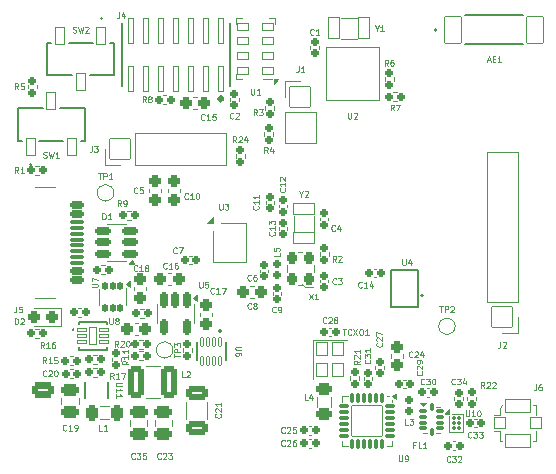
<source format=gto>
G04 #@! TF.GenerationSoftware,KiCad,Pcbnew,8.0.1*
G04 #@! TF.CreationDate,2024-09-12T17:06:28-04:00*
G04 #@! TF.ProjectId,Digital,44696769-7461-46c2-9e6b-696361645f70,rev?*
G04 #@! TF.SameCoordinates,Original*
G04 #@! TF.FileFunction,Legend,Top*
G04 #@! TF.FilePolarity,Positive*
%FSLAX46Y46*%
G04 Gerber Fmt 4.6, Leading zero omitted, Abs format (unit mm)*
G04 Created by KiCad (PCBNEW 8.0.1) date 2024-09-12 17:06:28*
%MOMM*%
%LPD*%
G01*
G04 APERTURE LIST*
G04 Aperture macros list*
%AMRoundRect*
0 Rectangle with rounded corners*
0 $1 Rounding radius*
0 $2 $3 $4 $5 $6 $7 $8 $9 X,Y pos of 4 corners*
0 Add a 4 corners polygon primitive as box body*
4,1,4,$2,$3,$4,$5,$6,$7,$8,$9,$2,$3,0*
0 Add four circle primitives for the rounded corners*
1,1,$1+$1,$2,$3*
1,1,$1+$1,$4,$5*
1,1,$1+$1,$6,$7*
1,1,$1+$1,$8,$9*
0 Add four rect primitives between the rounded corners*
20,1,$1+$1,$2,$3,$4,$5,0*
20,1,$1+$1,$4,$5,$6,$7,0*
20,1,$1+$1,$6,$7,$8,$9,0*
20,1,$1+$1,$8,$9,$2,$3,0*%
G04 Aperture macros list end*
%ADD10C,0.125000*%
%ADD11C,0.100000*%
%ADD12C,0.120000*%
%ADD13C,0.127000*%
%ADD14C,0.152400*%
%ADD15C,0.150000*%
%ADD16C,0.310000*%
%ADD17C,0.000000*%
%ADD18C,0.182463*%
%ADD19C,0.002645*%
%ADD20C,0.346000*%
%ADD21RoundRect,0.237750X-0.237750X-0.400250X0.237750X-0.400250X0.237750X0.400250X-0.237750X0.400250X0*%
%ADD22RoundRect,0.244000X0.269000X-0.244000X0.269000X0.244000X-0.269000X0.244000X-0.269000X-0.244000X0*%
%ADD23RoundRect,0.154000X-0.154000X-0.204000X0.154000X-0.204000X0.154000X0.204000X-0.154000X0.204000X0*%
%ADD24RoundRect,0.038000X0.475000X0.275000X-0.475000X0.275000X-0.475000X-0.275000X0.475000X-0.275000X0*%
%ADD25C,0.404000*%
%ADD26RoundRect,0.159000X-0.189000X0.159000X-0.189000X-0.159000X0.189000X-0.159000X0.189000X0.159000X0*%
%ADD27RoundRect,0.081500X-0.081500X-0.081500X0.081500X-0.081500X0.081500X0.081500X-0.081500X0.081500X0*%
%ADD28RoundRect,0.038000X-0.500000X0.575000X-0.500000X-0.575000X0.500000X-0.575000X0.500000X0.575000X0*%
%ADD29RoundRect,0.154000X0.204000X-0.154000X0.204000X0.154000X-0.204000X0.154000X-0.204000X-0.154000X0*%
%ADD30RoundRect,0.159000X0.159000X0.189000X-0.159000X0.189000X-0.159000X-0.189000X0.159000X-0.189000X0*%
%ADD31RoundRect,0.244000X0.244000X0.269000X-0.244000X0.269000X-0.244000X-0.269000X0.244000X-0.269000X0*%
%ADD32C,0.290000*%
%ADD33RoundRect,0.154000X0.154000X0.204000X-0.154000X0.204000X-0.154000X-0.204000X0.154000X-0.204000X0*%
%ADD34C,1.076000*%
%ADD35RoundRect,0.038000X-0.500000X0.500000X-0.500000X-0.500000X0.500000X-0.500000X0.500000X0.500000X0*%
%ADD36RoundRect,0.038000X-1.100000X0.525000X-1.100000X-0.525000X1.100000X-0.525000X1.100000X0.525000X0*%
%ADD37RoundRect,0.038000X0.850000X0.850000X-0.850000X0.850000X-0.850000X-0.850000X0.850000X-0.850000X0*%
%ADD38O,1.776000X1.776000*%
%ADD39RoundRect,0.159000X-0.159000X-0.189000X0.159000X-0.189000X0.159000X0.189000X-0.159000X0.189000X0*%
%ADD40RoundRect,0.169000X-0.169000X0.531500X-0.169000X-0.531500X0.169000X-0.531500X0.169000X0.531500X0*%
%ADD41RoundRect,0.038000X-0.405600X-0.703199X0.405600X-0.703199X0.405600X0.703199X-0.405600X0.703199X0*%
%ADD42RoundRect,0.159000X0.189000X-0.159000X0.189000X0.159000X-0.189000X0.159000X-0.189000X-0.159000X0*%
%ADD43RoundRect,0.038000X-0.681400X-1.129900X0.681400X-1.129900X0.681400X1.129900X-0.681400X1.129900X0*%
%ADD44RoundRect,0.169000X0.531500X0.169000X-0.531500X0.169000X-0.531500X-0.169000X0.531500X-0.169000X0*%
%ADD45RoundRect,0.154000X-0.204000X0.154000X-0.204000X-0.154000X0.204000X-0.154000X0.204000X0.154000X0*%
%ADD46RoundRect,0.237750X0.237750X0.275250X-0.237750X0.275250X-0.237750X-0.275250X0.237750X-0.275250X0*%
%ADD47RoundRect,0.244000X-0.269000X0.244000X-0.269000X-0.244000X0.269000X-0.244000X0.269000X0.244000X0*%
%ADD48RoundRect,0.038000X0.405600X0.703199X-0.405600X0.703199X-0.405600X-0.703199X0.405600X-0.703199X0*%
%ADD49RoundRect,0.038000X-0.402400X-0.124600X0.402400X-0.124600X0.402400X0.124600X-0.402400X0.124600X0*%
%ADD50RoundRect,0.038000X-0.305000X-0.710000X0.305000X-0.710000X0.305000X0.710000X-0.305000X0.710000X0*%
%ADD51RoundRect,0.269000X-0.494000X0.269000X-0.494000X-0.269000X0.494000X-0.269000X0.494000X0.269000X0*%
%ADD52RoundRect,0.038000X-0.114300X0.355600X-0.114300X-0.355600X0.114300X-0.355600X0.114300X0.355600X0*%
%ADD53C,2.276000*%
%ADD54RoundRect,0.038000X0.850000X-0.850000X0.850000X0.850000X-0.850000X0.850000X-0.850000X-0.850000X0*%
%ADD55RoundRect,0.081500X-0.081500X0.369000X-0.081500X-0.369000X0.081500X-0.369000X0.081500X0.369000X0*%
%ADD56RoundRect,0.081500X-0.369000X0.081500X-0.369000X-0.081500X0.369000X-0.081500X0.369000X0.081500X0*%
%ADD57RoundRect,0.038000X-1.300000X1.300000X-1.300000X-1.300000X1.300000X-1.300000X1.300000X1.300000X0*%
%ADD58RoundRect,0.237750X-0.400250X0.237750X-0.400250X-0.237750X0.400250X-0.237750X0.400250X0.237750X0*%
%ADD59RoundRect,0.038000X-0.850000X-0.850000X0.850000X-0.850000X0.850000X0.850000X-0.850000X0.850000X0*%
%ADD60C,0.355400*%
%ADD61RoundRect,0.119000X-0.119000X0.244000X-0.119000X-0.244000X0.119000X-0.244000X0.119000X0.244000X0*%
%ADD62RoundRect,0.166500X-0.191500X0.166500X-0.191500X-0.166500X0.191500X-0.166500X0.191500X0.166500X0*%
%ADD63RoundRect,0.244000X-0.244000X-0.269000X0.244000X-0.269000X0.244000X0.269000X-0.244000X0.269000X0*%
%ADD64RoundRect,0.219000X0.219000X0.269000X-0.219000X0.269000X-0.219000X-0.269000X0.219000X-0.269000X0*%
%ADD65RoundRect,0.038000X-0.178200X-1.088999X0.178200X-1.088999X0.178200X1.088999X-0.178200X1.088999X0*%
%ADD66RoundRect,0.094000X-0.244000X-0.094000X0.244000X-0.094000X0.244000X0.094000X-0.244000X0.094000X0*%
%ADD67RoundRect,0.094000X-0.094000X-0.256500X0.094000X-0.256500X0.094000X0.256500X-0.094000X0.256500X0*%
%ADD68RoundRect,0.038000X-0.500000X-0.900000X0.500000X-0.900000X0.500000X0.900000X-0.500000X0.900000X0*%
%ADD69C,0.726000*%
%ADD70RoundRect,0.169000X-0.444000X0.169000X-0.444000X-0.169000X0.444000X-0.169000X0.444000X0.169000X0*%
%ADD71RoundRect,0.094000X-0.519000X0.094000X-0.519000X-0.094000X0.519000X-0.094000X0.519000X0.094000X0*%
%ADD72O,2.176000X1.076000*%
%ADD73O,1.876000X1.076000*%
%ADD74RoundRect,0.038000X0.900000X-0.500000X0.900000X0.500000X-0.900000X0.500000X-0.900000X-0.500000X0*%
%ADD75RoundRect,0.266521X-0.671479X0.346479X-0.671479X-0.346479X0.671479X-0.346479X0.671479X0.346479X0*%
%ADD76RoundRect,0.265200X-0.397800X-1.097800X0.397800X-1.097800X0.397800X1.097800X-0.397800X1.097800X0*%
%ADD77RoundRect,0.265833X-0.647167X0.372167X-0.647167X-0.372167X0.647167X-0.372167X0.647167X0.372167X0*%
%ADD78O,1.826000X1.276000*%
G04 APERTURE END LIST*
D10*
X179619047Y-123024809D02*
X179619047Y-123429571D01*
X179619047Y-123429571D02*
X179642857Y-123477190D01*
X179642857Y-123477190D02*
X179666666Y-123501000D01*
X179666666Y-123501000D02*
X179714285Y-123524809D01*
X179714285Y-123524809D02*
X179809523Y-123524809D01*
X179809523Y-123524809D02*
X179857142Y-123501000D01*
X179857142Y-123501000D02*
X179880952Y-123477190D01*
X179880952Y-123477190D02*
X179904761Y-123429571D01*
X179904761Y-123429571D02*
X179904761Y-123024809D01*
X180119048Y-123072428D02*
X180142857Y-123048619D01*
X180142857Y-123048619D02*
X180190476Y-123024809D01*
X180190476Y-123024809D02*
X180309524Y-123024809D01*
X180309524Y-123024809D02*
X180357143Y-123048619D01*
X180357143Y-123048619D02*
X180380952Y-123072428D01*
X180380952Y-123072428D02*
X180404762Y-123120047D01*
X180404762Y-123120047D02*
X180404762Y-123167666D01*
X180404762Y-123167666D02*
X180380952Y-123239095D01*
X180380952Y-123239095D02*
X180095238Y-123524809D01*
X180095238Y-123524809D02*
X180404762Y-123524809D01*
X158816666Y-149924809D02*
X158578571Y-149924809D01*
X158578571Y-149924809D02*
X158578571Y-149424809D01*
X159245238Y-149924809D02*
X158959524Y-149924809D01*
X159102381Y-149924809D02*
X159102381Y-149424809D01*
X159102381Y-149424809D02*
X159054762Y-149496238D01*
X159054762Y-149496238D02*
X159007143Y-149543857D01*
X159007143Y-149543857D02*
X158959524Y-149567666D01*
X161786666Y-129777190D02*
X161762857Y-129801000D01*
X161762857Y-129801000D02*
X161691428Y-129824809D01*
X161691428Y-129824809D02*
X161643809Y-129824809D01*
X161643809Y-129824809D02*
X161572381Y-129801000D01*
X161572381Y-129801000D02*
X161524762Y-129753380D01*
X161524762Y-129753380D02*
X161500952Y-129705761D01*
X161500952Y-129705761D02*
X161477143Y-129610523D01*
X161477143Y-129610523D02*
X161477143Y-129539095D01*
X161477143Y-129539095D02*
X161500952Y-129443857D01*
X161500952Y-129443857D02*
X161524762Y-129396238D01*
X161524762Y-129396238D02*
X161572381Y-129348619D01*
X161572381Y-129348619D02*
X161643809Y-129324809D01*
X161643809Y-129324809D02*
X161691428Y-129324809D01*
X161691428Y-129324809D02*
X161762857Y-129348619D01*
X161762857Y-129348619D02*
X161786666Y-129372428D01*
X162239047Y-129324809D02*
X162000952Y-129324809D01*
X162000952Y-129324809D02*
X161977143Y-129562904D01*
X161977143Y-129562904D02*
X162000952Y-129539095D01*
X162000952Y-129539095D02*
X162048571Y-129515285D01*
X162048571Y-129515285D02*
X162167619Y-129515285D01*
X162167619Y-129515285D02*
X162215238Y-129539095D01*
X162215238Y-129539095D02*
X162239047Y-129562904D01*
X162239047Y-129562904D02*
X162262857Y-129610523D01*
X162262857Y-129610523D02*
X162262857Y-129729571D01*
X162262857Y-129729571D02*
X162239047Y-129777190D01*
X162239047Y-129777190D02*
X162215238Y-129801000D01*
X162215238Y-129801000D02*
X162167619Y-129824809D01*
X162167619Y-129824809D02*
X162048571Y-129824809D01*
X162048571Y-129824809D02*
X162000952Y-129801000D01*
X162000952Y-129801000D02*
X161977143Y-129777190D01*
X171419047Y-120974809D02*
X171419047Y-121379571D01*
X171419047Y-121379571D02*
X171442857Y-121427190D01*
X171442857Y-121427190D02*
X171466666Y-121451000D01*
X171466666Y-121451000D02*
X171514285Y-121474809D01*
X171514285Y-121474809D02*
X171609523Y-121474809D01*
X171609523Y-121474809D02*
X171657142Y-121451000D01*
X171657142Y-121451000D02*
X171680952Y-121427190D01*
X171680952Y-121427190D02*
X171704761Y-121379571D01*
X171704761Y-121379571D02*
X171704761Y-120974809D01*
X172204762Y-121474809D02*
X171919048Y-121474809D01*
X172061905Y-121474809D02*
X172061905Y-120974809D01*
X172061905Y-120974809D02*
X172014286Y-121046238D01*
X172014286Y-121046238D02*
X171966667Y-121093857D01*
X171966667Y-121093857D02*
X171919048Y-121117666D01*
X184219047Y-135424809D02*
X184219047Y-135829571D01*
X184219047Y-135829571D02*
X184242857Y-135877190D01*
X184242857Y-135877190D02*
X184266666Y-135901000D01*
X184266666Y-135901000D02*
X184314285Y-135924809D01*
X184314285Y-135924809D02*
X184409523Y-135924809D01*
X184409523Y-135924809D02*
X184457142Y-135901000D01*
X184457142Y-135901000D02*
X184480952Y-135877190D01*
X184480952Y-135877190D02*
X184504761Y-135829571D01*
X184504761Y-135829571D02*
X184504761Y-135424809D01*
X184957143Y-135591476D02*
X184957143Y-135924809D01*
X184838095Y-135401000D02*
X184719048Y-135758142D01*
X184719048Y-135758142D02*
X185028571Y-135758142D01*
X174277190Y-129421428D02*
X174301000Y-129445237D01*
X174301000Y-129445237D02*
X174324809Y-129516666D01*
X174324809Y-129516666D02*
X174324809Y-129564285D01*
X174324809Y-129564285D02*
X174301000Y-129635713D01*
X174301000Y-129635713D02*
X174253380Y-129683332D01*
X174253380Y-129683332D02*
X174205761Y-129707142D01*
X174205761Y-129707142D02*
X174110523Y-129730951D01*
X174110523Y-129730951D02*
X174039095Y-129730951D01*
X174039095Y-129730951D02*
X173943857Y-129707142D01*
X173943857Y-129707142D02*
X173896238Y-129683332D01*
X173896238Y-129683332D02*
X173848619Y-129635713D01*
X173848619Y-129635713D02*
X173824809Y-129564285D01*
X173824809Y-129564285D02*
X173824809Y-129516666D01*
X173824809Y-129516666D02*
X173848619Y-129445237D01*
X173848619Y-129445237D02*
X173872428Y-129421428D01*
X174324809Y-128945237D02*
X174324809Y-129230951D01*
X174324809Y-129088094D02*
X173824809Y-129088094D01*
X173824809Y-129088094D02*
X173896238Y-129135713D01*
X173896238Y-129135713D02*
X173943857Y-129183332D01*
X173943857Y-129183332D02*
X173967666Y-129230951D01*
X173872428Y-128754761D02*
X173848619Y-128730952D01*
X173848619Y-128730952D02*
X173824809Y-128683333D01*
X173824809Y-128683333D02*
X173824809Y-128564285D01*
X173824809Y-128564285D02*
X173848619Y-128516666D01*
X173848619Y-128516666D02*
X173872428Y-128492857D01*
X173872428Y-128492857D02*
X173920047Y-128469047D01*
X173920047Y-128469047D02*
X173967666Y-128469047D01*
X173967666Y-128469047D02*
X174039095Y-128492857D01*
X174039095Y-128492857D02*
X174324809Y-128778571D01*
X174324809Y-128778571D02*
X174324809Y-128469047D01*
X189580952Y-148224809D02*
X189580952Y-148629571D01*
X189580952Y-148629571D02*
X189604762Y-148677190D01*
X189604762Y-148677190D02*
X189628571Y-148701000D01*
X189628571Y-148701000D02*
X189676190Y-148724809D01*
X189676190Y-148724809D02*
X189771428Y-148724809D01*
X189771428Y-148724809D02*
X189819047Y-148701000D01*
X189819047Y-148701000D02*
X189842857Y-148677190D01*
X189842857Y-148677190D02*
X189866666Y-148629571D01*
X189866666Y-148629571D02*
X189866666Y-148224809D01*
X190366667Y-148724809D02*
X190080953Y-148724809D01*
X190223810Y-148724809D02*
X190223810Y-148224809D01*
X190223810Y-148224809D02*
X190176191Y-148296238D01*
X190176191Y-148296238D02*
X190128572Y-148343857D01*
X190128572Y-148343857D02*
X190080953Y-148367666D01*
X190676190Y-148224809D02*
X190723809Y-148224809D01*
X190723809Y-148224809D02*
X190771428Y-148248619D01*
X190771428Y-148248619D02*
X190795238Y-148272428D01*
X190795238Y-148272428D02*
X190819047Y-148320047D01*
X190819047Y-148320047D02*
X190842857Y-148415285D01*
X190842857Y-148415285D02*
X190842857Y-148534333D01*
X190842857Y-148534333D02*
X190819047Y-148629571D01*
X190819047Y-148629571D02*
X190795238Y-148677190D01*
X190795238Y-148677190D02*
X190771428Y-148701000D01*
X190771428Y-148701000D02*
X190723809Y-148724809D01*
X190723809Y-148724809D02*
X190676190Y-148724809D01*
X190676190Y-148724809D02*
X190628571Y-148701000D01*
X190628571Y-148701000D02*
X190604762Y-148677190D01*
X190604762Y-148677190D02*
X190580952Y-148629571D01*
X190580952Y-148629571D02*
X190557143Y-148534333D01*
X190557143Y-148534333D02*
X190557143Y-148415285D01*
X190557143Y-148415285D02*
X190580952Y-148320047D01*
X190580952Y-148320047D02*
X190604762Y-148272428D01*
X190604762Y-148272428D02*
X190628571Y-148248619D01*
X190628571Y-148248619D02*
X190676190Y-148224809D01*
X179169048Y-141324809D02*
X179454762Y-141324809D01*
X179311905Y-141824809D02*
X179311905Y-141324809D01*
X179907142Y-141777190D02*
X179883333Y-141801000D01*
X179883333Y-141801000D02*
X179811904Y-141824809D01*
X179811904Y-141824809D02*
X179764285Y-141824809D01*
X179764285Y-141824809D02*
X179692857Y-141801000D01*
X179692857Y-141801000D02*
X179645238Y-141753380D01*
X179645238Y-141753380D02*
X179621428Y-141705761D01*
X179621428Y-141705761D02*
X179597619Y-141610523D01*
X179597619Y-141610523D02*
X179597619Y-141539095D01*
X179597619Y-141539095D02*
X179621428Y-141443857D01*
X179621428Y-141443857D02*
X179645238Y-141396238D01*
X179645238Y-141396238D02*
X179692857Y-141348619D01*
X179692857Y-141348619D02*
X179764285Y-141324809D01*
X179764285Y-141324809D02*
X179811904Y-141324809D01*
X179811904Y-141324809D02*
X179883333Y-141348619D01*
X179883333Y-141348619D02*
X179907142Y-141372428D01*
X180073809Y-141324809D02*
X180407142Y-141824809D01*
X180407142Y-141324809D02*
X180073809Y-141824809D01*
X180692856Y-141324809D02*
X180788094Y-141324809D01*
X180788094Y-141324809D02*
X180835713Y-141348619D01*
X180835713Y-141348619D02*
X180883332Y-141396238D01*
X180883332Y-141396238D02*
X180907142Y-141491476D01*
X180907142Y-141491476D02*
X180907142Y-141658142D01*
X180907142Y-141658142D02*
X180883332Y-141753380D01*
X180883332Y-141753380D02*
X180835713Y-141801000D01*
X180835713Y-141801000D02*
X180788094Y-141824809D01*
X180788094Y-141824809D02*
X180692856Y-141824809D01*
X180692856Y-141824809D02*
X180645237Y-141801000D01*
X180645237Y-141801000D02*
X180597618Y-141753380D01*
X180597618Y-141753380D02*
X180573809Y-141658142D01*
X180573809Y-141658142D02*
X180573809Y-141491476D01*
X180573809Y-141491476D02*
X180597618Y-141396238D01*
X180597618Y-141396238D02*
X180645237Y-141348619D01*
X180645237Y-141348619D02*
X180692856Y-141324809D01*
X181383333Y-141824809D02*
X181097619Y-141824809D01*
X181240476Y-141824809D02*
X181240476Y-141324809D01*
X181240476Y-141324809D02*
X181192857Y-141396238D01*
X181192857Y-141396238D02*
X181145238Y-141443857D01*
X181145238Y-141443857D02*
X181097619Y-141467666D01*
X159778571Y-145524809D02*
X159611905Y-145286714D01*
X159492857Y-145524809D02*
X159492857Y-145024809D01*
X159492857Y-145024809D02*
X159683333Y-145024809D01*
X159683333Y-145024809D02*
X159730952Y-145048619D01*
X159730952Y-145048619D02*
X159754762Y-145072428D01*
X159754762Y-145072428D02*
X159778571Y-145120047D01*
X159778571Y-145120047D02*
X159778571Y-145191476D01*
X159778571Y-145191476D02*
X159754762Y-145239095D01*
X159754762Y-145239095D02*
X159730952Y-145262904D01*
X159730952Y-145262904D02*
X159683333Y-145286714D01*
X159683333Y-145286714D02*
X159492857Y-145286714D01*
X160254762Y-145524809D02*
X159969048Y-145524809D01*
X160111905Y-145524809D02*
X160111905Y-145024809D01*
X160111905Y-145024809D02*
X160064286Y-145096238D01*
X160064286Y-145096238D02*
X160016667Y-145143857D01*
X160016667Y-145143857D02*
X159969048Y-145167666D01*
X160421428Y-145024809D02*
X160754761Y-145024809D01*
X160754761Y-145024809D02*
X160540476Y-145524809D01*
X174278571Y-150077190D02*
X174254762Y-150101000D01*
X174254762Y-150101000D02*
X174183333Y-150124809D01*
X174183333Y-150124809D02*
X174135714Y-150124809D01*
X174135714Y-150124809D02*
X174064286Y-150101000D01*
X174064286Y-150101000D02*
X174016667Y-150053380D01*
X174016667Y-150053380D02*
X173992857Y-150005761D01*
X173992857Y-150005761D02*
X173969048Y-149910523D01*
X173969048Y-149910523D02*
X173969048Y-149839095D01*
X173969048Y-149839095D02*
X173992857Y-149743857D01*
X173992857Y-149743857D02*
X174016667Y-149696238D01*
X174016667Y-149696238D02*
X174064286Y-149648619D01*
X174064286Y-149648619D02*
X174135714Y-149624809D01*
X174135714Y-149624809D02*
X174183333Y-149624809D01*
X174183333Y-149624809D02*
X174254762Y-149648619D01*
X174254762Y-149648619D02*
X174278571Y-149672428D01*
X174469048Y-149672428D02*
X174492857Y-149648619D01*
X174492857Y-149648619D02*
X174540476Y-149624809D01*
X174540476Y-149624809D02*
X174659524Y-149624809D01*
X174659524Y-149624809D02*
X174707143Y-149648619D01*
X174707143Y-149648619D02*
X174730952Y-149672428D01*
X174730952Y-149672428D02*
X174754762Y-149720047D01*
X174754762Y-149720047D02*
X174754762Y-149767666D01*
X174754762Y-149767666D02*
X174730952Y-149839095D01*
X174730952Y-149839095D02*
X174445238Y-150124809D01*
X174445238Y-150124809D02*
X174754762Y-150124809D01*
X175207142Y-149624809D02*
X174969047Y-149624809D01*
X174969047Y-149624809D02*
X174945238Y-149862904D01*
X174945238Y-149862904D02*
X174969047Y-149839095D01*
X174969047Y-149839095D02*
X175016666Y-149815285D01*
X175016666Y-149815285D02*
X175135714Y-149815285D01*
X175135714Y-149815285D02*
X175183333Y-149839095D01*
X175183333Y-149839095D02*
X175207142Y-149862904D01*
X175207142Y-149862904D02*
X175230952Y-149910523D01*
X175230952Y-149910523D02*
X175230952Y-150029571D01*
X175230952Y-150029571D02*
X175207142Y-150077190D01*
X175207142Y-150077190D02*
X175183333Y-150101000D01*
X175183333Y-150101000D02*
X175135714Y-150124809D01*
X175135714Y-150124809D02*
X175016666Y-150124809D01*
X175016666Y-150124809D02*
X174969047Y-150101000D01*
X174969047Y-150101000D02*
X174945238Y-150077190D01*
X174278571Y-151177190D02*
X174254762Y-151201000D01*
X174254762Y-151201000D02*
X174183333Y-151224809D01*
X174183333Y-151224809D02*
X174135714Y-151224809D01*
X174135714Y-151224809D02*
X174064286Y-151201000D01*
X174064286Y-151201000D02*
X174016667Y-151153380D01*
X174016667Y-151153380D02*
X173992857Y-151105761D01*
X173992857Y-151105761D02*
X173969048Y-151010523D01*
X173969048Y-151010523D02*
X173969048Y-150939095D01*
X173969048Y-150939095D02*
X173992857Y-150843857D01*
X173992857Y-150843857D02*
X174016667Y-150796238D01*
X174016667Y-150796238D02*
X174064286Y-150748619D01*
X174064286Y-150748619D02*
X174135714Y-150724809D01*
X174135714Y-150724809D02*
X174183333Y-150724809D01*
X174183333Y-150724809D02*
X174254762Y-150748619D01*
X174254762Y-150748619D02*
X174278571Y-150772428D01*
X174469048Y-150772428D02*
X174492857Y-150748619D01*
X174492857Y-150748619D02*
X174540476Y-150724809D01*
X174540476Y-150724809D02*
X174659524Y-150724809D01*
X174659524Y-150724809D02*
X174707143Y-150748619D01*
X174707143Y-150748619D02*
X174730952Y-150772428D01*
X174730952Y-150772428D02*
X174754762Y-150820047D01*
X174754762Y-150820047D02*
X174754762Y-150867666D01*
X174754762Y-150867666D02*
X174730952Y-150939095D01*
X174730952Y-150939095D02*
X174445238Y-151224809D01*
X174445238Y-151224809D02*
X174754762Y-151224809D01*
X175183333Y-150724809D02*
X175088095Y-150724809D01*
X175088095Y-150724809D02*
X175040476Y-150748619D01*
X175040476Y-150748619D02*
X175016666Y-150772428D01*
X175016666Y-150772428D02*
X174969047Y-150843857D01*
X174969047Y-150843857D02*
X174945238Y-150939095D01*
X174945238Y-150939095D02*
X174945238Y-151129571D01*
X174945238Y-151129571D02*
X174969047Y-151177190D01*
X174969047Y-151177190D02*
X174992857Y-151201000D01*
X174992857Y-151201000D02*
X175040476Y-151224809D01*
X175040476Y-151224809D02*
X175135714Y-151224809D01*
X175135714Y-151224809D02*
X175183333Y-151201000D01*
X175183333Y-151201000D02*
X175207142Y-151177190D01*
X175207142Y-151177190D02*
X175230952Y-151129571D01*
X175230952Y-151129571D02*
X175230952Y-151010523D01*
X175230952Y-151010523D02*
X175207142Y-150962904D01*
X175207142Y-150962904D02*
X175183333Y-150939095D01*
X175183333Y-150939095D02*
X175135714Y-150915285D01*
X175135714Y-150915285D02*
X175040476Y-150915285D01*
X175040476Y-150915285D02*
X174992857Y-150939095D01*
X174992857Y-150939095D02*
X174969047Y-150962904D01*
X174969047Y-150962904D02*
X174945238Y-151010523D01*
X167478571Y-123577190D02*
X167454762Y-123601000D01*
X167454762Y-123601000D02*
X167383333Y-123624809D01*
X167383333Y-123624809D02*
X167335714Y-123624809D01*
X167335714Y-123624809D02*
X167264286Y-123601000D01*
X167264286Y-123601000D02*
X167216667Y-123553380D01*
X167216667Y-123553380D02*
X167192857Y-123505761D01*
X167192857Y-123505761D02*
X167169048Y-123410523D01*
X167169048Y-123410523D02*
X167169048Y-123339095D01*
X167169048Y-123339095D02*
X167192857Y-123243857D01*
X167192857Y-123243857D02*
X167216667Y-123196238D01*
X167216667Y-123196238D02*
X167264286Y-123148619D01*
X167264286Y-123148619D02*
X167335714Y-123124809D01*
X167335714Y-123124809D02*
X167383333Y-123124809D01*
X167383333Y-123124809D02*
X167454762Y-123148619D01*
X167454762Y-123148619D02*
X167478571Y-123172428D01*
X167954762Y-123624809D02*
X167669048Y-123624809D01*
X167811905Y-123624809D02*
X167811905Y-123124809D01*
X167811905Y-123124809D02*
X167764286Y-123196238D01*
X167764286Y-123196238D02*
X167716667Y-123243857D01*
X167716667Y-123243857D02*
X167669048Y-123267666D01*
X168407142Y-123124809D02*
X168169047Y-123124809D01*
X168169047Y-123124809D02*
X168145238Y-123362904D01*
X168145238Y-123362904D02*
X168169047Y-123339095D01*
X168169047Y-123339095D02*
X168216666Y-123315285D01*
X168216666Y-123315285D02*
X168335714Y-123315285D01*
X168335714Y-123315285D02*
X168383333Y-123339095D01*
X168383333Y-123339095D02*
X168407142Y-123362904D01*
X168407142Y-123362904D02*
X168430952Y-123410523D01*
X168430952Y-123410523D02*
X168430952Y-123529571D01*
X168430952Y-123529571D02*
X168407142Y-123577190D01*
X168407142Y-123577190D02*
X168383333Y-123601000D01*
X168383333Y-123601000D02*
X168335714Y-123624809D01*
X168335714Y-123624809D02*
X168216666Y-123624809D01*
X168216666Y-123624809D02*
X168169047Y-123601000D01*
X168169047Y-123601000D02*
X168145238Y-123577190D01*
X168719047Y-130724809D02*
X168719047Y-131129571D01*
X168719047Y-131129571D02*
X168742857Y-131177190D01*
X168742857Y-131177190D02*
X168766666Y-131201000D01*
X168766666Y-131201000D02*
X168814285Y-131224809D01*
X168814285Y-131224809D02*
X168909523Y-131224809D01*
X168909523Y-131224809D02*
X168957142Y-131201000D01*
X168957142Y-131201000D02*
X168980952Y-131177190D01*
X168980952Y-131177190D02*
X169004761Y-131129571D01*
X169004761Y-131129571D02*
X169004761Y-130724809D01*
X169195238Y-130724809D02*
X169504762Y-130724809D01*
X169504762Y-130724809D02*
X169338095Y-130915285D01*
X169338095Y-130915285D02*
X169409524Y-130915285D01*
X169409524Y-130915285D02*
X169457143Y-130939095D01*
X169457143Y-130939095D02*
X169480952Y-130962904D01*
X169480952Y-130962904D02*
X169504762Y-131010523D01*
X169504762Y-131010523D02*
X169504762Y-131129571D01*
X169504762Y-131129571D02*
X169480952Y-131177190D01*
X169480952Y-131177190D02*
X169457143Y-131201000D01*
X169457143Y-131201000D02*
X169409524Y-131224809D01*
X169409524Y-131224809D02*
X169266667Y-131224809D01*
X169266667Y-131224809D02*
X169219048Y-131201000D01*
X169219048Y-131201000D02*
X169195238Y-131177190D01*
X160178571Y-142824809D02*
X160011905Y-142586714D01*
X159892857Y-142824809D02*
X159892857Y-142324809D01*
X159892857Y-142324809D02*
X160083333Y-142324809D01*
X160083333Y-142324809D02*
X160130952Y-142348619D01*
X160130952Y-142348619D02*
X160154762Y-142372428D01*
X160154762Y-142372428D02*
X160178571Y-142420047D01*
X160178571Y-142420047D02*
X160178571Y-142491476D01*
X160178571Y-142491476D02*
X160154762Y-142539095D01*
X160154762Y-142539095D02*
X160130952Y-142562904D01*
X160130952Y-142562904D02*
X160083333Y-142586714D01*
X160083333Y-142586714D02*
X159892857Y-142586714D01*
X160369048Y-142372428D02*
X160392857Y-142348619D01*
X160392857Y-142348619D02*
X160440476Y-142324809D01*
X160440476Y-142324809D02*
X160559524Y-142324809D01*
X160559524Y-142324809D02*
X160607143Y-142348619D01*
X160607143Y-142348619D02*
X160630952Y-142372428D01*
X160630952Y-142372428D02*
X160654762Y-142420047D01*
X160654762Y-142420047D02*
X160654762Y-142467666D01*
X160654762Y-142467666D02*
X160630952Y-142539095D01*
X160630952Y-142539095D02*
X160345238Y-142824809D01*
X160345238Y-142824809D02*
X160654762Y-142824809D01*
X160964285Y-142324809D02*
X161011904Y-142324809D01*
X161011904Y-142324809D02*
X161059523Y-142348619D01*
X161059523Y-142348619D02*
X161083333Y-142372428D01*
X161083333Y-142372428D02*
X161107142Y-142420047D01*
X161107142Y-142420047D02*
X161130952Y-142515285D01*
X161130952Y-142515285D02*
X161130952Y-142634333D01*
X161130952Y-142634333D02*
X161107142Y-142729571D01*
X161107142Y-142729571D02*
X161083333Y-142777190D01*
X161083333Y-142777190D02*
X161059523Y-142801000D01*
X161059523Y-142801000D02*
X161011904Y-142824809D01*
X161011904Y-142824809D02*
X160964285Y-142824809D01*
X160964285Y-142824809D02*
X160916666Y-142801000D01*
X160916666Y-142801000D02*
X160892857Y-142777190D01*
X160892857Y-142777190D02*
X160869047Y-142729571D01*
X160869047Y-142729571D02*
X160845238Y-142634333D01*
X160845238Y-142634333D02*
X160845238Y-142515285D01*
X160845238Y-142515285D02*
X160869047Y-142420047D01*
X160869047Y-142420047D02*
X160892857Y-142372428D01*
X160892857Y-142372428D02*
X160916666Y-142348619D01*
X160916666Y-142348619D02*
X160964285Y-142324809D01*
X158469048Y-128124809D02*
X158754762Y-128124809D01*
X158611905Y-128624809D02*
X158611905Y-128124809D01*
X158921428Y-128624809D02*
X158921428Y-128124809D01*
X158921428Y-128124809D02*
X159111904Y-128124809D01*
X159111904Y-128124809D02*
X159159523Y-128148619D01*
X159159523Y-128148619D02*
X159183333Y-128172428D01*
X159183333Y-128172428D02*
X159207142Y-128220047D01*
X159207142Y-128220047D02*
X159207142Y-128291476D01*
X159207142Y-128291476D02*
X159183333Y-128339095D01*
X159183333Y-128339095D02*
X159159523Y-128362904D01*
X159159523Y-128362904D02*
X159111904Y-128386714D01*
X159111904Y-128386714D02*
X158921428Y-128386714D01*
X159683333Y-128624809D02*
X159397619Y-128624809D01*
X159540476Y-128624809D02*
X159540476Y-128124809D01*
X159540476Y-128124809D02*
X159492857Y-128196238D01*
X159492857Y-128196238D02*
X159445238Y-128243857D01*
X159445238Y-128243857D02*
X159397619Y-128267666D01*
X195533333Y-146024809D02*
X195533333Y-146381952D01*
X195533333Y-146381952D02*
X195509524Y-146453380D01*
X195509524Y-146453380D02*
X195461905Y-146501000D01*
X195461905Y-146501000D02*
X195390476Y-146524809D01*
X195390476Y-146524809D02*
X195342857Y-146524809D01*
X195985714Y-146024809D02*
X195890476Y-146024809D01*
X195890476Y-146024809D02*
X195842857Y-146048619D01*
X195842857Y-146048619D02*
X195819047Y-146072428D01*
X195819047Y-146072428D02*
X195771428Y-146143857D01*
X195771428Y-146143857D02*
X195747619Y-146239095D01*
X195747619Y-146239095D02*
X195747619Y-146429571D01*
X195747619Y-146429571D02*
X195771428Y-146477190D01*
X195771428Y-146477190D02*
X195795238Y-146501000D01*
X195795238Y-146501000D02*
X195842857Y-146524809D01*
X195842857Y-146524809D02*
X195938095Y-146524809D01*
X195938095Y-146524809D02*
X195985714Y-146501000D01*
X195985714Y-146501000D02*
X196009523Y-146477190D01*
X196009523Y-146477190D02*
X196033333Y-146429571D01*
X196033333Y-146429571D02*
X196033333Y-146310523D01*
X196033333Y-146310523D02*
X196009523Y-146262904D01*
X196009523Y-146262904D02*
X195985714Y-146239095D01*
X195985714Y-146239095D02*
X195938095Y-146215285D01*
X195938095Y-146215285D02*
X195842857Y-146215285D01*
X195842857Y-146215285D02*
X195795238Y-146239095D01*
X195795238Y-146239095D02*
X195771428Y-146262904D01*
X195771428Y-146262904D02*
X195747619Y-146310523D01*
X192533333Y-142404809D02*
X192533333Y-142761952D01*
X192533333Y-142761952D02*
X192509524Y-142833380D01*
X192509524Y-142833380D02*
X192461905Y-142881000D01*
X192461905Y-142881000D02*
X192390476Y-142904809D01*
X192390476Y-142904809D02*
X192342857Y-142904809D01*
X192747619Y-142452428D02*
X192771428Y-142428619D01*
X192771428Y-142428619D02*
X192819047Y-142404809D01*
X192819047Y-142404809D02*
X192938095Y-142404809D01*
X192938095Y-142404809D02*
X192985714Y-142428619D01*
X192985714Y-142428619D02*
X193009523Y-142452428D01*
X193009523Y-142452428D02*
X193033333Y-142500047D01*
X193033333Y-142500047D02*
X193033333Y-142547666D01*
X193033333Y-142547666D02*
X193009523Y-142619095D01*
X193009523Y-142619095D02*
X192723809Y-142904809D01*
X192723809Y-142904809D02*
X193033333Y-142904809D01*
X190078571Y-150477190D02*
X190054762Y-150501000D01*
X190054762Y-150501000D02*
X189983333Y-150524809D01*
X189983333Y-150524809D02*
X189935714Y-150524809D01*
X189935714Y-150524809D02*
X189864286Y-150501000D01*
X189864286Y-150501000D02*
X189816667Y-150453380D01*
X189816667Y-150453380D02*
X189792857Y-150405761D01*
X189792857Y-150405761D02*
X189769048Y-150310523D01*
X189769048Y-150310523D02*
X189769048Y-150239095D01*
X189769048Y-150239095D02*
X189792857Y-150143857D01*
X189792857Y-150143857D02*
X189816667Y-150096238D01*
X189816667Y-150096238D02*
X189864286Y-150048619D01*
X189864286Y-150048619D02*
X189935714Y-150024809D01*
X189935714Y-150024809D02*
X189983333Y-150024809D01*
X189983333Y-150024809D02*
X190054762Y-150048619D01*
X190054762Y-150048619D02*
X190078571Y-150072428D01*
X190245238Y-150024809D02*
X190554762Y-150024809D01*
X190554762Y-150024809D02*
X190388095Y-150215285D01*
X190388095Y-150215285D02*
X190459524Y-150215285D01*
X190459524Y-150215285D02*
X190507143Y-150239095D01*
X190507143Y-150239095D02*
X190530952Y-150262904D01*
X190530952Y-150262904D02*
X190554762Y-150310523D01*
X190554762Y-150310523D02*
X190554762Y-150429571D01*
X190554762Y-150429571D02*
X190530952Y-150477190D01*
X190530952Y-150477190D02*
X190507143Y-150501000D01*
X190507143Y-150501000D02*
X190459524Y-150524809D01*
X190459524Y-150524809D02*
X190316667Y-150524809D01*
X190316667Y-150524809D02*
X190269048Y-150501000D01*
X190269048Y-150501000D02*
X190245238Y-150477190D01*
X190721428Y-150024809D02*
X191030952Y-150024809D01*
X191030952Y-150024809D02*
X190864285Y-150215285D01*
X190864285Y-150215285D02*
X190935714Y-150215285D01*
X190935714Y-150215285D02*
X190983333Y-150239095D01*
X190983333Y-150239095D02*
X191007142Y-150262904D01*
X191007142Y-150262904D02*
X191030952Y-150310523D01*
X191030952Y-150310523D02*
X191030952Y-150429571D01*
X191030952Y-150429571D02*
X191007142Y-150477190D01*
X191007142Y-150477190D02*
X190983333Y-150501000D01*
X190983333Y-150501000D02*
X190935714Y-150524809D01*
X190935714Y-150524809D02*
X190792857Y-150524809D01*
X190792857Y-150524809D02*
X190745238Y-150501000D01*
X190745238Y-150501000D02*
X190721428Y-150477190D01*
X167019047Y-137324809D02*
X167019047Y-137729571D01*
X167019047Y-137729571D02*
X167042857Y-137777190D01*
X167042857Y-137777190D02*
X167066666Y-137801000D01*
X167066666Y-137801000D02*
X167114285Y-137824809D01*
X167114285Y-137824809D02*
X167209523Y-137824809D01*
X167209523Y-137824809D02*
X167257142Y-137801000D01*
X167257142Y-137801000D02*
X167280952Y-137777190D01*
X167280952Y-137777190D02*
X167304761Y-137729571D01*
X167304761Y-137729571D02*
X167304761Y-137324809D01*
X167780952Y-137324809D02*
X167542857Y-137324809D01*
X167542857Y-137324809D02*
X167519048Y-137562904D01*
X167519048Y-137562904D02*
X167542857Y-137539095D01*
X167542857Y-137539095D02*
X167590476Y-137515285D01*
X167590476Y-137515285D02*
X167709524Y-137515285D01*
X167709524Y-137515285D02*
X167757143Y-137539095D01*
X167757143Y-137539095D02*
X167780952Y-137562904D01*
X167780952Y-137562904D02*
X167804762Y-137610523D01*
X167804762Y-137610523D02*
X167804762Y-137729571D01*
X167804762Y-137729571D02*
X167780952Y-137777190D01*
X167780952Y-137777190D02*
X167757143Y-137801000D01*
X167757143Y-137801000D02*
X167709524Y-137824809D01*
X167709524Y-137824809D02*
X167590476Y-137824809D01*
X167590476Y-137824809D02*
X167542857Y-137801000D01*
X167542857Y-137801000D02*
X167519048Y-137777190D01*
X166078571Y-130277190D02*
X166054762Y-130301000D01*
X166054762Y-130301000D02*
X165983333Y-130324809D01*
X165983333Y-130324809D02*
X165935714Y-130324809D01*
X165935714Y-130324809D02*
X165864286Y-130301000D01*
X165864286Y-130301000D02*
X165816667Y-130253380D01*
X165816667Y-130253380D02*
X165792857Y-130205761D01*
X165792857Y-130205761D02*
X165769048Y-130110523D01*
X165769048Y-130110523D02*
X165769048Y-130039095D01*
X165769048Y-130039095D02*
X165792857Y-129943857D01*
X165792857Y-129943857D02*
X165816667Y-129896238D01*
X165816667Y-129896238D02*
X165864286Y-129848619D01*
X165864286Y-129848619D02*
X165935714Y-129824809D01*
X165935714Y-129824809D02*
X165983333Y-129824809D01*
X165983333Y-129824809D02*
X166054762Y-129848619D01*
X166054762Y-129848619D02*
X166078571Y-129872428D01*
X166554762Y-130324809D02*
X166269048Y-130324809D01*
X166411905Y-130324809D02*
X166411905Y-129824809D01*
X166411905Y-129824809D02*
X166364286Y-129896238D01*
X166364286Y-129896238D02*
X166316667Y-129943857D01*
X166316667Y-129943857D02*
X166269048Y-129967666D01*
X166864285Y-129824809D02*
X166911904Y-129824809D01*
X166911904Y-129824809D02*
X166959523Y-129848619D01*
X166959523Y-129848619D02*
X166983333Y-129872428D01*
X166983333Y-129872428D02*
X167007142Y-129920047D01*
X167007142Y-129920047D02*
X167030952Y-130015285D01*
X167030952Y-130015285D02*
X167030952Y-130134333D01*
X167030952Y-130134333D02*
X167007142Y-130229571D01*
X167007142Y-130229571D02*
X166983333Y-130277190D01*
X166983333Y-130277190D02*
X166959523Y-130301000D01*
X166959523Y-130301000D02*
X166911904Y-130324809D01*
X166911904Y-130324809D02*
X166864285Y-130324809D01*
X166864285Y-130324809D02*
X166816666Y-130301000D01*
X166816666Y-130301000D02*
X166792857Y-130277190D01*
X166792857Y-130277190D02*
X166769047Y-130229571D01*
X166769047Y-130229571D02*
X166745238Y-130134333D01*
X166745238Y-130134333D02*
X166745238Y-130015285D01*
X166745238Y-130015285D02*
X166769047Y-129920047D01*
X166769047Y-129920047D02*
X166792857Y-129872428D01*
X166792857Y-129872428D02*
X166816666Y-129848619D01*
X166816666Y-129848619D02*
X166864285Y-129824809D01*
X162516666Y-122124809D02*
X162350000Y-121886714D01*
X162230952Y-122124809D02*
X162230952Y-121624809D01*
X162230952Y-121624809D02*
X162421428Y-121624809D01*
X162421428Y-121624809D02*
X162469047Y-121648619D01*
X162469047Y-121648619D02*
X162492857Y-121672428D01*
X162492857Y-121672428D02*
X162516666Y-121720047D01*
X162516666Y-121720047D02*
X162516666Y-121791476D01*
X162516666Y-121791476D02*
X162492857Y-121839095D01*
X162492857Y-121839095D02*
X162469047Y-121862904D01*
X162469047Y-121862904D02*
X162421428Y-121886714D01*
X162421428Y-121886714D02*
X162230952Y-121886714D01*
X162802381Y-121839095D02*
X162754762Y-121815285D01*
X162754762Y-121815285D02*
X162730952Y-121791476D01*
X162730952Y-121791476D02*
X162707143Y-121743857D01*
X162707143Y-121743857D02*
X162707143Y-121720047D01*
X162707143Y-121720047D02*
X162730952Y-121672428D01*
X162730952Y-121672428D02*
X162754762Y-121648619D01*
X162754762Y-121648619D02*
X162802381Y-121624809D01*
X162802381Y-121624809D02*
X162897619Y-121624809D01*
X162897619Y-121624809D02*
X162945238Y-121648619D01*
X162945238Y-121648619D02*
X162969047Y-121672428D01*
X162969047Y-121672428D02*
X162992857Y-121720047D01*
X162992857Y-121720047D02*
X162992857Y-121743857D01*
X162992857Y-121743857D02*
X162969047Y-121791476D01*
X162969047Y-121791476D02*
X162945238Y-121815285D01*
X162945238Y-121815285D02*
X162897619Y-121839095D01*
X162897619Y-121839095D02*
X162802381Y-121839095D01*
X162802381Y-121839095D02*
X162754762Y-121862904D01*
X162754762Y-121862904D02*
X162730952Y-121886714D01*
X162730952Y-121886714D02*
X162707143Y-121934333D01*
X162707143Y-121934333D02*
X162707143Y-122029571D01*
X162707143Y-122029571D02*
X162730952Y-122077190D01*
X162730952Y-122077190D02*
X162754762Y-122101000D01*
X162754762Y-122101000D02*
X162802381Y-122124809D01*
X162802381Y-122124809D02*
X162897619Y-122124809D01*
X162897619Y-122124809D02*
X162945238Y-122101000D01*
X162945238Y-122101000D02*
X162969047Y-122077190D01*
X162969047Y-122077190D02*
X162992857Y-122029571D01*
X162992857Y-122029571D02*
X162992857Y-121934333D01*
X162992857Y-121934333D02*
X162969047Y-121886714D01*
X162969047Y-121886714D02*
X162945238Y-121862904D01*
X162945238Y-121862904D02*
X162897619Y-121839095D01*
X185877190Y-144921428D02*
X185901000Y-144945237D01*
X185901000Y-144945237D02*
X185924809Y-145016666D01*
X185924809Y-145016666D02*
X185924809Y-145064285D01*
X185924809Y-145064285D02*
X185901000Y-145135713D01*
X185901000Y-145135713D02*
X185853380Y-145183332D01*
X185853380Y-145183332D02*
X185805761Y-145207142D01*
X185805761Y-145207142D02*
X185710523Y-145230951D01*
X185710523Y-145230951D02*
X185639095Y-145230951D01*
X185639095Y-145230951D02*
X185543857Y-145207142D01*
X185543857Y-145207142D02*
X185496238Y-145183332D01*
X185496238Y-145183332D02*
X185448619Y-145135713D01*
X185448619Y-145135713D02*
X185424809Y-145064285D01*
X185424809Y-145064285D02*
X185424809Y-145016666D01*
X185424809Y-145016666D02*
X185448619Y-144945237D01*
X185448619Y-144945237D02*
X185472428Y-144921428D01*
X185472428Y-144730951D02*
X185448619Y-144707142D01*
X185448619Y-144707142D02*
X185424809Y-144659523D01*
X185424809Y-144659523D02*
X185424809Y-144540475D01*
X185424809Y-144540475D02*
X185448619Y-144492856D01*
X185448619Y-144492856D02*
X185472428Y-144469047D01*
X185472428Y-144469047D02*
X185520047Y-144445237D01*
X185520047Y-144445237D02*
X185567666Y-144445237D01*
X185567666Y-144445237D02*
X185639095Y-144469047D01*
X185639095Y-144469047D02*
X185924809Y-144754761D01*
X185924809Y-144754761D02*
X185924809Y-144445237D01*
X185924809Y-144207142D02*
X185924809Y-144111904D01*
X185924809Y-144111904D02*
X185901000Y-144064285D01*
X185901000Y-144064285D02*
X185877190Y-144040476D01*
X185877190Y-144040476D02*
X185805761Y-143992857D01*
X185805761Y-143992857D02*
X185710523Y-143969047D01*
X185710523Y-143969047D02*
X185520047Y-143969047D01*
X185520047Y-143969047D02*
X185472428Y-143992857D01*
X185472428Y-143992857D02*
X185448619Y-144016666D01*
X185448619Y-144016666D02*
X185424809Y-144064285D01*
X185424809Y-144064285D02*
X185424809Y-144159523D01*
X185424809Y-144159523D02*
X185448619Y-144207142D01*
X185448619Y-144207142D02*
X185472428Y-144230952D01*
X185472428Y-144230952D02*
X185520047Y-144254761D01*
X185520047Y-144254761D02*
X185639095Y-144254761D01*
X185639095Y-144254761D02*
X185686714Y-144230952D01*
X185686714Y-144230952D02*
X185710523Y-144207142D01*
X185710523Y-144207142D02*
X185734333Y-144159523D01*
X185734333Y-144159523D02*
X185734333Y-144064285D01*
X185734333Y-144064285D02*
X185710523Y-144016666D01*
X185710523Y-144016666D02*
X185686714Y-143992857D01*
X185686714Y-143992857D02*
X185639095Y-143969047D01*
X153833334Y-126801000D02*
X153904762Y-126824809D01*
X153904762Y-126824809D02*
X154023810Y-126824809D01*
X154023810Y-126824809D02*
X154071429Y-126801000D01*
X154071429Y-126801000D02*
X154095238Y-126777190D01*
X154095238Y-126777190D02*
X154119048Y-126729571D01*
X154119048Y-126729571D02*
X154119048Y-126681952D01*
X154119048Y-126681952D02*
X154095238Y-126634333D01*
X154095238Y-126634333D02*
X154071429Y-126610523D01*
X154071429Y-126610523D02*
X154023810Y-126586714D01*
X154023810Y-126586714D02*
X153928572Y-126562904D01*
X153928572Y-126562904D02*
X153880953Y-126539095D01*
X153880953Y-126539095D02*
X153857143Y-126515285D01*
X153857143Y-126515285D02*
X153833334Y-126467666D01*
X153833334Y-126467666D02*
X153833334Y-126420047D01*
X153833334Y-126420047D02*
X153857143Y-126372428D01*
X153857143Y-126372428D02*
X153880953Y-126348619D01*
X153880953Y-126348619D02*
X153928572Y-126324809D01*
X153928572Y-126324809D02*
X154047619Y-126324809D01*
X154047619Y-126324809D02*
X154119048Y-126348619D01*
X154285714Y-126324809D02*
X154404762Y-126824809D01*
X154404762Y-126824809D02*
X154500000Y-126467666D01*
X154500000Y-126467666D02*
X154595238Y-126824809D01*
X154595238Y-126824809D02*
X154714286Y-126324809D01*
X155166667Y-126824809D02*
X154880953Y-126824809D01*
X155023810Y-126824809D02*
X155023810Y-126324809D01*
X155023810Y-126324809D02*
X154976191Y-126396238D01*
X154976191Y-126396238D02*
X154928572Y-126443857D01*
X154928572Y-126443857D02*
X154880953Y-126467666D01*
X177778571Y-140777190D02*
X177754762Y-140801000D01*
X177754762Y-140801000D02*
X177683333Y-140824809D01*
X177683333Y-140824809D02*
X177635714Y-140824809D01*
X177635714Y-140824809D02*
X177564286Y-140801000D01*
X177564286Y-140801000D02*
X177516667Y-140753380D01*
X177516667Y-140753380D02*
X177492857Y-140705761D01*
X177492857Y-140705761D02*
X177469048Y-140610523D01*
X177469048Y-140610523D02*
X177469048Y-140539095D01*
X177469048Y-140539095D02*
X177492857Y-140443857D01*
X177492857Y-140443857D02*
X177516667Y-140396238D01*
X177516667Y-140396238D02*
X177564286Y-140348619D01*
X177564286Y-140348619D02*
X177635714Y-140324809D01*
X177635714Y-140324809D02*
X177683333Y-140324809D01*
X177683333Y-140324809D02*
X177754762Y-140348619D01*
X177754762Y-140348619D02*
X177778571Y-140372428D01*
X177969048Y-140372428D02*
X177992857Y-140348619D01*
X177992857Y-140348619D02*
X178040476Y-140324809D01*
X178040476Y-140324809D02*
X178159524Y-140324809D01*
X178159524Y-140324809D02*
X178207143Y-140348619D01*
X178207143Y-140348619D02*
X178230952Y-140372428D01*
X178230952Y-140372428D02*
X178254762Y-140420047D01*
X178254762Y-140420047D02*
X178254762Y-140467666D01*
X178254762Y-140467666D02*
X178230952Y-140539095D01*
X178230952Y-140539095D02*
X177945238Y-140824809D01*
X177945238Y-140824809D02*
X178254762Y-140824809D01*
X178540476Y-140539095D02*
X178492857Y-140515285D01*
X178492857Y-140515285D02*
X178469047Y-140491476D01*
X178469047Y-140491476D02*
X178445238Y-140443857D01*
X178445238Y-140443857D02*
X178445238Y-140420047D01*
X178445238Y-140420047D02*
X178469047Y-140372428D01*
X178469047Y-140372428D02*
X178492857Y-140348619D01*
X178492857Y-140348619D02*
X178540476Y-140324809D01*
X178540476Y-140324809D02*
X178635714Y-140324809D01*
X178635714Y-140324809D02*
X178683333Y-140348619D01*
X178683333Y-140348619D02*
X178707142Y-140372428D01*
X178707142Y-140372428D02*
X178730952Y-140420047D01*
X178730952Y-140420047D02*
X178730952Y-140443857D01*
X178730952Y-140443857D02*
X178707142Y-140491476D01*
X178707142Y-140491476D02*
X178683333Y-140515285D01*
X178683333Y-140515285D02*
X178635714Y-140539095D01*
X178635714Y-140539095D02*
X178540476Y-140539095D01*
X178540476Y-140539095D02*
X178492857Y-140562904D01*
X178492857Y-140562904D02*
X178469047Y-140586714D01*
X178469047Y-140586714D02*
X178445238Y-140634333D01*
X178445238Y-140634333D02*
X178445238Y-140729571D01*
X178445238Y-140729571D02*
X178469047Y-140777190D01*
X178469047Y-140777190D02*
X178492857Y-140801000D01*
X178492857Y-140801000D02*
X178540476Y-140824809D01*
X178540476Y-140824809D02*
X178635714Y-140824809D01*
X178635714Y-140824809D02*
X178683333Y-140801000D01*
X178683333Y-140801000D02*
X178707142Y-140777190D01*
X178707142Y-140777190D02*
X178730952Y-140729571D01*
X178730952Y-140729571D02*
X178730952Y-140634333D01*
X178730952Y-140634333D02*
X178707142Y-140586714D01*
X178707142Y-140586714D02*
X178683333Y-140562904D01*
X178683333Y-140562904D02*
X178635714Y-140539095D01*
X182477190Y-142521428D02*
X182501000Y-142545237D01*
X182501000Y-142545237D02*
X182524809Y-142616666D01*
X182524809Y-142616666D02*
X182524809Y-142664285D01*
X182524809Y-142664285D02*
X182501000Y-142735713D01*
X182501000Y-142735713D02*
X182453380Y-142783332D01*
X182453380Y-142783332D02*
X182405761Y-142807142D01*
X182405761Y-142807142D02*
X182310523Y-142830951D01*
X182310523Y-142830951D02*
X182239095Y-142830951D01*
X182239095Y-142830951D02*
X182143857Y-142807142D01*
X182143857Y-142807142D02*
X182096238Y-142783332D01*
X182096238Y-142783332D02*
X182048619Y-142735713D01*
X182048619Y-142735713D02*
X182024809Y-142664285D01*
X182024809Y-142664285D02*
X182024809Y-142616666D01*
X182024809Y-142616666D02*
X182048619Y-142545237D01*
X182048619Y-142545237D02*
X182072428Y-142521428D01*
X182072428Y-142330951D02*
X182048619Y-142307142D01*
X182048619Y-142307142D02*
X182024809Y-142259523D01*
X182024809Y-142259523D02*
X182024809Y-142140475D01*
X182024809Y-142140475D02*
X182048619Y-142092856D01*
X182048619Y-142092856D02*
X182072428Y-142069047D01*
X182072428Y-142069047D02*
X182120047Y-142045237D01*
X182120047Y-142045237D02*
X182167666Y-142045237D01*
X182167666Y-142045237D02*
X182239095Y-142069047D01*
X182239095Y-142069047D02*
X182524809Y-142354761D01*
X182524809Y-142354761D02*
X182524809Y-142045237D01*
X182024809Y-141878571D02*
X182024809Y-141545238D01*
X182024809Y-141545238D02*
X182524809Y-141759523D01*
X191416667Y-118581952D02*
X191654762Y-118581952D01*
X191369048Y-118724809D02*
X191535714Y-118224809D01*
X191535714Y-118224809D02*
X191702381Y-118724809D01*
X191869047Y-118462904D02*
X192035714Y-118462904D01*
X192107142Y-118724809D02*
X191869047Y-118724809D01*
X191869047Y-118724809D02*
X191869047Y-118224809D01*
X191869047Y-118224809D02*
X192107142Y-118224809D01*
X192583333Y-118724809D02*
X192297619Y-118724809D01*
X192440476Y-118724809D02*
X192440476Y-118224809D01*
X192440476Y-118224809D02*
X192392857Y-118296238D01*
X192392857Y-118296238D02*
X192345238Y-118343857D01*
X192345238Y-118343857D02*
X192297619Y-118367666D01*
X173516666Y-139877190D02*
X173492857Y-139901000D01*
X173492857Y-139901000D02*
X173421428Y-139924809D01*
X173421428Y-139924809D02*
X173373809Y-139924809D01*
X173373809Y-139924809D02*
X173302381Y-139901000D01*
X173302381Y-139901000D02*
X173254762Y-139853380D01*
X173254762Y-139853380D02*
X173230952Y-139805761D01*
X173230952Y-139805761D02*
X173207143Y-139710523D01*
X173207143Y-139710523D02*
X173207143Y-139639095D01*
X173207143Y-139639095D02*
X173230952Y-139543857D01*
X173230952Y-139543857D02*
X173254762Y-139496238D01*
X173254762Y-139496238D02*
X173302381Y-139448619D01*
X173302381Y-139448619D02*
X173373809Y-139424809D01*
X173373809Y-139424809D02*
X173421428Y-139424809D01*
X173421428Y-139424809D02*
X173492857Y-139448619D01*
X173492857Y-139448619D02*
X173516666Y-139472428D01*
X173754762Y-139924809D02*
X173850000Y-139924809D01*
X173850000Y-139924809D02*
X173897619Y-139901000D01*
X173897619Y-139901000D02*
X173921428Y-139877190D01*
X173921428Y-139877190D02*
X173969047Y-139805761D01*
X173969047Y-139805761D02*
X173992857Y-139710523D01*
X173992857Y-139710523D02*
X173992857Y-139520047D01*
X173992857Y-139520047D02*
X173969047Y-139472428D01*
X173969047Y-139472428D02*
X173945238Y-139448619D01*
X173945238Y-139448619D02*
X173897619Y-139424809D01*
X173897619Y-139424809D02*
X173802381Y-139424809D01*
X173802381Y-139424809D02*
X173754762Y-139448619D01*
X173754762Y-139448619D02*
X173730952Y-139472428D01*
X173730952Y-139472428D02*
X173707143Y-139520047D01*
X173707143Y-139520047D02*
X173707143Y-139639095D01*
X173707143Y-139639095D02*
X173730952Y-139686714D01*
X173730952Y-139686714D02*
X173754762Y-139710523D01*
X173754762Y-139710523D02*
X173802381Y-139734333D01*
X173802381Y-139734333D02*
X173897619Y-139734333D01*
X173897619Y-139734333D02*
X173945238Y-139710523D01*
X173945238Y-139710523D02*
X173969047Y-139686714D01*
X173969047Y-139686714D02*
X173992857Y-139639095D01*
X171916666Y-123224809D02*
X171750000Y-122986714D01*
X171630952Y-123224809D02*
X171630952Y-122724809D01*
X171630952Y-122724809D02*
X171821428Y-122724809D01*
X171821428Y-122724809D02*
X171869047Y-122748619D01*
X171869047Y-122748619D02*
X171892857Y-122772428D01*
X171892857Y-122772428D02*
X171916666Y-122820047D01*
X171916666Y-122820047D02*
X171916666Y-122891476D01*
X171916666Y-122891476D02*
X171892857Y-122939095D01*
X171892857Y-122939095D02*
X171869047Y-122962904D01*
X171869047Y-122962904D02*
X171821428Y-122986714D01*
X171821428Y-122986714D02*
X171630952Y-122986714D01*
X172083333Y-122724809D02*
X172392857Y-122724809D01*
X172392857Y-122724809D02*
X172226190Y-122915285D01*
X172226190Y-122915285D02*
X172297619Y-122915285D01*
X172297619Y-122915285D02*
X172345238Y-122939095D01*
X172345238Y-122939095D02*
X172369047Y-122962904D01*
X172369047Y-122962904D02*
X172392857Y-123010523D01*
X172392857Y-123010523D02*
X172392857Y-123129571D01*
X172392857Y-123129571D02*
X172369047Y-123177190D01*
X172369047Y-123177190D02*
X172345238Y-123201000D01*
X172345238Y-123201000D02*
X172297619Y-123224809D01*
X172297619Y-123224809D02*
X172154762Y-123224809D01*
X172154762Y-123224809D02*
X172107143Y-123201000D01*
X172107143Y-123201000D02*
X172083333Y-123177190D01*
X191178571Y-146324809D02*
X191011905Y-146086714D01*
X190892857Y-146324809D02*
X190892857Y-145824809D01*
X190892857Y-145824809D02*
X191083333Y-145824809D01*
X191083333Y-145824809D02*
X191130952Y-145848619D01*
X191130952Y-145848619D02*
X191154762Y-145872428D01*
X191154762Y-145872428D02*
X191178571Y-145920047D01*
X191178571Y-145920047D02*
X191178571Y-145991476D01*
X191178571Y-145991476D02*
X191154762Y-146039095D01*
X191154762Y-146039095D02*
X191130952Y-146062904D01*
X191130952Y-146062904D02*
X191083333Y-146086714D01*
X191083333Y-146086714D02*
X190892857Y-146086714D01*
X191369048Y-145872428D02*
X191392857Y-145848619D01*
X191392857Y-145848619D02*
X191440476Y-145824809D01*
X191440476Y-145824809D02*
X191559524Y-145824809D01*
X191559524Y-145824809D02*
X191607143Y-145848619D01*
X191607143Y-145848619D02*
X191630952Y-145872428D01*
X191630952Y-145872428D02*
X191654762Y-145920047D01*
X191654762Y-145920047D02*
X191654762Y-145967666D01*
X191654762Y-145967666D02*
X191630952Y-146039095D01*
X191630952Y-146039095D02*
X191345238Y-146324809D01*
X191345238Y-146324809D02*
X191654762Y-146324809D01*
X191845238Y-145872428D02*
X191869047Y-145848619D01*
X191869047Y-145848619D02*
X191916666Y-145824809D01*
X191916666Y-145824809D02*
X192035714Y-145824809D01*
X192035714Y-145824809D02*
X192083333Y-145848619D01*
X192083333Y-145848619D02*
X192107142Y-145872428D01*
X192107142Y-145872428D02*
X192130952Y-145920047D01*
X192130952Y-145920047D02*
X192130952Y-145967666D01*
X192130952Y-145967666D02*
X192107142Y-146039095D01*
X192107142Y-146039095D02*
X191821428Y-146324809D01*
X191821428Y-146324809D02*
X192130952Y-146324809D01*
X158830952Y-132024809D02*
X158830952Y-131524809D01*
X158830952Y-131524809D02*
X158950000Y-131524809D01*
X158950000Y-131524809D02*
X159021428Y-131548619D01*
X159021428Y-131548619D02*
X159069047Y-131596238D01*
X159069047Y-131596238D02*
X159092857Y-131643857D01*
X159092857Y-131643857D02*
X159116666Y-131739095D01*
X159116666Y-131739095D02*
X159116666Y-131810523D01*
X159116666Y-131810523D02*
X159092857Y-131905761D01*
X159092857Y-131905761D02*
X159069047Y-131953380D01*
X159069047Y-131953380D02*
X159021428Y-132001000D01*
X159021428Y-132001000D02*
X158950000Y-132024809D01*
X158950000Y-132024809D02*
X158830952Y-132024809D01*
X159592857Y-132024809D02*
X159307143Y-132024809D01*
X159450000Y-132024809D02*
X159450000Y-131524809D01*
X159450000Y-131524809D02*
X159402381Y-131596238D01*
X159402381Y-131596238D02*
X159354762Y-131643857D01*
X159354762Y-131643857D02*
X159307143Y-131667666D01*
X178616666Y-135624809D02*
X178450000Y-135386714D01*
X178330952Y-135624809D02*
X178330952Y-135124809D01*
X178330952Y-135124809D02*
X178521428Y-135124809D01*
X178521428Y-135124809D02*
X178569047Y-135148619D01*
X178569047Y-135148619D02*
X178592857Y-135172428D01*
X178592857Y-135172428D02*
X178616666Y-135220047D01*
X178616666Y-135220047D02*
X178616666Y-135291476D01*
X178616666Y-135291476D02*
X178592857Y-135339095D01*
X178592857Y-135339095D02*
X178569047Y-135362904D01*
X178569047Y-135362904D02*
X178521428Y-135386714D01*
X178521428Y-135386714D02*
X178330952Y-135386714D01*
X178807143Y-135172428D02*
X178830952Y-135148619D01*
X178830952Y-135148619D02*
X178878571Y-135124809D01*
X178878571Y-135124809D02*
X178997619Y-135124809D01*
X178997619Y-135124809D02*
X179045238Y-135148619D01*
X179045238Y-135148619D02*
X179069047Y-135172428D01*
X179069047Y-135172428D02*
X179092857Y-135220047D01*
X179092857Y-135220047D02*
X179092857Y-135267666D01*
X179092857Y-135267666D02*
X179069047Y-135339095D01*
X179069047Y-135339095D02*
X178783333Y-135624809D01*
X178783333Y-135624809D02*
X179092857Y-135624809D01*
X151430952Y-140924809D02*
X151430952Y-140424809D01*
X151430952Y-140424809D02*
X151550000Y-140424809D01*
X151550000Y-140424809D02*
X151621428Y-140448619D01*
X151621428Y-140448619D02*
X151669047Y-140496238D01*
X151669047Y-140496238D02*
X151692857Y-140543857D01*
X151692857Y-140543857D02*
X151716666Y-140639095D01*
X151716666Y-140639095D02*
X151716666Y-140710523D01*
X151716666Y-140710523D02*
X151692857Y-140805761D01*
X151692857Y-140805761D02*
X151669047Y-140853380D01*
X151669047Y-140853380D02*
X151621428Y-140901000D01*
X151621428Y-140901000D02*
X151550000Y-140924809D01*
X151550000Y-140924809D02*
X151430952Y-140924809D01*
X151907143Y-140472428D02*
X151930952Y-140448619D01*
X151930952Y-140448619D02*
X151978571Y-140424809D01*
X151978571Y-140424809D02*
X152097619Y-140424809D01*
X152097619Y-140424809D02*
X152145238Y-140448619D01*
X152145238Y-140448619D02*
X152169047Y-140472428D01*
X152169047Y-140472428D02*
X152192857Y-140520047D01*
X152192857Y-140520047D02*
X152192857Y-140567666D01*
X152192857Y-140567666D02*
X152169047Y-140639095D01*
X152169047Y-140639095D02*
X151883333Y-140924809D01*
X151883333Y-140924809D02*
X152192857Y-140924809D01*
X151716666Y-128124809D02*
X151550000Y-127886714D01*
X151430952Y-128124809D02*
X151430952Y-127624809D01*
X151430952Y-127624809D02*
X151621428Y-127624809D01*
X151621428Y-127624809D02*
X151669047Y-127648619D01*
X151669047Y-127648619D02*
X151692857Y-127672428D01*
X151692857Y-127672428D02*
X151716666Y-127720047D01*
X151716666Y-127720047D02*
X151716666Y-127791476D01*
X151716666Y-127791476D02*
X151692857Y-127839095D01*
X151692857Y-127839095D02*
X151669047Y-127862904D01*
X151669047Y-127862904D02*
X151621428Y-127886714D01*
X151621428Y-127886714D02*
X151430952Y-127886714D01*
X152192857Y-128124809D02*
X151907143Y-128124809D01*
X152050000Y-128124809D02*
X152050000Y-127624809D01*
X152050000Y-127624809D02*
X152002381Y-127696238D01*
X152002381Y-127696238D02*
X151954762Y-127743857D01*
X151954762Y-127743857D02*
X151907143Y-127767666D01*
X161778571Y-136377190D02*
X161754762Y-136401000D01*
X161754762Y-136401000D02*
X161683333Y-136424809D01*
X161683333Y-136424809D02*
X161635714Y-136424809D01*
X161635714Y-136424809D02*
X161564286Y-136401000D01*
X161564286Y-136401000D02*
X161516667Y-136353380D01*
X161516667Y-136353380D02*
X161492857Y-136305761D01*
X161492857Y-136305761D02*
X161469048Y-136210523D01*
X161469048Y-136210523D02*
X161469048Y-136139095D01*
X161469048Y-136139095D02*
X161492857Y-136043857D01*
X161492857Y-136043857D02*
X161516667Y-135996238D01*
X161516667Y-135996238D02*
X161564286Y-135948619D01*
X161564286Y-135948619D02*
X161635714Y-135924809D01*
X161635714Y-135924809D02*
X161683333Y-135924809D01*
X161683333Y-135924809D02*
X161754762Y-135948619D01*
X161754762Y-135948619D02*
X161778571Y-135972428D01*
X162254762Y-136424809D02*
X161969048Y-136424809D01*
X162111905Y-136424809D02*
X162111905Y-135924809D01*
X162111905Y-135924809D02*
X162064286Y-135996238D01*
X162064286Y-135996238D02*
X162016667Y-136043857D01*
X162016667Y-136043857D02*
X161969048Y-136067666D01*
X162540476Y-136139095D02*
X162492857Y-136115285D01*
X162492857Y-136115285D02*
X162469047Y-136091476D01*
X162469047Y-136091476D02*
X162445238Y-136043857D01*
X162445238Y-136043857D02*
X162445238Y-136020047D01*
X162445238Y-136020047D02*
X162469047Y-135972428D01*
X162469047Y-135972428D02*
X162492857Y-135948619D01*
X162492857Y-135948619D02*
X162540476Y-135924809D01*
X162540476Y-135924809D02*
X162635714Y-135924809D01*
X162635714Y-135924809D02*
X162683333Y-135948619D01*
X162683333Y-135948619D02*
X162707142Y-135972428D01*
X162707142Y-135972428D02*
X162730952Y-136020047D01*
X162730952Y-136020047D02*
X162730952Y-136043857D01*
X162730952Y-136043857D02*
X162707142Y-136091476D01*
X162707142Y-136091476D02*
X162683333Y-136115285D01*
X162683333Y-136115285D02*
X162635714Y-136139095D01*
X162635714Y-136139095D02*
X162540476Y-136139095D01*
X162540476Y-136139095D02*
X162492857Y-136162904D01*
X162492857Y-136162904D02*
X162469047Y-136186714D01*
X162469047Y-136186714D02*
X162445238Y-136234333D01*
X162445238Y-136234333D02*
X162445238Y-136329571D01*
X162445238Y-136329571D02*
X162469047Y-136377190D01*
X162469047Y-136377190D02*
X162492857Y-136401000D01*
X162492857Y-136401000D02*
X162540476Y-136424809D01*
X162540476Y-136424809D02*
X162635714Y-136424809D01*
X162635714Y-136424809D02*
X162683333Y-136401000D01*
X162683333Y-136401000D02*
X162707142Y-136377190D01*
X162707142Y-136377190D02*
X162730952Y-136329571D01*
X162730952Y-136329571D02*
X162730952Y-136234333D01*
X162730952Y-136234333D02*
X162707142Y-136186714D01*
X162707142Y-136186714D02*
X162683333Y-136162904D01*
X162683333Y-136162904D02*
X162635714Y-136139095D01*
X172017190Y-130921428D02*
X172041000Y-130945237D01*
X172041000Y-130945237D02*
X172064809Y-131016666D01*
X172064809Y-131016666D02*
X172064809Y-131064285D01*
X172064809Y-131064285D02*
X172041000Y-131135713D01*
X172041000Y-131135713D02*
X171993380Y-131183332D01*
X171993380Y-131183332D02*
X171945761Y-131207142D01*
X171945761Y-131207142D02*
X171850523Y-131230951D01*
X171850523Y-131230951D02*
X171779095Y-131230951D01*
X171779095Y-131230951D02*
X171683857Y-131207142D01*
X171683857Y-131207142D02*
X171636238Y-131183332D01*
X171636238Y-131183332D02*
X171588619Y-131135713D01*
X171588619Y-131135713D02*
X171564809Y-131064285D01*
X171564809Y-131064285D02*
X171564809Y-131016666D01*
X171564809Y-131016666D02*
X171588619Y-130945237D01*
X171588619Y-130945237D02*
X171612428Y-130921428D01*
X172064809Y-130445237D02*
X172064809Y-130730951D01*
X172064809Y-130588094D02*
X171564809Y-130588094D01*
X171564809Y-130588094D02*
X171636238Y-130635713D01*
X171636238Y-130635713D02*
X171683857Y-130683332D01*
X171683857Y-130683332D02*
X171707666Y-130730951D01*
X172064809Y-129969047D02*
X172064809Y-130254761D01*
X172064809Y-130111904D02*
X171564809Y-130111904D01*
X171564809Y-130111904D02*
X171636238Y-130159523D01*
X171636238Y-130159523D02*
X171683857Y-130207142D01*
X171683857Y-130207142D02*
X171707666Y-130254761D01*
X180778571Y-137777190D02*
X180754762Y-137801000D01*
X180754762Y-137801000D02*
X180683333Y-137824809D01*
X180683333Y-137824809D02*
X180635714Y-137824809D01*
X180635714Y-137824809D02*
X180564286Y-137801000D01*
X180564286Y-137801000D02*
X180516667Y-137753380D01*
X180516667Y-137753380D02*
X180492857Y-137705761D01*
X180492857Y-137705761D02*
X180469048Y-137610523D01*
X180469048Y-137610523D02*
X180469048Y-137539095D01*
X180469048Y-137539095D02*
X180492857Y-137443857D01*
X180492857Y-137443857D02*
X180516667Y-137396238D01*
X180516667Y-137396238D02*
X180564286Y-137348619D01*
X180564286Y-137348619D02*
X180635714Y-137324809D01*
X180635714Y-137324809D02*
X180683333Y-137324809D01*
X180683333Y-137324809D02*
X180754762Y-137348619D01*
X180754762Y-137348619D02*
X180778571Y-137372428D01*
X181254762Y-137824809D02*
X180969048Y-137824809D01*
X181111905Y-137824809D02*
X181111905Y-137324809D01*
X181111905Y-137324809D02*
X181064286Y-137396238D01*
X181064286Y-137396238D02*
X181016667Y-137443857D01*
X181016667Y-137443857D02*
X180969048Y-137467666D01*
X181683333Y-137491476D02*
X181683333Y-137824809D01*
X181564285Y-137301000D02*
X181445238Y-137658142D01*
X181445238Y-137658142D02*
X181754761Y-137658142D01*
X156333334Y-116201000D02*
X156404762Y-116224809D01*
X156404762Y-116224809D02*
X156523810Y-116224809D01*
X156523810Y-116224809D02*
X156571429Y-116201000D01*
X156571429Y-116201000D02*
X156595238Y-116177190D01*
X156595238Y-116177190D02*
X156619048Y-116129571D01*
X156619048Y-116129571D02*
X156619048Y-116081952D01*
X156619048Y-116081952D02*
X156595238Y-116034333D01*
X156595238Y-116034333D02*
X156571429Y-116010523D01*
X156571429Y-116010523D02*
X156523810Y-115986714D01*
X156523810Y-115986714D02*
X156428572Y-115962904D01*
X156428572Y-115962904D02*
X156380953Y-115939095D01*
X156380953Y-115939095D02*
X156357143Y-115915285D01*
X156357143Y-115915285D02*
X156333334Y-115867666D01*
X156333334Y-115867666D02*
X156333334Y-115820047D01*
X156333334Y-115820047D02*
X156357143Y-115772428D01*
X156357143Y-115772428D02*
X156380953Y-115748619D01*
X156380953Y-115748619D02*
X156428572Y-115724809D01*
X156428572Y-115724809D02*
X156547619Y-115724809D01*
X156547619Y-115724809D02*
X156619048Y-115748619D01*
X156785714Y-115724809D02*
X156904762Y-116224809D01*
X156904762Y-116224809D02*
X157000000Y-115867666D01*
X157000000Y-115867666D02*
X157095238Y-116224809D01*
X157095238Y-116224809D02*
X157214286Y-115724809D01*
X157380953Y-115772428D02*
X157404762Y-115748619D01*
X157404762Y-115748619D02*
X157452381Y-115724809D01*
X157452381Y-115724809D02*
X157571429Y-115724809D01*
X157571429Y-115724809D02*
X157619048Y-115748619D01*
X157619048Y-115748619D02*
X157642857Y-115772428D01*
X157642857Y-115772428D02*
X157666667Y-115820047D01*
X157666667Y-115820047D02*
X157666667Y-115867666D01*
X157666667Y-115867666D02*
X157642857Y-115939095D01*
X157642857Y-115939095D02*
X157357143Y-116224809D01*
X157357143Y-116224809D02*
X157666667Y-116224809D01*
X169916666Y-123477190D02*
X169892857Y-123501000D01*
X169892857Y-123501000D02*
X169821428Y-123524809D01*
X169821428Y-123524809D02*
X169773809Y-123524809D01*
X169773809Y-123524809D02*
X169702381Y-123501000D01*
X169702381Y-123501000D02*
X169654762Y-123453380D01*
X169654762Y-123453380D02*
X169630952Y-123405761D01*
X169630952Y-123405761D02*
X169607143Y-123310523D01*
X169607143Y-123310523D02*
X169607143Y-123239095D01*
X169607143Y-123239095D02*
X169630952Y-123143857D01*
X169630952Y-123143857D02*
X169654762Y-123096238D01*
X169654762Y-123096238D02*
X169702381Y-123048619D01*
X169702381Y-123048619D02*
X169773809Y-123024809D01*
X169773809Y-123024809D02*
X169821428Y-123024809D01*
X169821428Y-123024809D02*
X169892857Y-123048619D01*
X169892857Y-123048619D02*
X169916666Y-123072428D01*
X170107143Y-123072428D02*
X170130952Y-123048619D01*
X170130952Y-123048619D02*
X170178571Y-123024809D01*
X170178571Y-123024809D02*
X170297619Y-123024809D01*
X170297619Y-123024809D02*
X170345238Y-123048619D01*
X170345238Y-123048619D02*
X170369047Y-123072428D01*
X170369047Y-123072428D02*
X170392857Y-123120047D01*
X170392857Y-123120047D02*
X170392857Y-123167666D01*
X170392857Y-123167666D02*
X170369047Y-123239095D01*
X170369047Y-123239095D02*
X170083333Y-123524809D01*
X170083333Y-123524809D02*
X170392857Y-123524809D01*
X176716666Y-116377190D02*
X176692857Y-116401000D01*
X176692857Y-116401000D02*
X176621428Y-116424809D01*
X176621428Y-116424809D02*
X176573809Y-116424809D01*
X176573809Y-116424809D02*
X176502381Y-116401000D01*
X176502381Y-116401000D02*
X176454762Y-116353380D01*
X176454762Y-116353380D02*
X176430952Y-116305761D01*
X176430952Y-116305761D02*
X176407143Y-116210523D01*
X176407143Y-116210523D02*
X176407143Y-116139095D01*
X176407143Y-116139095D02*
X176430952Y-116043857D01*
X176430952Y-116043857D02*
X176454762Y-115996238D01*
X176454762Y-115996238D02*
X176502381Y-115948619D01*
X176502381Y-115948619D02*
X176573809Y-115924809D01*
X176573809Y-115924809D02*
X176621428Y-115924809D01*
X176621428Y-115924809D02*
X176692857Y-115948619D01*
X176692857Y-115948619D02*
X176716666Y-115972428D01*
X177192857Y-116424809D02*
X176907143Y-116424809D01*
X177050000Y-116424809D02*
X177050000Y-115924809D01*
X177050000Y-115924809D02*
X177002381Y-115996238D01*
X177002381Y-115996238D02*
X176954762Y-116043857D01*
X176954762Y-116043857D02*
X176907143Y-116067666D01*
X159419047Y-140424809D02*
X159419047Y-140829571D01*
X159419047Y-140829571D02*
X159442857Y-140877190D01*
X159442857Y-140877190D02*
X159466666Y-140901000D01*
X159466666Y-140901000D02*
X159514285Y-140924809D01*
X159514285Y-140924809D02*
X159609523Y-140924809D01*
X159609523Y-140924809D02*
X159657142Y-140901000D01*
X159657142Y-140901000D02*
X159680952Y-140877190D01*
X159680952Y-140877190D02*
X159704761Y-140829571D01*
X159704761Y-140829571D02*
X159704761Y-140424809D01*
X160014286Y-140639095D02*
X159966667Y-140615285D01*
X159966667Y-140615285D02*
X159942857Y-140591476D01*
X159942857Y-140591476D02*
X159919048Y-140543857D01*
X159919048Y-140543857D02*
X159919048Y-140520047D01*
X159919048Y-140520047D02*
X159942857Y-140472428D01*
X159942857Y-140472428D02*
X159966667Y-140448619D01*
X159966667Y-140448619D02*
X160014286Y-140424809D01*
X160014286Y-140424809D02*
X160109524Y-140424809D01*
X160109524Y-140424809D02*
X160157143Y-140448619D01*
X160157143Y-140448619D02*
X160180952Y-140472428D01*
X160180952Y-140472428D02*
X160204762Y-140520047D01*
X160204762Y-140520047D02*
X160204762Y-140543857D01*
X160204762Y-140543857D02*
X160180952Y-140591476D01*
X160180952Y-140591476D02*
X160157143Y-140615285D01*
X160157143Y-140615285D02*
X160109524Y-140639095D01*
X160109524Y-140639095D02*
X160014286Y-140639095D01*
X160014286Y-140639095D02*
X159966667Y-140662904D01*
X159966667Y-140662904D02*
X159942857Y-140686714D01*
X159942857Y-140686714D02*
X159919048Y-140734333D01*
X159919048Y-140734333D02*
X159919048Y-140829571D01*
X159919048Y-140829571D02*
X159942857Y-140877190D01*
X159942857Y-140877190D02*
X159966667Y-140901000D01*
X159966667Y-140901000D02*
X160014286Y-140924809D01*
X160014286Y-140924809D02*
X160109524Y-140924809D01*
X160109524Y-140924809D02*
X160157143Y-140901000D01*
X160157143Y-140901000D02*
X160180952Y-140877190D01*
X160180952Y-140877190D02*
X160204762Y-140829571D01*
X160204762Y-140829571D02*
X160204762Y-140734333D01*
X160204762Y-140734333D02*
X160180952Y-140686714D01*
X160180952Y-140686714D02*
X160157143Y-140662904D01*
X160157143Y-140662904D02*
X160109524Y-140639095D01*
X163778571Y-152277190D02*
X163754762Y-152301000D01*
X163754762Y-152301000D02*
X163683333Y-152324809D01*
X163683333Y-152324809D02*
X163635714Y-152324809D01*
X163635714Y-152324809D02*
X163564286Y-152301000D01*
X163564286Y-152301000D02*
X163516667Y-152253380D01*
X163516667Y-152253380D02*
X163492857Y-152205761D01*
X163492857Y-152205761D02*
X163469048Y-152110523D01*
X163469048Y-152110523D02*
X163469048Y-152039095D01*
X163469048Y-152039095D02*
X163492857Y-151943857D01*
X163492857Y-151943857D02*
X163516667Y-151896238D01*
X163516667Y-151896238D02*
X163564286Y-151848619D01*
X163564286Y-151848619D02*
X163635714Y-151824809D01*
X163635714Y-151824809D02*
X163683333Y-151824809D01*
X163683333Y-151824809D02*
X163754762Y-151848619D01*
X163754762Y-151848619D02*
X163778571Y-151872428D01*
X163969048Y-151872428D02*
X163992857Y-151848619D01*
X163992857Y-151848619D02*
X164040476Y-151824809D01*
X164040476Y-151824809D02*
X164159524Y-151824809D01*
X164159524Y-151824809D02*
X164207143Y-151848619D01*
X164207143Y-151848619D02*
X164230952Y-151872428D01*
X164230952Y-151872428D02*
X164254762Y-151920047D01*
X164254762Y-151920047D02*
X164254762Y-151967666D01*
X164254762Y-151967666D02*
X164230952Y-152039095D01*
X164230952Y-152039095D02*
X163945238Y-152324809D01*
X163945238Y-152324809D02*
X164254762Y-152324809D01*
X164421428Y-151824809D02*
X164730952Y-151824809D01*
X164730952Y-151824809D02*
X164564285Y-152015285D01*
X164564285Y-152015285D02*
X164635714Y-152015285D01*
X164635714Y-152015285D02*
X164683333Y-152039095D01*
X164683333Y-152039095D02*
X164707142Y-152062904D01*
X164707142Y-152062904D02*
X164730952Y-152110523D01*
X164730952Y-152110523D02*
X164730952Y-152229571D01*
X164730952Y-152229571D02*
X164707142Y-152277190D01*
X164707142Y-152277190D02*
X164683333Y-152301000D01*
X164683333Y-152301000D02*
X164635714Y-152324809D01*
X164635714Y-152324809D02*
X164492857Y-152324809D01*
X164492857Y-152324809D02*
X164445238Y-152301000D01*
X164445238Y-152301000D02*
X164421428Y-152277190D01*
X154078571Y-145277190D02*
X154054762Y-145301000D01*
X154054762Y-145301000D02*
X153983333Y-145324809D01*
X153983333Y-145324809D02*
X153935714Y-145324809D01*
X153935714Y-145324809D02*
X153864286Y-145301000D01*
X153864286Y-145301000D02*
X153816667Y-145253380D01*
X153816667Y-145253380D02*
X153792857Y-145205761D01*
X153792857Y-145205761D02*
X153769048Y-145110523D01*
X153769048Y-145110523D02*
X153769048Y-145039095D01*
X153769048Y-145039095D02*
X153792857Y-144943857D01*
X153792857Y-144943857D02*
X153816667Y-144896238D01*
X153816667Y-144896238D02*
X153864286Y-144848619D01*
X153864286Y-144848619D02*
X153935714Y-144824809D01*
X153935714Y-144824809D02*
X153983333Y-144824809D01*
X153983333Y-144824809D02*
X154054762Y-144848619D01*
X154054762Y-144848619D02*
X154078571Y-144872428D01*
X154269048Y-144872428D02*
X154292857Y-144848619D01*
X154292857Y-144848619D02*
X154340476Y-144824809D01*
X154340476Y-144824809D02*
X154459524Y-144824809D01*
X154459524Y-144824809D02*
X154507143Y-144848619D01*
X154507143Y-144848619D02*
X154530952Y-144872428D01*
X154530952Y-144872428D02*
X154554762Y-144920047D01*
X154554762Y-144920047D02*
X154554762Y-144967666D01*
X154554762Y-144967666D02*
X154530952Y-145039095D01*
X154530952Y-145039095D02*
X154245238Y-145324809D01*
X154245238Y-145324809D02*
X154554762Y-145324809D01*
X154864285Y-144824809D02*
X154911904Y-144824809D01*
X154911904Y-144824809D02*
X154959523Y-144848619D01*
X154959523Y-144848619D02*
X154983333Y-144872428D01*
X154983333Y-144872428D02*
X155007142Y-144920047D01*
X155007142Y-144920047D02*
X155030952Y-145015285D01*
X155030952Y-145015285D02*
X155030952Y-145134333D01*
X155030952Y-145134333D02*
X155007142Y-145229571D01*
X155007142Y-145229571D02*
X154983333Y-145277190D01*
X154983333Y-145277190D02*
X154959523Y-145301000D01*
X154959523Y-145301000D02*
X154911904Y-145324809D01*
X154911904Y-145324809D02*
X154864285Y-145324809D01*
X154864285Y-145324809D02*
X154816666Y-145301000D01*
X154816666Y-145301000D02*
X154792857Y-145277190D01*
X154792857Y-145277190D02*
X154769047Y-145229571D01*
X154769047Y-145229571D02*
X154745238Y-145134333D01*
X154745238Y-145134333D02*
X154745238Y-145015285D01*
X154745238Y-145015285D02*
X154769047Y-144920047D01*
X154769047Y-144920047D02*
X154792857Y-144872428D01*
X154792857Y-144872428D02*
X154816666Y-144848619D01*
X154816666Y-144848619D02*
X154864285Y-144824809D01*
X185078571Y-143677190D02*
X185054762Y-143701000D01*
X185054762Y-143701000D02*
X184983333Y-143724809D01*
X184983333Y-143724809D02*
X184935714Y-143724809D01*
X184935714Y-143724809D02*
X184864286Y-143701000D01*
X184864286Y-143701000D02*
X184816667Y-143653380D01*
X184816667Y-143653380D02*
X184792857Y-143605761D01*
X184792857Y-143605761D02*
X184769048Y-143510523D01*
X184769048Y-143510523D02*
X184769048Y-143439095D01*
X184769048Y-143439095D02*
X184792857Y-143343857D01*
X184792857Y-143343857D02*
X184816667Y-143296238D01*
X184816667Y-143296238D02*
X184864286Y-143248619D01*
X184864286Y-143248619D02*
X184935714Y-143224809D01*
X184935714Y-143224809D02*
X184983333Y-143224809D01*
X184983333Y-143224809D02*
X185054762Y-143248619D01*
X185054762Y-143248619D02*
X185078571Y-143272428D01*
X185269048Y-143272428D02*
X185292857Y-143248619D01*
X185292857Y-143248619D02*
X185340476Y-143224809D01*
X185340476Y-143224809D02*
X185459524Y-143224809D01*
X185459524Y-143224809D02*
X185507143Y-143248619D01*
X185507143Y-143248619D02*
X185530952Y-143272428D01*
X185530952Y-143272428D02*
X185554762Y-143320047D01*
X185554762Y-143320047D02*
X185554762Y-143367666D01*
X185554762Y-143367666D02*
X185530952Y-143439095D01*
X185530952Y-143439095D02*
X185245238Y-143724809D01*
X185245238Y-143724809D02*
X185554762Y-143724809D01*
X185983333Y-143391476D02*
X185983333Y-143724809D01*
X185864285Y-143201000D02*
X185745238Y-143558142D01*
X185745238Y-143558142D02*
X186054761Y-143558142D01*
X188678571Y-145977190D02*
X188654762Y-146001000D01*
X188654762Y-146001000D02*
X188583333Y-146024809D01*
X188583333Y-146024809D02*
X188535714Y-146024809D01*
X188535714Y-146024809D02*
X188464286Y-146001000D01*
X188464286Y-146001000D02*
X188416667Y-145953380D01*
X188416667Y-145953380D02*
X188392857Y-145905761D01*
X188392857Y-145905761D02*
X188369048Y-145810523D01*
X188369048Y-145810523D02*
X188369048Y-145739095D01*
X188369048Y-145739095D02*
X188392857Y-145643857D01*
X188392857Y-145643857D02*
X188416667Y-145596238D01*
X188416667Y-145596238D02*
X188464286Y-145548619D01*
X188464286Y-145548619D02*
X188535714Y-145524809D01*
X188535714Y-145524809D02*
X188583333Y-145524809D01*
X188583333Y-145524809D02*
X188654762Y-145548619D01*
X188654762Y-145548619D02*
X188678571Y-145572428D01*
X188845238Y-145524809D02*
X189154762Y-145524809D01*
X189154762Y-145524809D02*
X188988095Y-145715285D01*
X188988095Y-145715285D02*
X189059524Y-145715285D01*
X189059524Y-145715285D02*
X189107143Y-145739095D01*
X189107143Y-145739095D02*
X189130952Y-145762904D01*
X189130952Y-145762904D02*
X189154762Y-145810523D01*
X189154762Y-145810523D02*
X189154762Y-145929571D01*
X189154762Y-145929571D02*
X189130952Y-145977190D01*
X189130952Y-145977190D02*
X189107143Y-146001000D01*
X189107143Y-146001000D02*
X189059524Y-146024809D01*
X189059524Y-146024809D02*
X188916667Y-146024809D01*
X188916667Y-146024809D02*
X188869048Y-146001000D01*
X188869048Y-146001000D02*
X188845238Y-145977190D01*
X189583333Y-145691476D02*
X189583333Y-146024809D01*
X189464285Y-145501000D02*
X189345238Y-145858142D01*
X189345238Y-145858142D02*
X189654761Y-145858142D01*
X171416666Y-137177190D02*
X171392857Y-137201000D01*
X171392857Y-137201000D02*
X171321428Y-137224809D01*
X171321428Y-137224809D02*
X171273809Y-137224809D01*
X171273809Y-137224809D02*
X171202381Y-137201000D01*
X171202381Y-137201000D02*
X171154762Y-137153380D01*
X171154762Y-137153380D02*
X171130952Y-137105761D01*
X171130952Y-137105761D02*
X171107143Y-137010523D01*
X171107143Y-137010523D02*
X171107143Y-136939095D01*
X171107143Y-136939095D02*
X171130952Y-136843857D01*
X171130952Y-136843857D02*
X171154762Y-136796238D01*
X171154762Y-136796238D02*
X171202381Y-136748619D01*
X171202381Y-136748619D02*
X171273809Y-136724809D01*
X171273809Y-136724809D02*
X171321428Y-136724809D01*
X171321428Y-136724809D02*
X171392857Y-136748619D01*
X171392857Y-136748619D02*
X171416666Y-136772428D01*
X171845238Y-136724809D02*
X171750000Y-136724809D01*
X171750000Y-136724809D02*
X171702381Y-136748619D01*
X171702381Y-136748619D02*
X171678571Y-136772428D01*
X171678571Y-136772428D02*
X171630952Y-136843857D01*
X171630952Y-136843857D02*
X171607143Y-136939095D01*
X171607143Y-136939095D02*
X171607143Y-137129571D01*
X171607143Y-137129571D02*
X171630952Y-137177190D01*
X171630952Y-137177190D02*
X171654762Y-137201000D01*
X171654762Y-137201000D02*
X171702381Y-137224809D01*
X171702381Y-137224809D02*
X171797619Y-137224809D01*
X171797619Y-137224809D02*
X171845238Y-137201000D01*
X171845238Y-137201000D02*
X171869047Y-137177190D01*
X171869047Y-137177190D02*
X171892857Y-137129571D01*
X171892857Y-137129571D02*
X171892857Y-137010523D01*
X171892857Y-137010523D02*
X171869047Y-136962904D01*
X171869047Y-136962904D02*
X171845238Y-136939095D01*
X171845238Y-136939095D02*
X171797619Y-136915285D01*
X171797619Y-136915285D02*
X171702381Y-136915285D01*
X171702381Y-136915285D02*
X171654762Y-136939095D01*
X171654762Y-136939095D02*
X171630952Y-136962904D01*
X171630952Y-136962904D02*
X171607143Y-137010523D01*
X183516666Y-122824809D02*
X183350000Y-122586714D01*
X183230952Y-122824809D02*
X183230952Y-122324809D01*
X183230952Y-122324809D02*
X183421428Y-122324809D01*
X183421428Y-122324809D02*
X183469047Y-122348619D01*
X183469047Y-122348619D02*
X183492857Y-122372428D01*
X183492857Y-122372428D02*
X183516666Y-122420047D01*
X183516666Y-122420047D02*
X183516666Y-122491476D01*
X183516666Y-122491476D02*
X183492857Y-122539095D01*
X183492857Y-122539095D02*
X183469047Y-122562904D01*
X183469047Y-122562904D02*
X183421428Y-122586714D01*
X183421428Y-122586714D02*
X183230952Y-122586714D01*
X183683333Y-122324809D02*
X184016666Y-122324809D01*
X184016666Y-122324809D02*
X183802381Y-122824809D01*
X154078571Y-144224809D02*
X153911905Y-143986714D01*
X153792857Y-144224809D02*
X153792857Y-143724809D01*
X153792857Y-143724809D02*
X153983333Y-143724809D01*
X153983333Y-143724809D02*
X154030952Y-143748619D01*
X154030952Y-143748619D02*
X154054762Y-143772428D01*
X154054762Y-143772428D02*
X154078571Y-143820047D01*
X154078571Y-143820047D02*
X154078571Y-143891476D01*
X154078571Y-143891476D02*
X154054762Y-143939095D01*
X154054762Y-143939095D02*
X154030952Y-143962904D01*
X154030952Y-143962904D02*
X153983333Y-143986714D01*
X153983333Y-143986714D02*
X153792857Y-143986714D01*
X154554762Y-144224809D02*
X154269048Y-144224809D01*
X154411905Y-144224809D02*
X154411905Y-143724809D01*
X154411905Y-143724809D02*
X154364286Y-143796238D01*
X154364286Y-143796238D02*
X154316667Y-143843857D01*
X154316667Y-143843857D02*
X154269048Y-143867666D01*
X155007142Y-143724809D02*
X154769047Y-143724809D01*
X154769047Y-143724809D02*
X154745238Y-143962904D01*
X154745238Y-143962904D02*
X154769047Y-143939095D01*
X154769047Y-143939095D02*
X154816666Y-143915285D01*
X154816666Y-143915285D02*
X154935714Y-143915285D01*
X154935714Y-143915285D02*
X154983333Y-143939095D01*
X154983333Y-143939095D02*
X155007142Y-143962904D01*
X155007142Y-143962904D02*
X155030952Y-144010523D01*
X155030952Y-144010523D02*
X155030952Y-144129571D01*
X155030952Y-144129571D02*
X155007142Y-144177190D01*
X155007142Y-144177190D02*
X154983333Y-144201000D01*
X154983333Y-144201000D02*
X154935714Y-144224809D01*
X154935714Y-144224809D02*
X154816666Y-144224809D01*
X154816666Y-144224809D02*
X154769047Y-144201000D01*
X154769047Y-144201000D02*
X154745238Y-144177190D01*
X173377190Y-133121428D02*
X173401000Y-133145237D01*
X173401000Y-133145237D02*
X173424809Y-133216666D01*
X173424809Y-133216666D02*
X173424809Y-133264285D01*
X173424809Y-133264285D02*
X173401000Y-133335713D01*
X173401000Y-133335713D02*
X173353380Y-133383332D01*
X173353380Y-133383332D02*
X173305761Y-133407142D01*
X173305761Y-133407142D02*
X173210523Y-133430951D01*
X173210523Y-133430951D02*
X173139095Y-133430951D01*
X173139095Y-133430951D02*
X173043857Y-133407142D01*
X173043857Y-133407142D02*
X172996238Y-133383332D01*
X172996238Y-133383332D02*
X172948619Y-133335713D01*
X172948619Y-133335713D02*
X172924809Y-133264285D01*
X172924809Y-133264285D02*
X172924809Y-133216666D01*
X172924809Y-133216666D02*
X172948619Y-133145237D01*
X172948619Y-133145237D02*
X172972428Y-133121428D01*
X173424809Y-132645237D02*
X173424809Y-132930951D01*
X173424809Y-132788094D02*
X172924809Y-132788094D01*
X172924809Y-132788094D02*
X172996238Y-132835713D01*
X172996238Y-132835713D02*
X173043857Y-132883332D01*
X173043857Y-132883332D02*
X173067666Y-132930951D01*
X172924809Y-132478571D02*
X172924809Y-132169047D01*
X172924809Y-132169047D02*
X173115285Y-132335714D01*
X173115285Y-132335714D02*
X173115285Y-132264285D01*
X173115285Y-132264285D02*
X173139095Y-132216666D01*
X173139095Y-132216666D02*
X173162904Y-132192857D01*
X173162904Y-132192857D02*
X173210523Y-132169047D01*
X173210523Y-132169047D02*
X173329571Y-132169047D01*
X173329571Y-132169047D02*
X173377190Y-132192857D01*
X173377190Y-132192857D02*
X173401000Y-132216666D01*
X173401000Y-132216666D02*
X173424809Y-132264285D01*
X173424809Y-132264285D02*
X173424809Y-132407142D01*
X173424809Y-132407142D02*
X173401000Y-132454761D01*
X173401000Y-132454761D02*
X173377190Y-132478571D01*
X170575001Y-142819147D02*
X170170239Y-142819147D01*
X170170239Y-142819147D02*
X170122620Y-142842957D01*
X170122620Y-142842957D02*
X170098811Y-142866766D01*
X170098811Y-142866766D02*
X170075001Y-142914385D01*
X170075001Y-142914385D02*
X170075001Y-143009623D01*
X170075001Y-143009623D02*
X170098811Y-143057242D01*
X170098811Y-143057242D02*
X170122620Y-143081052D01*
X170122620Y-143081052D02*
X170170239Y-143104861D01*
X170170239Y-143104861D02*
X170575001Y-143104861D01*
X170575001Y-143557243D02*
X170575001Y-143462005D01*
X170575001Y-143462005D02*
X170551191Y-143414386D01*
X170551191Y-143414386D02*
X170527382Y-143390576D01*
X170527382Y-143390576D02*
X170455953Y-143342957D01*
X170455953Y-143342957D02*
X170360715Y-143319148D01*
X170360715Y-143319148D02*
X170170239Y-143319148D01*
X170170239Y-143319148D02*
X170122620Y-143342957D01*
X170122620Y-143342957D02*
X170098811Y-143366767D01*
X170098811Y-143366767D02*
X170075001Y-143414386D01*
X170075001Y-143414386D02*
X170075001Y-143509624D01*
X170075001Y-143509624D02*
X170098811Y-143557243D01*
X170098811Y-143557243D02*
X170122620Y-143581052D01*
X170122620Y-143581052D02*
X170170239Y-143604862D01*
X170170239Y-143604862D02*
X170289287Y-143604862D01*
X170289287Y-143604862D02*
X170336906Y-143581052D01*
X170336906Y-143581052D02*
X170360715Y-143557243D01*
X170360715Y-143557243D02*
X170384525Y-143509624D01*
X170384525Y-143509624D02*
X170384525Y-143414386D01*
X170384525Y-143414386D02*
X170360715Y-143366767D01*
X170360715Y-143366767D02*
X170336906Y-143342957D01*
X170336906Y-143342957D02*
X170289287Y-143319148D01*
X160416666Y-130924809D02*
X160250000Y-130686714D01*
X160130952Y-130924809D02*
X160130952Y-130424809D01*
X160130952Y-130424809D02*
X160321428Y-130424809D01*
X160321428Y-130424809D02*
X160369047Y-130448619D01*
X160369047Y-130448619D02*
X160392857Y-130472428D01*
X160392857Y-130472428D02*
X160416666Y-130520047D01*
X160416666Y-130520047D02*
X160416666Y-130591476D01*
X160416666Y-130591476D02*
X160392857Y-130639095D01*
X160392857Y-130639095D02*
X160369047Y-130662904D01*
X160369047Y-130662904D02*
X160321428Y-130686714D01*
X160321428Y-130686714D02*
X160130952Y-130686714D01*
X160654762Y-130924809D02*
X160750000Y-130924809D01*
X160750000Y-130924809D02*
X160797619Y-130901000D01*
X160797619Y-130901000D02*
X160821428Y-130877190D01*
X160821428Y-130877190D02*
X160869047Y-130805761D01*
X160869047Y-130805761D02*
X160892857Y-130710523D01*
X160892857Y-130710523D02*
X160892857Y-130520047D01*
X160892857Y-130520047D02*
X160869047Y-130472428D01*
X160869047Y-130472428D02*
X160845238Y-130448619D01*
X160845238Y-130448619D02*
X160797619Y-130424809D01*
X160797619Y-130424809D02*
X160702381Y-130424809D01*
X160702381Y-130424809D02*
X160654762Y-130448619D01*
X160654762Y-130448619D02*
X160630952Y-130472428D01*
X160630952Y-130472428D02*
X160607143Y-130520047D01*
X160607143Y-130520047D02*
X160607143Y-130639095D01*
X160607143Y-130639095D02*
X160630952Y-130686714D01*
X160630952Y-130686714D02*
X160654762Y-130710523D01*
X160654762Y-130710523D02*
X160702381Y-130734333D01*
X160702381Y-130734333D02*
X160797619Y-130734333D01*
X160797619Y-130734333D02*
X160845238Y-130710523D01*
X160845238Y-130710523D02*
X160869047Y-130686714D01*
X160869047Y-130686714D02*
X160892857Y-130639095D01*
X151716666Y-121024809D02*
X151550000Y-120786714D01*
X151430952Y-121024809D02*
X151430952Y-120524809D01*
X151430952Y-120524809D02*
X151621428Y-120524809D01*
X151621428Y-120524809D02*
X151669047Y-120548619D01*
X151669047Y-120548619D02*
X151692857Y-120572428D01*
X151692857Y-120572428D02*
X151716666Y-120620047D01*
X151716666Y-120620047D02*
X151716666Y-120691476D01*
X151716666Y-120691476D02*
X151692857Y-120739095D01*
X151692857Y-120739095D02*
X151669047Y-120762904D01*
X151669047Y-120762904D02*
X151621428Y-120786714D01*
X151621428Y-120786714D02*
X151430952Y-120786714D01*
X152169047Y-120524809D02*
X151930952Y-120524809D01*
X151930952Y-120524809D02*
X151907143Y-120762904D01*
X151907143Y-120762904D02*
X151930952Y-120739095D01*
X151930952Y-120739095D02*
X151978571Y-120715285D01*
X151978571Y-120715285D02*
X152097619Y-120715285D01*
X152097619Y-120715285D02*
X152145238Y-120739095D01*
X152145238Y-120739095D02*
X152169047Y-120762904D01*
X152169047Y-120762904D02*
X152192857Y-120810523D01*
X152192857Y-120810523D02*
X152192857Y-120929571D01*
X152192857Y-120929571D02*
X152169047Y-120977190D01*
X152169047Y-120977190D02*
X152145238Y-121001000D01*
X152145238Y-121001000D02*
X152097619Y-121024809D01*
X152097619Y-121024809D02*
X151978571Y-121024809D01*
X151978571Y-121024809D02*
X151930952Y-121001000D01*
X151930952Y-121001000D02*
X151907143Y-120977190D01*
X180624809Y-144021428D02*
X180386714Y-144188094D01*
X180624809Y-144307142D02*
X180124809Y-144307142D01*
X180124809Y-144307142D02*
X180124809Y-144116666D01*
X180124809Y-144116666D02*
X180148619Y-144069047D01*
X180148619Y-144069047D02*
X180172428Y-144045237D01*
X180172428Y-144045237D02*
X180220047Y-144021428D01*
X180220047Y-144021428D02*
X180291476Y-144021428D01*
X180291476Y-144021428D02*
X180339095Y-144045237D01*
X180339095Y-144045237D02*
X180362904Y-144069047D01*
X180362904Y-144069047D02*
X180386714Y-144116666D01*
X180386714Y-144116666D02*
X180386714Y-144307142D01*
X180172428Y-143830951D02*
X180148619Y-143807142D01*
X180148619Y-143807142D02*
X180124809Y-143759523D01*
X180124809Y-143759523D02*
X180124809Y-143640475D01*
X180124809Y-143640475D02*
X180148619Y-143592856D01*
X180148619Y-143592856D02*
X180172428Y-143569047D01*
X180172428Y-143569047D02*
X180220047Y-143545237D01*
X180220047Y-143545237D02*
X180267666Y-143545237D01*
X180267666Y-143545237D02*
X180339095Y-143569047D01*
X180339095Y-143569047D02*
X180624809Y-143854761D01*
X180624809Y-143854761D02*
X180624809Y-143545237D01*
X180624809Y-143069047D02*
X180624809Y-143354761D01*
X180624809Y-143211904D02*
X180124809Y-143211904D01*
X180124809Y-143211904D02*
X180196238Y-143259523D01*
X180196238Y-143259523D02*
X180243857Y-143307142D01*
X180243857Y-143307142D02*
X180267666Y-143354761D01*
X157933333Y-125824809D02*
X157933333Y-126181952D01*
X157933333Y-126181952D02*
X157909524Y-126253380D01*
X157909524Y-126253380D02*
X157861905Y-126301000D01*
X157861905Y-126301000D02*
X157790476Y-126324809D01*
X157790476Y-126324809D02*
X157742857Y-126324809D01*
X158123809Y-125824809D02*
X158433333Y-125824809D01*
X158433333Y-125824809D02*
X158266666Y-126015285D01*
X158266666Y-126015285D02*
X158338095Y-126015285D01*
X158338095Y-126015285D02*
X158385714Y-126039095D01*
X158385714Y-126039095D02*
X158409523Y-126062904D01*
X158409523Y-126062904D02*
X158433333Y-126110523D01*
X158433333Y-126110523D02*
X158433333Y-126229571D01*
X158433333Y-126229571D02*
X158409523Y-126277190D01*
X158409523Y-126277190D02*
X158385714Y-126301000D01*
X158385714Y-126301000D02*
X158338095Y-126324809D01*
X158338095Y-126324809D02*
X158195238Y-126324809D01*
X158195238Y-126324809D02*
X158147619Y-126301000D01*
X158147619Y-126301000D02*
X158123809Y-126277190D01*
X183919047Y-152024809D02*
X183919047Y-152429571D01*
X183919047Y-152429571D02*
X183942857Y-152477190D01*
X183942857Y-152477190D02*
X183966666Y-152501000D01*
X183966666Y-152501000D02*
X184014285Y-152524809D01*
X184014285Y-152524809D02*
X184109523Y-152524809D01*
X184109523Y-152524809D02*
X184157142Y-152501000D01*
X184157142Y-152501000D02*
X184180952Y-152477190D01*
X184180952Y-152477190D02*
X184204761Y-152429571D01*
X184204761Y-152429571D02*
X184204761Y-152024809D01*
X184466667Y-152524809D02*
X184561905Y-152524809D01*
X184561905Y-152524809D02*
X184609524Y-152501000D01*
X184609524Y-152501000D02*
X184633333Y-152477190D01*
X184633333Y-152477190D02*
X184680952Y-152405761D01*
X184680952Y-152405761D02*
X184704762Y-152310523D01*
X184704762Y-152310523D02*
X184704762Y-152120047D01*
X184704762Y-152120047D02*
X184680952Y-152072428D01*
X184680952Y-152072428D02*
X184657143Y-152048619D01*
X184657143Y-152048619D02*
X184609524Y-152024809D01*
X184609524Y-152024809D02*
X184514286Y-152024809D01*
X184514286Y-152024809D02*
X184466667Y-152048619D01*
X184466667Y-152048619D02*
X184442857Y-152072428D01*
X184442857Y-152072428D02*
X184419048Y-152120047D01*
X184419048Y-152120047D02*
X184419048Y-152239095D01*
X184419048Y-152239095D02*
X184442857Y-152286714D01*
X184442857Y-152286714D02*
X184466667Y-152310523D01*
X184466667Y-152310523D02*
X184514286Y-152334333D01*
X184514286Y-152334333D02*
X184609524Y-152334333D01*
X184609524Y-152334333D02*
X184657143Y-152310523D01*
X184657143Y-152310523D02*
X184680952Y-152286714D01*
X184680952Y-152286714D02*
X184704762Y-152239095D01*
X176216666Y-147324809D02*
X175978571Y-147324809D01*
X175978571Y-147324809D02*
X175978571Y-146824809D01*
X176597619Y-146991476D02*
X176597619Y-147324809D01*
X176478571Y-146801000D02*
X176359524Y-147158142D01*
X176359524Y-147158142D02*
X176669047Y-147158142D01*
X161024809Y-144021428D02*
X160786714Y-144188094D01*
X161024809Y-144307142D02*
X160524809Y-144307142D01*
X160524809Y-144307142D02*
X160524809Y-144116666D01*
X160524809Y-144116666D02*
X160548619Y-144069047D01*
X160548619Y-144069047D02*
X160572428Y-144045237D01*
X160572428Y-144045237D02*
X160620047Y-144021428D01*
X160620047Y-144021428D02*
X160691476Y-144021428D01*
X160691476Y-144021428D02*
X160739095Y-144045237D01*
X160739095Y-144045237D02*
X160762904Y-144069047D01*
X160762904Y-144069047D02*
X160786714Y-144116666D01*
X160786714Y-144116666D02*
X160786714Y-144307142D01*
X161024809Y-143545237D02*
X161024809Y-143830951D01*
X161024809Y-143688094D02*
X160524809Y-143688094D01*
X160524809Y-143688094D02*
X160596238Y-143735713D01*
X160596238Y-143735713D02*
X160643857Y-143783332D01*
X160643857Y-143783332D02*
X160667666Y-143830951D01*
X161024809Y-143069047D02*
X161024809Y-143354761D01*
X161024809Y-143211904D02*
X160524809Y-143211904D01*
X160524809Y-143211904D02*
X160596238Y-143259523D01*
X160596238Y-143259523D02*
X160643857Y-143307142D01*
X160643857Y-143307142D02*
X160667666Y-143354761D01*
X175433333Y-119094809D02*
X175433333Y-119451952D01*
X175433333Y-119451952D02*
X175409524Y-119523380D01*
X175409524Y-119523380D02*
X175361905Y-119571000D01*
X175361905Y-119571000D02*
X175290476Y-119594809D01*
X175290476Y-119594809D02*
X175242857Y-119594809D01*
X175933333Y-119594809D02*
X175647619Y-119594809D01*
X175790476Y-119594809D02*
X175790476Y-119094809D01*
X175790476Y-119094809D02*
X175742857Y-119166238D01*
X175742857Y-119166238D02*
X175695238Y-119213857D01*
X175695238Y-119213857D02*
X175647619Y-119237666D01*
X160475190Y-145880952D02*
X160070428Y-145880952D01*
X160070428Y-145880952D02*
X160022809Y-145904762D01*
X160022809Y-145904762D02*
X159999000Y-145928571D01*
X159999000Y-145928571D02*
X159975190Y-145976190D01*
X159975190Y-145976190D02*
X159975190Y-146071428D01*
X159975190Y-146071428D02*
X159999000Y-146119047D01*
X159999000Y-146119047D02*
X160022809Y-146142857D01*
X160022809Y-146142857D02*
X160070428Y-146166666D01*
X160070428Y-146166666D02*
X160475190Y-146166666D01*
X159975190Y-146666667D02*
X159975190Y-146380953D01*
X159975190Y-146523810D02*
X160475190Y-146523810D01*
X160475190Y-146523810D02*
X160403761Y-146476191D01*
X160403761Y-146476191D02*
X160356142Y-146428572D01*
X160356142Y-146428572D02*
X160332333Y-146380953D01*
X159975190Y-147142857D02*
X159975190Y-146857143D01*
X159975190Y-147000000D02*
X160475190Y-147000000D01*
X160475190Y-147000000D02*
X160403761Y-146952381D01*
X160403761Y-146952381D02*
X160356142Y-146904762D01*
X160356142Y-146904762D02*
X160332333Y-146857143D01*
X161578571Y-152277190D02*
X161554762Y-152301000D01*
X161554762Y-152301000D02*
X161483333Y-152324809D01*
X161483333Y-152324809D02*
X161435714Y-152324809D01*
X161435714Y-152324809D02*
X161364286Y-152301000D01*
X161364286Y-152301000D02*
X161316667Y-152253380D01*
X161316667Y-152253380D02*
X161292857Y-152205761D01*
X161292857Y-152205761D02*
X161269048Y-152110523D01*
X161269048Y-152110523D02*
X161269048Y-152039095D01*
X161269048Y-152039095D02*
X161292857Y-151943857D01*
X161292857Y-151943857D02*
X161316667Y-151896238D01*
X161316667Y-151896238D02*
X161364286Y-151848619D01*
X161364286Y-151848619D02*
X161435714Y-151824809D01*
X161435714Y-151824809D02*
X161483333Y-151824809D01*
X161483333Y-151824809D02*
X161554762Y-151848619D01*
X161554762Y-151848619D02*
X161578571Y-151872428D01*
X161745238Y-151824809D02*
X162054762Y-151824809D01*
X162054762Y-151824809D02*
X161888095Y-152015285D01*
X161888095Y-152015285D02*
X161959524Y-152015285D01*
X161959524Y-152015285D02*
X162007143Y-152039095D01*
X162007143Y-152039095D02*
X162030952Y-152062904D01*
X162030952Y-152062904D02*
X162054762Y-152110523D01*
X162054762Y-152110523D02*
X162054762Y-152229571D01*
X162054762Y-152229571D02*
X162030952Y-152277190D01*
X162030952Y-152277190D02*
X162007143Y-152301000D01*
X162007143Y-152301000D02*
X161959524Y-152324809D01*
X161959524Y-152324809D02*
X161816667Y-152324809D01*
X161816667Y-152324809D02*
X161769048Y-152301000D01*
X161769048Y-152301000D02*
X161745238Y-152277190D01*
X162507142Y-151824809D02*
X162269047Y-151824809D01*
X162269047Y-151824809D02*
X162245238Y-152062904D01*
X162245238Y-152062904D02*
X162269047Y-152039095D01*
X162269047Y-152039095D02*
X162316666Y-152015285D01*
X162316666Y-152015285D02*
X162435714Y-152015285D01*
X162435714Y-152015285D02*
X162483333Y-152039095D01*
X162483333Y-152039095D02*
X162507142Y-152062904D01*
X162507142Y-152062904D02*
X162530952Y-152110523D01*
X162530952Y-152110523D02*
X162530952Y-152229571D01*
X162530952Y-152229571D02*
X162507142Y-152277190D01*
X162507142Y-152277190D02*
X162483333Y-152301000D01*
X162483333Y-152301000D02*
X162435714Y-152324809D01*
X162435714Y-152324809D02*
X162316666Y-152324809D01*
X162316666Y-152324809D02*
X162269047Y-152301000D01*
X162269047Y-152301000D02*
X162245238Y-152277190D01*
X164924809Y-143730951D02*
X164924809Y-143445237D01*
X165424809Y-143588094D02*
X164924809Y-143588094D01*
X165424809Y-143278571D02*
X164924809Y-143278571D01*
X164924809Y-143278571D02*
X164924809Y-143088095D01*
X164924809Y-143088095D02*
X164948619Y-143040476D01*
X164948619Y-143040476D02*
X164972428Y-143016666D01*
X164972428Y-143016666D02*
X165020047Y-142992857D01*
X165020047Y-142992857D02*
X165091476Y-142992857D01*
X165091476Y-142992857D02*
X165139095Y-143016666D01*
X165139095Y-143016666D02*
X165162904Y-143040476D01*
X165162904Y-143040476D02*
X165186714Y-143088095D01*
X165186714Y-143088095D02*
X165186714Y-143278571D01*
X164924809Y-142826190D02*
X164924809Y-142516666D01*
X164924809Y-142516666D02*
X165115285Y-142683333D01*
X165115285Y-142683333D02*
X165115285Y-142611904D01*
X165115285Y-142611904D02*
X165139095Y-142564285D01*
X165139095Y-142564285D02*
X165162904Y-142540476D01*
X165162904Y-142540476D02*
X165210523Y-142516666D01*
X165210523Y-142516666D02*
X165329571Y-142516666D01*
X165329571Y-142516666D02*
X165377190Y-142540476D01*
X165377190Y-142540476D02*
X165401000Y-142564285D01*
X165401000Y-142564285D02*
X165424809Y-142611904D01*
X165424809Y-142611904D02*
X165424809Y-142754761D01*
X165424809Y-142754761D02*
X165401000Y-142802380D01*
X165401000Y-142802380D02*
X165377190Y-142826190D01*
X183016666Y-119024809D02*
X182850000Y-118786714D01*
X182730952Y-119024809D02*
X182730952Y-118524809D01*
X182730952Y-118524809D02*
X182921428Y-118524809D01*
X182921428Y-118524809D02*
X182969047Y-118548619D01*
X182969047Y-118548619D02*
X182992857Y-118572428D01*
X182992857Y-118572428D02*
X183016666Y-118620047D01*
X183016666Y-118620047D02*
X183016666Y-118691476D01*
X183016666Y-118691476D02*
X182992857Y-118739095D01*
X182992857Y-118739095D02*
X182969047Y-118762904D01*
X182969047Y-118762904D02*
X182921428Y-118786714D01*
X182921428Y-118786714D02*
X182730952Y-118786714D01*
X183445238Y-118524809D02*
X183350000Y-118524809D01*
X183350000Y-118524809D02*
X183302381Y-118548619D01*
X183302381Y-118548619D02*
X183278571Y-118572428D01*
X183278571Y-118572428D02*
X183230952Y-118643857D01*
X183230952Y-118643857D02*
X183207143Y-118739095D01*
X183207143Y-118739095D02*
X183207143Y-118929571D01*
X183207143Y-118929571D02*
X183230952Y-118977190D01*
X183230952Y-118977190D02*
X183254762Y-119001000D01*
X183254762Y-119001000D02*
X183302381Y-119024809D01*
X183302381Y-119024809D02*
X183397619Y-119024809D01*
X183397619Y-119024809D02*
X183445238Y-119001000D01*
X183445238Y-119001000D02*
X183469047Y-118977190D01*
X183469047Y-118977190D02*
X183492857Y-118929571D01*
X183492857Y-118929571D02*
X183492857Y-118810523D01*
X183492857Y-118810523D02*
X183469047Y-118762904D01*
X183469047Y-118762904D02*
X183445238Y-118739095D01*
X183445238Y-118739095D02*
X183397619Y-118715285D01*
X183397619Y-118715285D02*
X183302381Y-118715285D01*
X183302381Y-118715285D02*
X183254762Y-118739095D01*
X183254762Y-118739095D02*
X183230952Y-118762904D01*
X183230952Y-118762904D02*
X183207143Y-118810523D01*
X170178571Y-125524809D02*
X170011905Y-125286714D01*
X169892857Y-125524809D02*
X169892857Y-125024809D01*
X169892857Y-125024809D02*
X170083333Y-125024809D01*
X170083333Y-125024809D02*
X170130952Y-125048619D01*
X170130952Y-125048619D02*
X170154762Y-125072428D01*
X170154762Y-125072428D02*
X170178571Y-125120047D01*
X170178571Y-125120047D02*
X170178571Y-125191476D01*
X170178571Y-125191476D02*
X170154762Y-125239095D01*
X170154762Y-125239095D02*
X170130952Y-125262904D01*
X170130952Y-125262904D02*
X170083333Y-125286714D01*
X170083333Y-125286714D02*
X169892857Y-125286714D01*
X170369048Y-125072428D02*
X170392857Y-125048619D01*
X170392857Y-125048619D02*
X170440476Y-125024809D01*
X170440476Y-125024809D02*
X170559524Y-125024809D01*
X170559524Y-125024809D02*
X170607143Y-125048619D01*
X170607143Y-125048619D02*
X170630952Y-125072428D01*
X170630952Y-125072428D02*
X170654762Y-125120047D01*
X170654762Y-125120047D02*
X170654762Y-125167666D01*
X170654762Y-125167666D02*
X170630952Y-125239095D01*
X170630952Y-125239095D02*
X170345238Y-125524809D01*
X170345238Y-125524809D02*
X170654762Y-125524809D01*
X171083333Y-125191476D02*
X171083333Y-125524809D01*
X170964285Y-125001000D02*
X170845238Y-125358142D01*
X170845238Y-125358142D02*
X171154761Y-125358142D01*
X157924809Y-137780952D02*
X158329571Y-137780952D01*
X158329571Y-137780952D02*
X158377190Y-137757142D01*
X158377190Y-137757142D02*
X158401000Y-137733333D01*
X158401000Y-137733333D02*
X158424809Y-137685714D01*
X158424809Y-137685714D02*
X158424809Y-137590476D01*
X158424809Y-137590476D02*
X158401000Y-137542857D01*
X158401000Y-137542857D02*
X158377190Y-137519047D01*
X158377190Y-137519047D02*
X158329571Y-137495238D01*
X158329571Y-137495238D02*
X157924809Y-137495238D01*
X157924809Y-137304761D02*
X157924809Y-136971428D01*
X157924809Y-136971428D02*
X158424809Y-137185713D01*
X188278571Y-152537190D02*
X188254762Y-152561000D01*
X188254762Y-152561000D02*
X188183333Y-152584809D01*
X188183333Y-152584809D02*
X188135714Y-152584809D01*
X188135714Y-152584809D02*
X188064286Y-152561000D01*
X188064286Y-152561000D02*
X188016667Y-152513380D01*
X188016667Y-152513380D02*
X187992857Y-152465761D01*
X187992857Y-152465761D02*
X187969048Y-152370523D01*
X187969048Y-152370523D02*
X187969048Y-152299095D01*
X187969048Y-152299095D02*
X187992857Y-152203857D01*
X187992857Y-152203857D02*
X188016667Y-152156238D01*
X188016667Y-152156238D02*
X188064286Y-152108619D01*
X188064286Y-152108619D02*
X188135714Y-152084809D01*
X188135714Y-152084809D02*
X188183333Y-152084809D01*
X188183333Y-152084809D02*
X188254762Y-152108619D01*
X188254762Y-152108619D02*
X188278571Y-152132428D01*
X188445238Y-152084809D02*
X188754762Y-152084809D01*
X188754762Y-152084809D02*
X188588095Y-152275285D01*
X188588095Y-152275285D02*
X188659524Y-152275285D01*
X188659524Y-152275285D02*
X188707143Y-152299095D01*
X188707143Y-152299095D02*
X188730952Y-152322904D01*
X188730952Y-152322904D02*
X188754762Y-152370523D01*
X188754762Y-152370523D02*
X188754762Y-152489571D01*
X188754762Y-152489571D02*
X188730952Y-152537190D01*
X188730952Y-152537190D02*
X188707143Y-152561000D01*
X188707143Y-152561000D02*
X188659524Y-152584809D01*
X188659524Y-152584809D02*
X188516667Y-152584809D01*
X188516667Y-152584809D02*
X188469048Y-152561000D01*
X188469048Y-152561000D02*
X188445238Y-152537190D01*
X188945238Y-152132428D02*
X188969047Y-152108619D01*
X188969047Y-152108619D02*
X189016666Y-152084809D01*
X189016666Y-152084809D02*
X189135714Y-152084809D01*
X189135714Y-152084809D02*
X189183333Y-152108619D01*
X189183333Y-152108619D02*
X189207142Y-152132428D01*
X189207142Y-152132428D02*
X189230952Y-152180047D01*
X189230952Y-152180047D02*
X189230952Y-152227666D01*
X189230952Y-152227666D02*
X189207142Y-152299095D01*
X189207142Y-152299095D02*
X188921428Y-152584809D01*
X188921428Y-152584809D02*
X189230952Y-152584809D01*
X173824809Y-134883333D02*
X173824809Y-135121428D01*
X173824809Y-135121428D02*
X173324809Y-135121428D01*
X173324809Y-134478571D02*
X173324809Y-134716666D01*
X173324809Y-134716666D02*
X173562904Y-134740475D01*
X173562904Y-134740475D02*
X173539095Y-134716666D01*
X173539095Y-134716666D02*
X173515285Y-134669047D01*
X173515285Y-134669047D02*
X173515285Y-134549999D01*
X173515285Y-134549999D02*
X173539095Y-134502380D01*
X173539095Y-134502380D02*
X173562904Y-134478571D01*
X173562904Y-134478571D02*
X173610523Y-134454761D01*
X173610523Y-134454761D02*
X173729571Y-134454761D01*
X173729571Y-134454761D02*
X173777190Y-134478571D01*
X173777190Y-134478571D02*
X173801000Y-134502380D01*
X173801000Y-134502380D02*
X173824809Y-134549999D01*
X173824809Y-134549999D02*
X173824809Y-134669047D01*
X173824809Y-134669047D02*
X173801000Y-134716666D01*
X173801000Y-134716666D02*
X173777190Y-134740475D01*
X181477190Y-143921428D02*
X181501000Y-143945237D01*
X181501000Y-143945237D02*
X181524809Y-144016666D01*
X181524809Y-144016666D02*
X181524809Y-144064285D01*
X181524809Y-144064285D02*
X181501000Y-144135713D01*
X181501000Y-144135713D02*
X181453380Y-144183332D01*
X181453380Y-144183332D02*
X181405761Y-144207142D01*
X181405761Y-144207142D02*
X181310523Y-144230951D01*
X181310523Y-144230951D02*
X181239095Y-144230951D01*
X181239095Y-144230951D02*
X181143857Y-144207142D01*
X181143857Y-144207142D02*
X181096238Y-144183332D01*
X181096238Y-144183332D02*
X181048619Y-144135713D01*
X181048619Y-144135713D02*
X181024809Y-144064285D01*
X181024809Y-144064285D02*
X181024809Y-144016666D01*
X181024809Y-144016666D02*
X181048619Y-143945237D01*
X181048619Y-143945237D02*
X181072428Y-143921428D01*
X181024809Y-143754761D02*
X181024809Y-143445237D01*
X181024809Y-143445237D02*
X181215285Y-143611904D01*
X181215285Y-143611904D02*
X181215285Y-143540475D01*
X181215285Y-143540475D02*
X181239095Y-143492856D01*
X181239095Y-143492856D02*
X181262904Y-143469047D01*
X181262904Y-143469047D02*
X181310523Y-143445237D01*
X181310523Y-143445237D02*
X181429571Y-143445237D01*
X181429571Y-143445237D02*
X181477190Y-143469047D01*
X181477190Y-143469047D02*
X181501000Y-143492856D01*
X181501000Y-143492856D02*
X181524809Y-143540475D01*
X181524809Y-143540475D02*
X181524809Y-143683332D01*
X181524809Y-143683332D02*
X181501000Y-143730951D01*
X181501000Y-143730951D02*
X181477190Y-143754761D01*
X181524809Y-142969047D02*
X181524809Y-143254761D01*
X181524809Y-143111904D02*
X181024809Y-143111904D01*
X181024809Y-143111904D02*
X181096238Y-143159523D01*
X181096238Y-143159523D02*
X181143857Y-143207142D01*
X181143857Y-143207142D02*
X181167666Y-143254761D01*
X178616666Y-137477190D02*
X178592857Y-137501000D01*
X178592857Y-137501000D02*
X178521428Y-137524809D01*
X178521428Y-137524809D02*
X178473809Y-137524809D01*
X178473809Y-137524809D02*
X178402381Y-137501000D01*
X178402381Y-137501000D02*
X178354762Y-137453380D01*
X178354762Y-137453380D02*
X178330952Y-137405761D01*
X178330952Y-137405761D02*
X178307143Y-137310523D01*
X178307143Y-137310523D02*
X178307143Y-137239095D01*
X178307143Y-137239095D02*
X178330952Y-137143857D01*
X178330952Y-137143857D02*
X178354762Y-137096238D01*
X178354762Y-137096238D02*
X178402381Y-137048619D01*
X178402381Y-137048619D02*
X178473809Y-137024809D01*
X178473809Y-137024809D02*
X178521428Y-137024809D01*
X178521428Y-137024809D02*
X178592857Y-137048619D01*
X178592857Y-137048619D02*
X178616666Y-137072428D01*
X178783333Y-137024809D02*
X179092857Y-137024809D01*
X179092857Y-137024809D02*
X178926190Y-137215285D01*
X178926190Y-137215285D02*
X178997619Y-137215285D01*
X178997619Y-137215285D02*
X179045238Y-137239095D01*
X179045238Y-137239095D02*
X179069047Y-137262904D01*
X179069047Y-137262904D02*
X179092857Y-137310523D01*
X179092857Y-137310523D02*
X179092857Y-137429571D01*
X179092857Y-137429571D02*
X179069047Y-137477190D01*
X179069047Y-137477190D02*
X179045238Y-137501000D01*
X179045238Y-137501000D02*
X178997619Y-137524809D01*
X178997619Y-137524809D02*
X178854762Y-137524809D01*
X178854762Y-137524809D02*
X178807143Y-137501000D01*
X178807143Y-137501000D02*
X178783333Y-137477190D01*
X178516666Y-132977190D02*
X178492857Y-133001000D01*
X178492857Y-133001000D02*
X178421428Y-133024809D01*
X178421428Y-133024809D02*
X178373809Y-133024809D01*
X178373809Y-133024809D02*
X178302381Y-133001000D01*
X178302381Y-133001000D02*
X178254762Y-132953380D01*
X178254762Y-132953380D02*
X178230952Y-132905761D01*
X178230952Y-132905761D02*
X178207143Y-132810523D01*
X178207143Y-132810523D02*
X178207143Y-132739095D01*
X178207143Y-132739095D02*
X178230952Y-132643857D01*
X178230952Y-132643857D02*
X178254762Y-132596238D01*
X178254762Y-132596238D02*
X178302381Y-132548619D01*
X178302381Y-132548619D02*
X178373809Y-132524809D01*
X178373809Y-132524809D02*
X178421428Y-132524809D01*
X178421428Y-132524809D02*
X178492857Y-132548619D01*
X178492857Y-132548619D02*
X178516666Y-132572428D01*
X178945238Y-132691476D02*
X178945238Y-133024809D01*
X178826190Y-132501000D02*
X178707143Y-132858142D01*
X178707143Y-132858142D02*
X179016666Y-132858142D01*
X164278571Y-136177190D02*
X164254762Y-136201000D01*
X164254762Y-136201000D02*
X164183333Y-136224809D01*
X164183333Y-136224809D02*
X164135714Y-136224809D01*
X164135714Y-136224809D02*
X164064286Y-136201000D01*
X164064286Y-136201000D02*
X164016667Y-136153380D01*
X164016667Y-136153380D02*
X163992857Y-136105761D01*
X163992857Y-136105761D02*
X163969048Y-136010523D01*
X163969048Y-136010523D02*
X163969048Y-135939095D01*
X163969048Y-135939095D02*
X163992857Y-135843857D01*
X163992857Y-135843857D02*
X164016667Y-135796238D01*
X164016667Y-135796238D02*
X164064286Y-135748619D01*
X164064286Y-135748619D02*
X164135714Y-135724809D01*
X164135714Y-135724809D02*
X164183333Y-135724809D01*
X164183333Y-135724809D02*
X164254762Y-135748619D01*
X164254762Y-135748619D02*
X164278571Y-135772428D01*
X164754762Y-136224809D02*
X164469048Y-136224809D01*
X164611905Y-136224809D02*
X164611905Y-135724809D01*
X164611905Y-135724809D02*
X164564286Y-135796238D01*
X164564286Y-135796238D02*
X164516667Y-135843857D01*
X164516667Y-135843857D02*
X164469048Y-135867666D01*
X165183333Y-135724809D02*
X165088095Y-135724809D01*
X165088095Y-135724809D02*
X165040476Y-135748619D01*
X165040476Y-135748619D02*
X165016666Y-135772428D01*
X165016666Y-135772428D02*
X164969047Y-135843857D01*
X164969047Y-135843857D02*
X164945238Y-135939095D01*
X164945238Y-135939095D02*
X164945238Y-136129571D01*
X164945238Y-136129571D02*
X164969047Y-136177190D01*
X164969047Y-136177190D02*
X164992857Y-136201000D01*
X164992857Y-136201000D02*
X165040476Y-136224809D01*
X165040476Y-136224809D02*
X165135714Y-136224809D01*
X165135714Y-136224809D02*
X165183333Y-136201000D01*
X165183333Y-136201000D02*
X165207142Y-136177190D01*
X165207142Y-136177190D02*
X165230952Y-136129571D01*
X165230952Y-136129571D02*
X165230952Y-136010523D01*
X165230952Y-136010523D02*
X165207142Y-135962904D01*
X165207142Y-135962904D02*
X165183333Y-135939095D01*
X165183333Y-135939095D02*
X165135714Y-135915285D01*
X165135714Y-135915285D02*
X165040476Y-135915285D01*
X165040476Y-135915285D02*
X164992857Y-135939095D01*
X164992857Y-135939095D02*
X164969047Y-135962904D01*
X164969047Y-135962904D02*
X164945238Y-136010523D01*
X176295238Y-138324809D02*
X176628571Y-138824809D01*
X176628571Y-138324809D02*
X176295238Y-138824809D01*
X177080952Y-138824809D02*
X176795238Y-138824809D01*
X176938095Y-138824809D02*
X176938095Y-138324809D01*
X176938095Y-138324809D02*
X176890476Y-138396238D01*
X176890476Y-138396238D02*
X176842857Y-138443857D01*
X176842857Y-138443857D02*
X176795238Y-138467666D01*
X184716666Y-149424809D02*
X184478571Y-149424809D01*
X184478571Y-149424809D02*
X184478571Y-148924809D01*
X184835714Y-148924809D02*
X185145238Y-148924809D01*
X185145238Y-148924809D02*
X184978571Y-149115285D01*
X184978571Y-149115285D02*
X185050000Y-149115285D01*
X185050000Y-149115285D02*
X185097619Y-149139095D01*
X185097619Y-149139095D02*
X185121428Y-149162904D01*
X185121428Y-149162904D02*
X185145238Y-149210523D01*
X185145238Y-149210523D02*
X185145238Y-149329571D01*
X185145238Y-149329571D02*
X185121428Y-149377190D01*
X185121428Y-149377190D02*
X185097619Y-149401000D01*
X185097619Y-149401000D02*
X185050000Y-149424809D01*
X185050000Y-149424809D02*
X184907143Y-149424809D01*
X184907143Y-149424809D02*
X184859524Y-149401000D01*
X184859524Y-149401000D02*
X184835714Y-149377190D01*
X171416666Y-139577190D02*
X171392857Y-139601000D01*
X171392857Y-139601000D02*
X171321428Y-139624809D01*
X171321428Y-139624809D02*
X171273809Y-139624809D01*
X171273809Y-139624809D02*
X171202381Y-139601000D01*
X171202381Y-139601000D02*
X171154762Y-139553380D01*
X171154762Y-139553380D02*
X171130952Y-139505761D01*
X171130952Y-139505761D02*
X171107143Y-139410523D01*
X171107143Y-139410523D02*
X171107143Y-139339095D01*
X171107143Y-139339095D02*
X171130952Y-139243857D01*
X171130952Y-139243857D02*
X171154762Y-139196238D01*
X171154762Y-139196238D02*
X171202381Y-139148619D01*
X171202381Y-139148619D02*
X171273809Y-139124809D01*
X171273809Y-139124809D02*
X171321428Y-139124809D01*
X171321428Y-139124809D02*
X171392857Y-139148619D01*
X171392857Y-139148619D02*
X171416666Y-139172428D01*
X171702381Y-139339095D02*
X171654762Y-139315285D01*
X171654762Y-139315285D02*
X171630952Y-139291476D01*
X171630952Y-139291476D02*
X171607143Y-139243857D01*
X171607143Y-139243857D02*
X171607143Y-139220047D01*
X171607143Y-139220047D02*
X171630952Y-139172428D01*
X171630952Y-139172428D02*
X171654762Y-139148619D01*
X171654762Y-139148619D02*
X171702381Y-139124809D01*
X171702381Y-139124809D02*
X171797619Y-139124809D01*
X171797619Y-139124809D02*
X171845238Y-139148619D01*
X171845238Y-139148619D02*
X171869047Y-139172428D01*
X171869047Y-139172428D02*
X171892857Y-139220047D01*
X171892857Y-139220047D02*
X171892857Y-139243857D01*
X171892857Y-139243857D02*
X171869047Y-139291476D01*
X171869047Y-139291476D02*
X171845238Y-139315285D01*
X171845238Y-139315285D02*
X171797619Y-139339095D01*
X171797619Y-139339095D02*
X171702381Y-139339095D01*
X171702381Y-139339095D02*
X171654762Y-139362904D01*
X171654762Y-139362904D02*
X171630952Y-139386714D01*
X171630952Y-139386714D02*
X171607143Y-139434333D01*
X171607143Y-139434333D02*
X171607143Y-139529571D01*
X171607143Y-139529571D02*
X171630952Y-139577190D01*
X171630952Y-139577190D02*
X171654762Y-139601000D01*
X171654762Y-139601000D02*
X171702381Y-139624809D01*
X171702381Y-139624809D02*
X171797619Y-139624809D01*
X171797619Y-139624809D02*
X171845238Y-139601000D01*
X171845238Y-139601000D02*
X171869047Y-139577190D01*
X171869047Y-139577190D02*
X171892857Y-139529571D01*
X171892857Y-139529571D02*
X171892857Y-139434333D01*
X171892857Y-139434333D02*
X171869047Y-139386714D01*
X171869047Y-139386714D02*
X171845238Y-139362904D01*
X171845238Y-139362904D02*
X171797619Y-139339095D01*
X160233333Y-114524809D02*
X160233333Y-114881952D01*
X160233333Y-114881952D02*
X160209524Y-114953380D01*
X160209524Y-114953380D02*
X160161905Y-115001000D01*
X160161905Y-115001000D02*
X160090476Y-115024809D01*
X160090476Y-115024809D02*
X160042857Y-115024809D01*
X160685714Y-114691476D02*
X160685714Y-115024809D01*
X160566666Y-114501000D02*
X160447619Y-114858142D01*
X160447619Y-114858142D02*
X160757142Y-114858142D01*
X186078571Y-145977190D02*
X186054762Y-146001000D01*
X186054762Y-146001000D02*
X185983333Y-146024809D01*
X185983333Y-146024809D02*
X185935714Y-146024809D01*
X185935714Y-146024809D02*
X185864286Y-146001000D01*
X185864286Y-146001000D02*
X185816667Y-145953380D01*
X185816667Y-145953380D02*
X185792857Y-145905761D01*
X185792857Y-145905761D02*
X185769048Y-145810523D01*
X185769048Y-145810523D02*
X185769048Y-145739095D01*
X185769048Y-145739095D02*
X185792857Y-145643857D01*
X185792857Y-145643857D02*
X185816667Y-145596238D01*
X185816667Y-145596238D02*
X185864286Y-145548619D01*
X185864286Y-145548619D02*
X185935714Y-145524809D01*
X185935714Y-145524809D02*
X185983333Y-145524809D01*
X185983333Y-145524809D02*
X186054762Y-145548619D01*
X186054762Y-145548619D02*
X186078571Y-145572428D01*
X186245238Y-145524809D02*
X186554762Y-145524809D01*
X186554762Y-145524809D02*
X186388095Y-145715285D01*
X186388095Y-145715285D02*
X186459524Y-145715285D01*
X186459524Y-145715285D02*
X186507143Y-145739095D01*
X186507143Y-145739095D02*
X186530952Y-145762904D01*
X186530952Y-145762904D02*
X186554762Y-145810523D01*
X186554762Y-145810523D02*
X186554762Y-145929571D01*
X186554762Y-145929571D02*
X186530952Y-145977190D01*
X186530952Y-145977190D02*
X186507143Y-146001000D01*
X186507143Y-146001000D02*
X186459524Y-146024809D01*
X186459524Y-146024809D02*
X186316667Y-146024809D01*
X186316667Y-146024809D02*
X186269048Y-146001000D01*
X186269048Y-146001000D02*
X186245238Y-145977190D01*
X186864285Y-145524809D02*
X186911904Y-145524809D01*
X186911904Y-145524809D02*
X186959523Y-145548619D01*
X186959523Y-145548619D02*
X186983333Y-145572428D01*
X186983333Y-145572428D02*
X187007142Y-145620047D01*
X187007142Y-145620047D02*
X187030952Y-145715285D01*
X187030952Y-145715285D02*
X187030952Y-145834333D01*
X187030952Y-145834333D02*
X187007142Y-145929571D01*
X187007142Y-145929571D02*
X186983333Y-145977190D01*
X186983333Y-145977190D02*
X186959523Y-146001000D01*
X186959523Y-146001000D02*
X186911904Y-146024809D01*
X186911904Y-146024809D02*
X186864285Y-146024809D01*
X186864285Y-146024809D02*
X186816666Y-146001000D01*
X186816666Y-146001000D02*
X186792857Y-145977190D01*
X186792857Y-145977190D02*
X186769047Y-145929571D01*
X186769047Y-145929571D02*
X186745238Y-145834333D01*
X186745238Y-145834333D02*
X186745238Y-145715285D01*
X186745238Y-145715285D02*
X186769047Y-145620047D01*
X186769047Y-145620047D02*
X186792857Y-145572428D01*
X186792857Y-145572428D02*
X186816666Y-145548619D01*
X186816666Y-145548619D02*
X186864285Y-145524809D01*
X155778571Y-149877190D02*
X155754762Y-149901000D01*
X155754762Y-149901000D02*
X155683333Y-149924809D01*
X155683333Y-149924809D02*
X155635714Y-149924809D01*
X155635714Y-149924809D02*
X155564286Y-149901000D01*
X155564286Y-149901000D02*
X155516667Y-149853380D01*
X155516667Y-149853380D02*
X155492857Y-149805761D01*
X155492857Y-149805761D02*
X155469048Y-149710523D01*
X155469048Y-149710523D02*
X155469048Y-149639095D01*
X155469048Y-149639095D02*
X155492857Y-149543857D01*
X155492857Y-149543857D02*
X155516667Y-149496238D01*
X155516667Y-149496238D02*
X155564286Y-149448619D01*
X155564286Y-149448619D02*
X155635714Y-149424809D01*
X155635714Y-149424809D02*
X155683333Y-149424809D01*
X155683333Y-149424809D02*
X155754762Y-149448619D01*
X155754762Y-149448619D02*
X155778571Y-149472428D01*
X156254762Y-149924809D02*
X155969048Y-149924809D01*
X156111905Y-149924809D02*
X156111905Y-149424809D01*
X156111905Y-149424809D02*
X156064286Y-149496238D01*
X156064286Y-149496238D02*
X156016667Y-149543857D01*
X156016667Y-149543857D02*
X155969048Y-149567666D01*
X156492857Y-149924809D02*
X156588095Y-149924809D01*
X156588095Y-149924809D02*
X156635714Y-149901000D01*
X156635714Y-149901000D02*
X156659523Y-149877190D01*
X156659523Y-149877190D02*
X156707142Y-149805761D01*
X156707142Y-149805761D02*
X156730952Y-149710523D01*
X156730952Y-149710523D02*
X156730952Y-149520047D01*
X156730952Y-149520047D02*
X156707142Y-149472428D01*
X156707142Y-149472428D02*
X156683333Y-149448619D01*
X156683333Y-149448619D02*
X156635714Y-149424809D01*
X156635714Y-149424809D02*
X156540476Y-149424809D01*
X156540476Y-149424809D02*
X156492857Y-149448619D01*
X156492857Y-149448619D02*
X156469047Y-149472428D01*
X156469047Y-149472428D02*
X156445238Y-149520047D01*
X156445238Y-149520047D02*
X156445238Y-149639095D01*
X156445238Y-149639095D02*
X156469047Y-149686714D01*
X156469047Y-149686714D02*
X156492857Y-149710523D01*
X156492857Y-149710523D02*
X156540476Y-149734333D01*
X156540476Y-149734333D02*
X156635714Y-149734333D01*
X156635714Y-149734333D02*
X156683333Y-149710523D01*
X156683333Y-149710523D02*
X156707142Y-149686714D01*
X156707142Y-149686714D02*
X156730952Y-149639095D01*
X153878571Y-142924809D02*
X153711905Y-142686714D01*
X153592857Y-142924809D02*
X153592857Y-142424809D01*
X153592857Y-142424809D02*
X153783333Y-142424809D01*
X153783333Y-142424809D02*
X153830952Y-142448619D01*
X153830952Y-142448619D02*
X153854762Y-142472428D01*
X153854762Y-142472428D02*
X153878571Y-142520047D01*
X153878571Y-142520047D02*
X153878571Y-142591476D01*
X153878571Y-142591476D02*
X153854762Y-142639095D01*
X153854762Y-142639095D02*
X153830952Y-142662904D01*
X153830952Y-142662904D02*
X153783333Y-142686714D01*
X153783333Y-142686714D02*
X153592857Y-142686714D01*
X154354762Y-142924809D02*
X154069048Y-142924809D01*
X154211905Y-142924809D02*
X154211905Y-142424809D01*
X154211905Y-142424809D02*
X154164286Y-142496238D01*
X154164286Y-142496238D02*
X154116667Y-142543857D01*
X154116667Y-142543857D02*
X154069048Y-142567666D01*
X154783333Y-142424809D02*
X154688095Y-142424809D01*
X154688095Y-142424809D02*
X154640476Y-142448619D01*
X154640476Y-142448619D02*
X154616666Y-142472428D01*
X154616666Y-142472428D02*
X154569047Y-142543857D01*
X154569047Y-142543857D02*
X154545238Y-142639095D01*
X154545238Y-142639095D02*
X154545238Y-142829571D01*
X154545238Y-142829571D02*
X154569047Y-142877190D01*
X154569047Y-142877190D02*
X154592857Y-142901000D01*
X154592857Y-142901000D02*
X154640476Y-142924809D01*
X154640476Y-142924809D02*
X154735714Y-142924809D01*
X154735714Y-142924809D02*
X154783333Y-142901000D01*
X154783333Y-142901000D02*
X154807142Y-142877190D01*
X154807142Y-142877190D02*
X154830952Y-142829571D01*
X154830952Y-142829571D02*
X154830952Y-142710523D01*
X154830952Y-142710523D02*
X154807142Y-142662904D01*
X154807142Y-142662904D02*
X154783333Y-142639095D01*
X154783333Y-142639095D02*
X154735714Y-142615285D01*
X154735714Y-142615285D02*
X154640476Y-142615285D01*
X154640476Y-142615285D02*
X154592857Y-142639095D01*
X154592857Y-142639095D02*
X154569047Y-142662904D01*
X154569047Y-142662904D02*
X154545238Y-142710523D01*
X185330953Y-151162904D02*
X185164286Y-151162904D01*
X185164286Y-151424809D02*
X185164286Y-150924809D01*
X185164286Y-150924809D02*
X185402381Y-150924809D01*
X185830952Y-151424809D02*
X185592857Y-151424809D01*
X185592857Y-151424809D02*
X185592857Y-150924809D01*
X186259524Y-151424809D02*
X185973810Y-151424809D01*
X186116667Y-151424809D02*
X186116667Y-150924809D01*
X186116667Y-150924809D02*
X186069048Y-150996238D01*
X186069048Y-150996238D02*
X186021429Y-151043857D01*
X186021429Y-151043857D02*
X185973810Y-151067666D01*
X182061905Y-115886714D02*
X182061905Y-116124809D01*
X181895239Y-115624809D02*
X182061905Y-115886714D01*
X182061905Y-115886714D02*
X182228572Y-115624809D01*
X182657143Y-116124809D02*
X182371429Y-116124809D01*
X182514286Y-116124809D02*
X182514286Y-115624809D01*
X182514286Y-115624809D02*
X182466667Y-115696238D01*
X182466667Y-115696238D02*
X182419048Y-115743857D01*
X182419048Y-115743857D02*
X182371429Y-115767666D01*
X168278571Y-138277190D02*
X168254762Y-138301000D01*
X168254762Y-138301000D02*
X168183333Y-138324809D01*
X168183333Y-138324809D02*
X168135714Y-138324809D01*
X168135714Y-138324809D02*
X168064286Y-138301000D01*
X168064286Y-138301000D02*
X168016667Y-138253380D01*
X168016667Y-138253380D02*
X167992857Y-138205761D01*
X167992857Y-138205761D02*
X167969048Y-138110523D01*
X167969048Y-138110523D02*
X167969048Y-138039095D01*
X167969048Y-138039095D02*
X167992857Y-137943857D01*
X167992857Y-137943857D02*
X168016667Y-137896238D01*
X168016667Y-137896238D02*
X168064286Y-137848619D01*
X168064286Y-137848619D02*
X168135714Y-137824809D01*
X168135714Y-137824809D02*
X168183333Y-137824809D01*
X168183333Y-137824809D02*
X168254762Y-137848619D01*
X168254762Y-137848619D02*
X168278571Y-137872428D01*
X168754762Y-138324809D02*
X168469048Y-138324809D01*
X168611905Y-138324809D02*
X168611905Y-137824809D01*
X168611905Y-137824809D02*
X168564286Y-137896238D01*
X168564286Y-137896238D02*
X168516667Y-137943857D01*
X168516667Y-137943857D02*
X168469048Y-137967666D01*
X168921428Y-137824809D02*
X169254761Y-137824809D01*
X169254761Y-137824809D02*
X169040476Y-138324809D01*
X172816666Y-126424809D02*
X172650000Y-126186714D01*
X172530952Y-126424809D02*
X172530952Y-125924809D01*
X172530952Y-125924809D02*
X172721428Y-125924809D01*
X172721428Y-125924809D02*
X172769047Y-125948619D01*
X172769047Y-125948619D02*
X172792857Y-125972428D01*
X172792857Y-125972428D02*
X172816666Y-126020047D01*
X172816666Y-126020047D02*
X172816666Y-126091476D01*
X172816666Y-126091476D02*
X172792857Y-126139095D01*
X172792857Y-126139095D02*
X172769047Y-126162904D01*
X172769047Y-126162904D02*
X172721428Y-126186714D01*
X172721428Y-126186714D02*
X172530952Y-126186714D01*
X173245238Y-126091476D02*
X173245238Y-126424809D01*
X173126190Y-125901000D02*
X173007143Y-126258142D01*
X173007143Y-126258142D02*
X173316666Y-126258142D01*
X187369048Y-139376809D02*
X187654762Y-139376809D01*
X187511905Y-139876809D02*
X187511905Y-139376809D01*
X187821428Y-139876809D02*
X187821428Y-139376809D01*
X187821428Y-139376809D02*
X188011904Y-139376809D01*
X188011904Y-139376809D02*
X188059523Y-139400619D01*
X188059523Y-139400619D02*
X188083333Y-139424428D01*
X188083333Y-139424428D02*
X188107142Y-139472047D01*
X188107142Y-139472047D02*
X188107142Y-139543476D01*
X188107142Y-139543476D02*
X188083333Y-139591095D01*
X188083333Y-139591095D02*
X188059523Y-139614904D01*
X188059523Y-139614904D02*
X188011904Y-139638714D01*
X188011904Y-139638714D02*
X187821428Y-139638714D01*
X188297619Y-139424428D02*
X188321428Y-139400619D01*
X188321428Y-139400619D02*
X188369047Y-139376809D01*
X188369047Y-139376809D02*
X188488095Y-139376809D01*
X188488095Y-139376809D02*
X188535714Y-139400619D01*
X188535714Y-139400619D02*
X188559523Y-139424428D01*
X188559523Y-139424428D02*
X188583333Y-139472047D01*
X188583333Y-139472047D02*
X188583333Y-139519666D01*
X188583333Y-139519666D02*
X188559523Y-139591095D01*
X188559523Y-139591095D02*
X188273809Y-139876809D01*
X188273809Y-139876809D02*
X188583333Y-139876809D01*
X151533333Y-139424809D02*
X151533333Y-139781952D01*
X151533333Y-139781952D02*
X151509524Y-139853380D01*
X151509524Y-139853380D02*
X151461905Y-139901000D01*
X151461905Y-139901000D02*
X151390476Y-139924809D01*
X151390476Y-139924809D02*
X151342857Y-139924809D01*
X152009523Y-139424809D02*
X151771428Y-139424809D01*
X151771428Y-139424809D02*
X151747619Y-139662904D01*
X151747619Y-139662904D02*
X151771428Y-139639095D01*
X151771428Y-139639095D02*
X151819047Y-139615285D01*
X151819047Y-139615285D02*
X151938095Y-139615285D01*
X151938095Y-139615285D02*
X151985714Y-139639095D01*
X151985714Y-139639095D02*
X152009523Y-139662904D01*
X152009523Y-139662904D02*
X152033333Y-139710523D01*
X152033333Y-139710523D02*
X152033333Y-139829571D01*
X152033333Y-139829571D02*
X152009523Y-139877190D01*
X152009523Y-139877190D02*
X151985714Y-139901000D01*
X151985714Y-139901000D02*
X151938095Y-139924809D01*
X151938095Y-139924809D02*
X151819047Y-139924809D01*
X151819047Y-139924809D02*
X151771428Y-139901000D01*
X151771428Y-139901000D02*
X151747619Y-139877190D01*
X165116666Y-134877190D02*
X165092857Y-134901000D01*
X165092857Y-134901000D02*
X165021428Y-134924809D01*
X165021428Y-134924809D02*
X164973809Y-134924809D01*
X164973809Y-134924809D02*
X164902381Y-134901000D01*
X164902381Y-134901000D02*
X164854762Y-134853380D01*
X164854762Y-134853380D02*
X164830952Y-134805761D01*
X164830952Y-134805761D02*
X164807143Y-134710523D01*
X164807143Y-134710523D02*
X164807143Y-134639095D01*
X164807143Y-134639095D02*
X164830952Y-134543857D01*
X164830952Y-134543857D02*
X164854762Y-134496238D01*
X164854762Y-134496238D02*
X164902381Y-134448619D01*
X164902381Y-134448619D02*
X164973809Y-134424809D01*
X164973809Y-134424809D02*
X165021428Y-134424809D01*
X165021428Y-134424809D02*
X165092857Y-134448619D01*
X165092857Y-134448619D02*
X165116666Y-134472428D01*
X165283333Y-134424809D02*
X165616666Y-134424809D01*
X165616666Y-134424809D02*
X165402381Y-134924809D01*
X175661905Y-129886714D02*
X175661905Y-130124809D01*
X175495239Y-129624809D02*
X175661905Y-129886714D01*
X175661905Y-129886714D02*
X175828572Y-129624809D01*
X175971429Y-129672428D02*
X175995238Y-129648619D01*
X175995238Y-129648619D02*
X176042857Y-129624809D01*
X176042857Y-129624809D02*
X176161905Y-129624809D01*
X176161905Y-129624809D02*
X176209524Y-129648619D01*
X176209524Y-129648619D02*
X176233333Y-129672428D01*
X176233333Y-129672428D02*
X176257143Y-129720047D01*
X176257143Y-129720047D02*
X176257143Y-129767666D01*
X176257143Y-129767666D02*
X176233333Y-129839095D01*
X176233333Y-129839095D02*
X175947619Y-130124809D01*
X175947619Y-130124809D02*
X176257143Y-130124809D01*
X168827190Y-148521428D02*
X168851000Y-148545237D01*
X168851000Y-148545237D02*
X168874809Y-148616666D01*
X168874809Y-148616666D02*
X168874809Y-148664285D01*
X168874809Y-148664285D02*
X168851000Y-148735713D01*
X168851000Y-148735713D02*
X168803380Y-148783332D01*
X168803380Y-148783332D02*
X168755761Y-148807142D01*
X168755761Y-148807142D02*
X168660523Y-148830951D01*
X168660523Y-148830951D02*
X168589095Y-148830951D01*
X168589095Y-148830951D02*
X168493857Y-148807142D01*
X168493857Y-148807142D02*
X168446238Y-148783332D01*
X168446238Y-148783332D02*
X168398619Y-148735713D01*
X168398619Y-148735713D02*
X168374809Y-148664285D01*
X168374809Y-148664285D02*
X168374809Y-148616666D01*
X168374809Y-148616666D02*
X168398619Y-148545237D01*
X168398619Y-148545237D02*
X168422428Y-148521428D01*
X168422428Y-148330951D02*
X168398619Y-148307142D01*
X168398619Y-148307142D02*
X168374809Y-148259523D01*
X168374809Y-148259523D02*
X168374809Y-148140475D01*
X168374809Y-148140475D02*
X168398619Y-148092856D01*
X168398619Y-148092856D02*
X168422428Y-148069047D01*
X168422428Y-148069047D02*
X168470047Y-148045237D01*
X168470047Y-148045237D02*
X168517666Y-148045237D01*
X168517666Y-148045237D02*
X168589095Y-148069047D01*
X168589095Y-148069047D02*
X168874809Y-148354761D01*
X168874809Y-148354761D02*
X168874809Y-148045237D01*
X168874809Y-147569047D02*
X168874809Y-147854761D01*
X168874809Y-147711904D02*
X168374809Y-147711904D01*
X168374809Y-147711904D02*
X168446238Y-147759523D01*
X168446238Y-147759523D02*
X168493857Y-147807142D01*
X168493857Y-147807142D02*
X168517666Y-147854761D01*
X165816666Y-145424809D02*
X165578571Y-145424809D01*
X165578571Y-145424809D02*
X165578571Y-144924809D01*
X165959524Y-144972428D02*
X165983333Y-144948619D01*
X165983333Y-144948619D02*
X166030952Y-144924809D01*
X166030952Y-144924809D02*
X166150000Y-144924809D01*
X166150000Y-144924809D02*
X166197619Y-144948619D01*
X166197619Y-144948619D02*
X166221428Y-144972428D01*
X166221428Y-144972428D02*
X166245238Y-145020047D01*
X166245238Y-145020047D02*
X166245238Y-145067666D01*
X166245238Y-145067666D02*
X166221428Y-145139095D01*
X166221428Y-145139095D02*
X165935714Y-145424809D01*
X165935714Y-145424809D02*
X166245238Y-145424809D01*
D11*
X177750000Y-117430000D02*
X182250000Y-117430000D01*
X182250000Y-121930000D01*
X177750000Y-121930000D01*
X177750000Y-117430000D01*
D12*
X158600378Y-147840000D02*
X159399622Y-147840000D01*
X158600378Y-148960000D02*
X159399622Y-148960000D01*
X162790000Y-129740580D02*
X162790000Y-129459420D01*
X163810000Y-129740580D02*
X163810000Y-129459420D01*
X158746359Y-135920000D02*
X159053641Y-135920000D01*
X158746359Y-136680000D02*
X159053641Y-136680000D01*
X170150000Y-115000000D02*
X170650000Y-115000000D01*
X170150000Y-115500000D02*
X170150000Y-115000000D01*
X170150000Y-120200000D02*
X170150000Y-119700000D01*
X170650000Y-120200000D02*
X170150000Y-120200000D01*
X172950000Y-115000000D02*
X173450000Y-115000000D01*
X173150000Y-120200000D02*
X172400000Y-120200000D01*
X173450000Y-115000000D02*
X173450000Y-115500000D01*
X173350000Y-120560000D02*
X173350000Y-120200000D01*
X173710000Y-120200000D01*
X173350000Y-120560000D01*
G36*
X173350000Y-120560000D02*
G01*
X173350000Y-120200000D01*
X173710000Y-120200000D01*
X173350000Y-120560000D01*
G37*
D13*
X183260000Y-136354000D02*
X183260000Y-139446000D01*
X183260000Y-139446000D02*
X185540000Y-139446000D01*
X185540000Y-136354000D02*
X183260000Y-136354000D01*
X185540000Y-139446000D02*
X185540000Y-136354000D01*
X186000000Y-138500000D02*
G75*
G02*
X185800000Y-138500000I-100000J0D01*
G01*
X185800000Y-138500000D02*
G75*
G02*
X186000000Y-138500000I100000J0D01*
G01*
X186000000Y-138500000D02*
G75*
G02*
X185800000Y-138500000I-100000J0D01*
G01*
X185800000Y-138500000D02*
G75*
G02*
X186000000Y-138500000I100000J0D01*
G01*
D12*
X173740000Y-130792164D02*
X173740000Y-131007836D01*
X174460000Y-130792164D02*
X174460000Y-131007836D01*
X188215000Y-150085000D02*
X188215000Y-148715000D01*
X188215000Y-150085000D02*
X189385000Y-150085000D01*
X188415000Y-148515000D02*
X189385000Y-148515000D01*
X189385000Y-150085000D02*
X189385000Y-148515000D01*
D11*
X188200000Y-148500000D02*
X187840000Y-148500000D01*
X188200000Y-148140000D01*
X188200000Y-148500000D01*
G36*
X188200000Y-148500000D02*
G01*
X187840000Y-148500000D01*
X188200000Y-148140000D01*
X188200000Y-148500000D01*
G37*
D12*
X176700000Y-142250000D02*
X176700000Y-145550000D01*
X179500000Y-142250000D02*
X176700000Y-142250000D01*
X159620000Y-144053641D02*
X159620000Y-143746359D01*
X160380000Y-144053641D02*
X160380000Y-143746359D01*
X176507836Y-149540000D02*
X176292164Y-149540000D01*
X176507836Y-150260000D02*
X176292164Y-150260000D01*
X158046359Y-144620000D02*
X158353641Y-144620000D01*
X158046359Y-145380000D02*
X158353641Y-145380000D01*
X176507836Y-150640000D02*
X176292164Y-150640000D01*
X176507836Y-151360000D02*
X176292164Y-151360000D01*
X166815580Y-121690000D02*
X166534420Y-121690000D01*
X166815580Y-122710000D02*
X166534420Y-122710000D01*
X168218200Y-135645000D02*
X168218200Y-133000000D01*
X168863200Y-132355000D02*
X171018200Y-132355000D01*
X171018200Y-132355000D02*
X171018200Y-135645000D01*
X171018200Y-135645000D02*
X168218200Y-135645000D01*
X168218200Y-132355000D02*
X167718200Y-132355000D01*
X168218200Y-131855000D01*
X168218200Y-132355000D01*
G36*
X168218200Y-132355000D02*
G01*
X167718200Y-132355000D01*
X168218200Y-131855000D01*
X168218200Y-132355000D01*
G37*
X162253641Y-142220000D02*
X161946359Y-142220000D01*
X162253641Y-142980000D02*
X161946359Y-142980000D01*
X159800000Y-129800000D02*
G75*
G02*
X158400000Y-129800000I-700000J0D01*
G01*
X158400000Y-129800000D02*
G75*
G02*
X159800000Y-129800000I700000J0D01*
G01*
X162353641Y-139620000D02*
X162046359Y-139620000D01*
X162353641Y-140380000D02*
X162046359Y-140380000D01*
X192500000Y-148000000D02*
X192700000Y-147800000D01*
X192500000Y-148600000D02*
X192000000Y-148600000D01*
X192500000Y-148600000D02*
X192500000Y-148000000D01*
X192500000Y-150000000D02*
X192000000Y-150000000D01*
X192500000Y-150800000D02*
X192500000Y-150000000D01*
X192700000Y-150800000D02*
X192500000Y-150800000D01*
X195300000Y-147800000D02*
X195500000Y-147800000D01*
X195500000Y-147800000D02*
X195500000Y-148600000D01*
X195500000Y-150000000D02*
X195500000Y-150800000D01*
X195500000Y-150800000D02*
X195300000Y-150800000D01*
X191370000Y-139080000D02*
X191370000Y-126320000D01*
X194030000Y-126320000D02*
X191370000Y-126320000D01*
X194030000Y-139080000D02*
X191370000Y-139080000D01*
X194030000Y-139080000D02*
X194030000Y-126320000D01*
X194030000Y-140350000D02*
X194030000Y-141680000D01*
X194030000Y-141680000D02*
X192700000Y-141680000D01*
X190292164Y-148940000D02*
X190507836Y-148940000D01*
X190292164Y-149660000D02*
X190507836Y-149660000D01*
X163440000Y-140000000D02*
X163440000Y-139200000D01*
X163440000Y-140000000D02*
X163440000Y-140800000D01*
X166560000Y-140000000D02*
X166560000Y-139200000D01*
X166560000Y-140000000D02*
X166560000Y-140800000D01*
X166840000Y-138940000D02*
X166510000Y-138700000D01*
X166840000Y-138460000D01*
X166840000Y-138940000D01*
G36*
X166840000Y-138940000D02*
G01*
X166510000Y-138700000D01*
X166840000Y-138460000D01*
X166840000Y-138940000D01*
G37*
X164390000Y-129740580D02*
X164390000Y-129459420D01*
X165410000Y-129740580D02*
X165410000Y-129459420D01*
X163946359Y-121520000D02*
X164253641Y-121520000D01*
X163946359Y-122280000D02*
X164253641Y-122280000D01*
X184507836Y-145640000D02*
X184292164Y-145640000D01*
X184507836Y-146360000D02*
X184292164Y-146360000D01*
D14*
X151667900Y-122628400D02*
X151667900Y-125371600D01*
X151667900Y-125371600D02*
X152011659Y-125371600D01*
X153488338Y-125371600D02*
X155511662Y-125371600D01*
X153761660Y-122628400D02*
X151667900Y-122628400D01*
X156988341Y-125371600D02*
X157332100Y-125371600D01*
X157332100Y-122628400D02*
X155238340Y-122628400D01*
X157332100Y-125371600D02*
X157332100Y-122628400D01*
X152826200Y-127407499D02*
G75*
G02*
X152673800Y-127407499I-76200J0D01*
G01*
X152673800Y-127407499D02*
G75*
G02*
X152826200Y-127407499I76200J0D01*
G01*
D12*
X178207836Y-141240000D02*
X177992164Y-141240000D01*
X178207836Y-141960000D02*
X177992164Y-141960000D01*
X181940000Y-144707836D02*
X181940000Y-144492164D01*
X182660000Y-144707836D02*
X182660000Y-144492164D01*
D15*
X189535420Y-117231900D02*
X194464580Y-117231900D01*
X194464580Y-114768100D02*
X189535420Y-114768100D01*
X187093901Y-116000000D02*
G75*
G02*
X186941501Y-116000000I-76200J0D01*
G01*
X186941501Y-116000000D02*
G75*
G02*
X187093901Y-116000000I76200J0D01*
G01*
D12*
X173240000Y-138192164D02*
X173240000Y-138407836D01*
X173960000Y-138192164D02*
X173960000Y-138407836D01*
X172620000Y-122753641D02*
X172620000Y-122446359D01*
X173380000Y-122753641D02*
X173380000Y-122446359D01*
X189720000Y-147353641D02*
X189720000Y-147046359D01*
X190480000Y-147353641D02*
X190480000Y-147046359D01*
X160000000Y-132440000D02*
X159200000Y-132440000D01*
X160000000Y-132440000D02*
X160800000Y-132440000D01*
X160000000Y-135560000D02*
X159200000Y-135560000D01*
X160000000Y-135560000D02*
X160800000Y-135560000D01*
X161540000Y-135840000D02*
X161060000Y-135840000D01*
X161300000Y-135510000D01*
X161540000Y-135840000D01*
G36*
X161540000Y-135840000D02*
G01*
X161060000Y-135840000D01*
X161300000Y-135510000D01*
X161540000Y-135840000D01*
G37*
X165620000Y-142946359D02*
X165620000Y-143253641D01*
X166380000Y-142946359D02*
X166380000Y-143253641D01*
X177220000Y-135153641D02*
X177220000Y-134846359D01*
X177980000Y-135153641D02*
X177980000Y-134846359D01*
X153000000Y-141035000D02*
X155285000Y-141035000D01*
X155285000Y-139565000D02*
X153000000Y-139565000D01*
X155285000Y-141035000D02*
X155285000Y-139565000D01*
X153453641Y-127520000D02*
X153146359Y-127520000D01*
X153453641Y-128280000D02*
X153146359Y-128280000D01*
X161490000Y-137759420D02*
X161490000Y-138040580D01*
X162510000Y-137759420D02*
X162510000Y-138040580D01*
X172640000Y-130707836D02*
X172640000Y-130492164D01*
X173360000Y-130707836D02*
X173360000Y-130492164D01*
X182007836Y-136240000D02*
X181792164Y-136240000D01*
X182007836Y-136960000D02*
X181792164Y-136960000D01*
D14*
X154167900Y-117070700D02*
X154167900Y-119813900D01*
X154167900Y-119813900D02*
X156261660Y-119813900D01*
X154511659Y-117070700D02*
X154167900Y-117070700D01*
X157738340Y-119813900D02*
X159832100Y-119813900D01*
X158011662Y-117070700D02*
X155988338Y-117070700D01*
X159832100Y-117070700D02*
X159488341Y-117070700D01*
X159832100Y-119813900D02*
X159832100Y-117070700D01*
X158826200Y-115034801D02*
G75*
G02*
X158673800Y-115034801I-76200J0D01*
G01*
X158673800Y-115034801D02*
G75*
G02*
X158826200Y-115034801I76200J0D01*
G01*
D12*
X169640000Y-121792164D02*
X169640000Y-122007836D01*
X170360000Y-121792164D02*
X170360000Y-122007836D01*
X176440000Y-117587836D02*
X176440000Y-117372164D01*
X177160000Y-117587836D02*
X177160000Y-117372164D01*
D14*
X156870599Y-140723001D02*
X156870599Y-140942662D01*
X156870599Y-142857340D02*
X156870599Y-143077001D01*
X156870599Y-143077001D02*
X159224599Y-143077001D01*
X159224599Y-140723001D02*
X156870599Y-140723001D01*
X159224599Y-140942662D02*
X159224599Y-140723001D01*
X159224599Y-143077001D02*
X159224599Y-142857340D01*
X156360058Y-141473829D02*
G75*
G02*
X156360058Y-141326173I-18859J73828D01*
G01*
D12*
X163265000Y-149038748D02*
X163265000Y-149561252D01*
X164735000Y-149038748D02*
X164735000Y-149561252D01*
X156092164Y-144740000D02*
X156307836Y-144740000D01*
X156092164Y-145460000D02*
X156307836Y-145460000D01*
X183290000Y-143740580D02*
X183290000Y-143459420D01*
X184310000Y-143740580D02*
X184310000Y-143459420D01*
X188640000Y-147307836D02*
X188640000Y-147092164D01*
X189360000Y-147307836D02*
X189360000Y-147092164D01*
X172140000Y-136292164D02*
X172140000Y-136507836D01*
X172860000Y-136292164D02*
X172860000Y-136507836D01*
X183446359Y-121300000D02*
X183753641Y-121300000D01*
X183446359Y-122060000D02*
X183753641Y-122060000D01*
X156046359Y-143620000D02*
X156353641Y-143620000D01*
X156046359Y-144380000D02*
X156353641Y-144380000D01*
X173740000Y-132692164D02*
X173740000Y-132907836D01*
X174460000Y-132692164D02*
X174460000Y-132907836D01*
D14*
X166817911Y-142425400D02*
X166817911Y-143974800D01*
X169281711Y-143974800D02*
X169281711Y-142425400D01*
X168901600Y-141493474D02*
G75*
G02*
X168698400Y-141493474I-101600J0D01*
G01*
X168698400Y-141493474D02*
G75*
G02*
X168901600Y-141493474I101600J0D01*
G01*
D12*
X160946359Y-131320000D02*
X161253641Y-131320000D01*
X160946359Y-132080000D02*
X161253641Y-132080000D01*
X152520000Y-120953641D02*
X152520000Y-120646359D01*
X153280000Y-120953641D02*
X153280000Y-120646359D01*
X179820000Y-145346359D02*
X179820000Y-145653641D01*
X180580000Y-145346359D02*
X180580000Y-145653641D01*
X159030000Y-127430000D02*
X159030000Y-126100000D01*
X160360000Y-127430000D02*
X159030000Y-127430000D01*
X161630000Y-124770000D02*
X169310000Y-124770000D01*
X161630000Y-127430000D02*
X161630000Y-124770000D01*
X161630000Y-127430000D02*
X169310000Y-127430000D01*
X169310000Y-127430000D02*
X169310000Y-124770000D01*
X179140000Y-147027500D02*
X179615000Y-147027500D01*
X179140000Y-147502500D02*
X179140000Y-147027500D01*
X179140000Y-150772500D02*
X179140000Y-151247500D01*
X179140000Y-151247500D02*
X179615000Y-151247500D01*
X182885000Y-147027500D02*
X183120000Y-147027500D01*
X183360000Y-147502500D02*
X183360000Y-147327500D01*
X183360000Y-150772500D02*
X183360000Y-151247500D01*
X183360000Y-151247500D02*
X182885000Y-151247500D01*
X183690000Y-147267500D02*
X183360000Y-147027500D01*
X183690000Y-146787500D01*
X183690000Y-147267500D01*
G36*
X183690000Y-147267500D02*
G01*
X183360000Y-147027500D01*
X183690000Y-146787500D01*
X183690000Y-147267500D01*
G37*
X177040000Y-147100378D02*
X177040000Y-147899622D01*
X178160000Y-147100378D02*
X178160000Y-147899622D01*
X161946359Y-143220000D02*
X162253641Y-143220000D01*
X161946359Y-143980000D02*
X162253641Y-143980000D01*
X174270000Y-120370000D02*
X175600000Y-120370000D01*
X174270000Y-121700000D02*
X174270000Y-120370000D01*
X174270000Y-122970000D02*
X174270000Y-125570000D01*
X174270000Y-122970000D02*
X176930000Y-122970000D01*
X174270000Y-125570000D02*
X176930000Y-125570000D01*
X176930000Y-122970000D02*
X176930000Y-125570000D01*
D14*
X157334800Y-145839600D02*
X157334800Y-147160400D01*
X159265200Y-147160400D02*
X159265200Y-145839600D01*
D12*
X161165000Y-149038748D02*
X161165000Y-149561252D01*
X162635000Y-149038748D02*
X162635000Y-149561252D01*
X158046359Y-143520000D02*
X158353641Y-143520000D01*
X158046359Y-144280000D02*
X158353641Y-144280000D01*
X164800000Y-143100000D02*
G75*
G02*
X163400000Y-143100000I-700000J0D01*
G01*
X163400000Y-143100000D02*
G75*
G02*
X164800000Y-143100000I700000J0D01*
G01*
X182720000Y-120333641D02*
X182720000Y-120026359D01*
X183480000Y-120333641D02*
X183480000Y-120026359D01*
X170120000Y-126546359D02*
X170120000Y-126853641D01*
X170880000Y-126546359D02*
X170880000Y-126853641D01*
X158540000Y-137900000D02*
X158540000Y-139300000D01*
X160860000Y-137890000D02*
X160860000Y-139300000D01*
X161140000Y-137760000D02*
X160810000Y-137520000D01*
X161140000Y-137280000D01*
X161140000Y-137760000D01*
G36*
X161140000Y-137760000D02*
G01*
X160810000Y-137520000D01*
X161140000Y-137280000D01*
X161140000Y-137760000D01*
G37*
X188707836Y-150840000D02*
X188492164Y-150840000D01*
X188707836Y-151560000D02*
X188492164Y-151560000D01*
X180940000Y-145392164D02*
X180940000Y-145607836D01*
X181660000Y-145392164D02*
X181660000Y-145607836D01*
X177240000Y-137387836D02*
X177240000Y-137172164D01*
X177960000Y-137387836D02*
X177960000Y-137172164D01*
X177240000Y-132107836D02*
X177240000Y-131892164D01*
X177960000Y-132107836D02*
X177960000Y-131892164D01*
X164359420Y-136590000D02*
X164640580Y-136590000D01*
X164359420Y-137610000D02*
X164640580Y-137610000D01*
X174490000Y-135880000D02*
X174490000Y-136520000D01*
X175760000Y-137560000D02*
X175430000Y-137560000D01*
X175770000Y-134840000D02*
X175430000Y-134840000D01*
X175980000Y-137760000D02*
X176670000Y-137760000D01*
X176710000Y-135880000D02*
X176710000Y-136520000D01*
X175980000Y-137759999D02*
G75*
G02*
X175760000Y-137560000I90001J320001D01*
G01*
X171640581Y-137690000D02*
X171359419Y-137690000D01*
X171640581Y-138710000D02*
X171359419Y-138710000D01*
D14*
X160528000Y-115433000D02*
X160528000Y-120767000D01*
X169672000Y-120767000D02*
X169672000Y-115433000D01*
D16*
X169005000Y-121850000D02*
G75*
G02*
X168695000Y-121850000I-155000J0D01*
G01*
X168695000Y-121850000D02*
G75*
G02*
X169005000Y-121850000I155000J0D01*
G01*
D17*
G36*
X163957000Y-120958699D02*
G01*
X163703000Y-120958699D01*
X163703000Y-120577699D01*
X163957000Y-120577699D01*
X163957000Y-120958699D01*
G37*
D12*
X157053641Y-139520000D02*
X156746359Y-139520000D01*
X157053641Y-140280000D02*
X156746359Y-140280000D01*
X186292164Y-146340000D02*
X186507836Y-146340000D01*
X186292164Y-147060000D02*
X186507836Y-147060000D01*
X155365000Y-147138748D02*
X155365000Y-147661252D01*
X156835000Y-147138748D02*
X156835000Y-147661252D01*
X153453641Y-141320000D02*
X153146359Y-141320000D01*
X153453641Y-142080000D02*
X153146359Y-142080000D01*
X161559420Y-140790000D02*
X161840580Y-140790000D01*
X161559420Y-141810000D02*
X161840580Y-141810000D01*
X186290000Y-150110000D02*
X185965000Y-150110000D01*
X187110000Y-147890000D02*
X187435000Y-147890000D01*
X187110000Y-150110000D02*
X187435000Y-150110000D01*
X185960000Y-147880000D02*
X185720000Y-147550000D01*
X186200000Y-147550000D01*
X185960000Y-147880000D01*
G36*
X185960000Y-147880000D02*
G01*
X185720000Y-147550000D01*
X186200000Y-147550000D01*
X185960000Y-147880000D01*
G37*
X179025000Y-115005000D02*
X180375000Y-115005000D01*
X179025000Y-116755000D02*
X180375000Y-116755000D01*
X167090000Y-140240580D02*
X167090000Y-139959420D01*
X168110000Y-140240580D02*
X168110000Y-139959420D01*
X172520000Y-124953641D02*
X172520000Y-124646359D01*
X173280000Y-124953641D02*
X173280000Y-124646359D01*
X188700000Y-141100000D02*
G75*
G02*
X187300000Y-141100000I-700000J0D01*
G01*
X187300000Y-141100000D02*
G75*
G02*
X188700000Y-141100000I700000J0D01*
G01*
X153100000Y-129330000D02*
X154800000Y-129330000D01*
X153100000Y-138670000D02*
X154800000Y-138670000D01*
X166407836Y-135140000D02*
X166192164Y-135140000D01*
X166407836Y-135860000D02*
X166192164Y-135860000D01*
X175025000Y-133075000D02*
X175025000Y-131725000D01*
X176775000Y-133075000D02*
X176775000Y-131725000D01*
X165890000Y-147488748D02*
X165890000Y-148911252D01*
X167710000Y-147488748D02*
X167710000Y-148911252D01*
X162497936Y-144440000D02*
X163702064Y-144440000D01*
X162497936Y-147160000D02*
X163702064Y-147160000D01*
%LPC*%
D18*
X180491527Y-126644533D02*
X180424156Y-126695843D01*
X180561978Y-126587088D02*
X180491527Y-126644533D01*
X180602381Y-126552370D02*
X180561978Y-126587088D01*
X180644706Y-126514399D02*
X180602381Y-126552370D01*
X180687807Y-126473732D02*
X180644706Y-126514399D01*
X180730536Y-126430927D02*
X180687807Y-126473732D01*
X180771747Y-126386541D02*
X180730536Y-126430927D01*
X180810293Y-126341134D02*
X180771747Y-126386541D01*
X180845027Y-126295261D02*
X180810293Y-126341134D01*
X180860606Y-126272325D02*
X180845027Y-126295261D01*
X180874801Y-126249482D02*
X180860606Y-126272325D01*
X180887471Y-126226801D02*
X180874801Y-126249482D01*
X180898470Y-126204353D02*
X180887471Y-126226801D01*
X180907657Y-126182207D02*
X180898470Y-126204353D01*
X180914886Y-126160432D02*
X180907657Y-126182207D01*
X180914886Y-126160432D02*
X180914886Y-126160432D01*
X180924460Y-126122173D02*
X180914886Y-126160432D01*
X180932641Y-126079625D02*
X180924460Y-126122173D01*
X180939589Y-126033495D02*
X180932641Y-126079625D01*
X180945458Y-125984494D02*
X180939589Y-126033495D01*
X180954588Y-125880717D02*
X180945458Y-125984494D01*
X180961286Y-125773969D02*
X180954588Y-125880717D01*
X180972398Y-125574258D02*
X180961286Y-125773969D01*
X180979318Y-125492646D02*
X180972398Y-125574258D01*
X180983667Y-125458885D02*
X180979318Y-125492646D01*
X180988819Y-125430764D02*
X180983667Y-125458885D01*
X180988819Y-125430764D02*
X180988819Y-125430764D01*
X180993513Y-125411038D02*
X180988819Y-125430764D01*
X180998664Y-125391701D02*
X180993513Y-125411038D01*
X181004232Y-125372769D02*
X180998664Y-125391701D01*
X181010176Y-125354256D02*
X181004232Y-125372769D01*
X181016458Y-125336180D02*
X181010176Y-125354256D01*
X181023038Y-125318555D02*
X181016458Y-125336180D01*
X181029875Y-125301397D02*
X181023038Y-125318555D01*
X181036930Y-125284721D02*
X181029875Y-125301397D01*
X181044164Y-125268544D02*
X181036930Y-125284721D01*
X181051536Y-125252880D02*
X181044164Y-125268544D01*
X181059008Y-125237745D02*
X181051536Y-125252880D01*
X181066539Y-125223154D02*
X181059008Y-125237745D01*
X181081620Y-125195670D02*
X181066539Y-125223154D01*
X181096462Y-125170550D02*
X181081620Y-125195670D01*
X181110747Y-125147920D02*
X181096462Y-125170550D01*
X181124158Y-125127904D02*
X181110747Y-125147920D01*
X181136377Y-125110626D02*
X181124158Y-125127904D01*
X181147087Y-125096210D02*
X181136377Y-125110626D01*
X181162707Y-125076464D02*
X181147087Y-125096210D01*
X181168479Y-125069661D02*
X181162707Y-125076464D01*
D19*
X181380696Y-124828149D02*
X181318445Y-125200418D01*
X180982712Y-125054236D01*
X181212828Y-124755045D01*
X181380696Y-124828149D01*
G36*
X181380696Y-124828149D02*
G01*
X181318445Y-125200418D01*
X180982712Y-125054236D01*
X181212828Y-124755045D01*
X181380696Y-124828149D01*
G37*
X181920615Y-122352528D02*
X181947484Y-122353595D01*
X181974371Y-122355335D01*
X182001261Y-122357752D01*
X182028145Y-122360852D01*
X182055010Y-122364640D01*
X182081845Y-122369120D01*
X182108638Y-122374298D01*
X182135377Y-122380178D01*
X182162051Y-122386766D01*
X182188648Y-122394066D01*
X182215156Y-122402084D01*
X182241564Y-122410823D01*
X182267860Y-122420290D01*
X182294033Y-122430489D01*
X182320070Y-122441426D01*
X182371114Y-122465247D01*
X182420353Y-122491422D01*
X182467754Y-122519857D01*
X182513279Y-122550457D01*
X182556893Y-122583129D01*
X182598561Y-122617777D01*
X182638245Y-122654309D01*
X182675912Y-122692629D01*
X182711524Y-122732644D01*
X182745047Y-122774259D01*
X182776443Y-122817380D01*
X182805679Y-122861913D01*
X182832717Y-122907763D01*
X182857522Y-122954837D01*
X182880059Y-123003041D01*
X182900291Y-123052279D01*
X182918183Y-123102458D01*
X182933699Y-123153484D01*
X182946803Y-123205262D01*
X182957460Y-123257699D01*
X182965633Y-123310700D01*
X182971287Y-123364170D01*
X182974386Y-123418016D01*
X182974895Y-123472144D01*
X182972777Y-123526458D01*
X182967997Y-123580866D01*
X182960520Y-123635273D01*
X182950308Y-123689584D01*
X182937327Y-123743706D01*
X182921541Y-123797544D01*
X182902914Y-123851004D01*
X182881410Y-123903992D01*
X182829726Y-124008921D01*
X182765912Y-124114975D01*
X182691147Y-124220649D01*
X182606614Y-124324439D01*
X182513493Y-124424841D01*
X182412966Y-124520351D01*
X182306214Y-124609465D01*
X182194419Y-124690679D01*
X182078762Y-124762490D01*
X182019854Y-124794398D01*
X181960424Y-124823392D01*
X181900619Y-124849282D01*
X181840587Y-124871882D01*
X181780475Y-124891002D01*
X181720431Y-124906456D01*
X181660604Y-124918054D01*
X181601139Y-124925609D01*
X181542186Y-124928934D01*
X181483891Y-124927839D01*
X181426403Y-124922137D01*
X181369870Y-124911641D01*
X181314437Y-124896161D01*
X181260255Y-124875510D01*
X181208227Y-124849914D01*
X181159133Y-124819880D01*
X181112935Y-124785645D01*
X181069598Y-124747445D01*
X181029084Y-124705516D01*
X180991356Y-124660095D01*
X180956376Y-124611417D01*
X180924109Y-124559719D01*
X180894516Y-124505237D01*
X180867561Y-124448207D01*
X180821417Y-124327447D01*
X180785380Y-124199329D01*
X180759155Y-124065743D01*
X180742444Y-123928577D01*
X180734953Y-123789722D01*
X180736384Y-123651065D01*
X180746442Y-123514497D01*
X180764830Y-123381907D01*
X180791253Y-123255185D01*
X180825414Y-123136218D01*
X180867018Y-123026898D01*
X180904097Y-122949804D01*
X180946259Y-122876768D01*
X180993188Y-122807919D01*
X181044568Y-122743384D01*
X181100087Y-122683291D01*
X181159427Y-122627770D01*
X181222275Y-122576948D01*
X181288316Y-122530952D01*
X181357233Y-122489911D01*
X181428714Y-122453954D01*
X181502442Y-122423208D01*
X181578103Y-122397801D01*
X181655381Y-122377862D01*
X181733962Y-122363518D01*
X181813531Y-122354897D01*
X181893773Y-122352129D01*
X181920615Y-122352528D01*
G36*
X181920615Y-122352528D02*
G01*
X181947484Y-122353595D01*
X181974371Y-122355335D01*
X182001261Y-122357752D01*
X182028145Y-122360852D01*
X182055010Y-122364640D01*
X182081845Y-122369120D01*
X182108638Y-122374298D01*
X182135377Y-122380178D01*
X182162051Y-122386766D01*
X182188648Y-122394066D01*
X182215156Y-122402084D01*
X182241564Y-122410823D01*
X182267860Y-122420290D01*
X182294033Y-122430489D01*
X182320070Y-122441426D01*
X182371114Y-122465247D01*
X182420353Y-122491422D01*
X182467754Y-122519857D01*
X182513279Y-122550457D01*
X182556893Y-122583129D01*
X182598561Y-122617777D01*
X182638245Y-122654309D01*
X182675912Y-122692629D01*
X182711524Y-122732644D01*
X182745047Y-122774259D01*
X182776443Y-122817380D01*
X182805679Y-122861913D01*
X182832717Y-122907763D01*
X182857522Y-122954837D01*
X182880059Y-123003041D01*
X182900291Y-123052279D01*
X182918183Y-123102458D01*
X182933699Y-123153484D01*
X182946803Y-123205262D01*
X182957460Y-123257699D01*
X182965633Y-123310700D01*
X182971287Y-123364170D01*
X182974386Y-123418016D01*
X182974895Y-123472144D01*
X182972777Y-123526458D01*
X182967997Y-123580866D01*
X182960520Y-123635273D01*
X182950308Y-123689584D01*
X182937327Y-123743706D01*
X182921541Y-123797544D01*
X182902914Y-123851004D01*
X182881410Y-123903992D01*
X182829726Y-124008921D01*
X182765912Y-124114975D01*
X182691147Y-124220649D01*
X182606614Y-124324439D01*
X182513493Y-124424841D01*
X182412966Y-124520351D01*
X182306214Y-124609465D01*
X182194419Y-124690679D01*
X182078762Y-124762490D01*
X182019854Y-124794398D01*
X181960424Y-124823392D01*
X181900619Y-124849282D01*
X181840587Y-124871882D01*
X181780475Y-124891002D01*
X181720431Y-124906456D01*
X181660604Y-124918054D01*
X181601139Y-124925609D01*
X181542186Y-124928934D01*
X181483891Y-124927839D01*
X181426403Y-124922137D01*
X181369870Y-124911641D01*
X181314437Y-124896161D01*
X181260255Y-124875510D01*
X181208227Y-124849914D01*
X181159133Y-124819880D01*
X181112935Y-124785645D01*
X181069598Y-124747445D01*
X181029084Y-124705516D01*
X180991356Y-124660095D01*
X180956376Y-124611417D01*
X180924109Y-124559719D01*
X180894516Y-124505237D01*
X180867561Y-124448207D01*
X180821417Y-124327447D01*
X180785380Y-124199329D01*
X180759155Y-124065743D01*
X180742444Y-123928577D01*
X180734953Y-123789722D01*
X180736384Y-123651065D01*
X180746442Y-123514497D01*
X180764830Y-123381907D01*
X180791253Y-123255185D01*
X180825414Y-123136218D01*
X180867018Y-123026898D01*
X180904097Y-122949804D01*
X180946259Y-122876768D01*
X180993188Y-122807919D01*
X181044568Y-122743384D01*
X181100087Y-122683291D01*
X181159427Y-122627770D01*
X181222275Y-122576948D01*
X181288316Y-122530952D01*
X181357233Y-122489911D01*
X181428714Y-122453954D01*
X181502442Y-122423208D01*
X181578103Y-122397801D01*
X181655381Y-122377862D01*
X181733962Y-122363518D01*
X181813531Y-122354897D01*
X181893773Y-122352129D01*
X181920615Y-122352528D01*
G37*
D20*
X178000000Y-117680000D03*
X178500000Y-117680000D03*
X179000000Y-117680000D03*
X179500000Y-117680000D03*
X180000000Y-117680000D03*
X180500000Y-117680000D03*
X181000000Y-117680000D03*
X181500000Y-117680000D03*
X182010711Y-117668389D03*
X178000000Y-118180000D03*
X178500000Y-118180000D03*
X181500000Y-118180000D03*
X182000000Y-118180000D03*
X178000000Y-118680000D03*
X179000000Y-118680000D03*
X179500000Y-118680000D03*
X180000000Y-118680000D03*
X180500000Y-118680000D03*
X181000000Y-118680000D03*
X182000000Y-118680000D03*
X178000000Y-119180000D03*
X178500000Y-119180000D03*
X182000000Y-119180000D03*
X178000000Y-119680000D03*
X178500000Y-119680000D03*
X179000000Y-119680000D03*
X179500000Y-119680000D03*
X181000000Y-119680000D03*
X182000000Y-119680000D03*
X178000000Y-120180000D03*
X179000000Y-120180000D03*
X179500000Y-120180000D03*
X181000000Y-120180000D03*
X182000000Y-120180000D03*
X178000000Y-120680000D03*
X179000000Y-120680000D03*
X179500000Y-120680000D03*
X180000000Y-120680000D03*
X180500000Y-120680000D03*
X181000000Y-120680000D03*
X182000000Y-120680000D03*
X178000000Y-121180000D03*
X181500000Y-121180000D03*
X182000000Y-121180000D03*
X178000000Y-121680000D03*
X178500000Y-121680000D03*
X179000000Y-121680000D03*
X179500000Y-121680000D03*
X180000000Y-121680000D03*
X180500000Y-121680000D03*
X181000000Y-121680000D03*
X181500000Y-121680000D03*
X182000000Y-121680000D03*
D21*
X157937500Y-148400000D03*
X160062500Y-148400000D03*
D22*
X163300000Y-130375000D03*
X163300000Y-128825000D03*
D23*
X158390000Y-136300000D03*
X159410000Y-136300000D03*
D24*
X172875000Y-119475000D03*
X172875000Y-118225000D03*
X172875000Y-116975000D03*
X172875000Y-115725000D03*
X170725000Y-115725000D03*
X170725000Y-116975000D03*
X170725000Y-118225000D03*
X170725000Y-119475000D03*
D25*
X184800000Y-138500000D03*
X184000000Y-138500000D03*
X184400000Y-138200000D03*
X184800000Y-137900000D03*
X184000000Y-137900000D03*
X184400000Y-137600000D03*
X184800000Y-137300000D03*
X184000000Y-137300000D03*
D26*
X174100000Y-130420000D03*
X174100000Y-131380000D03*
D27*
X188600000Y-148900000D03*
X188600000Y-149300000D03*
X188600000Y-149700000D03*
X189000000Y-149700000D03*
X189000000Y-149300000D03*
X189000000Y-148900000D03*
D28*
X177400000Y-143025000D03*
X177400000Y-144775000D03*
X178800000Y-144775000D03*
X178800000Y-143025000D03*
D29*
X160000000Y-144410000D03*
X160000000Y-143390000D03*
D30*
X176880000Y-149900000D03*
X175920000Y-149900000D03*
D23*
X157690000Y-145000000D03*
X158710000Y-145000000D03*
D30*
X176880000Y-151000000D03*
X175920000Y-151000000D03*
D31*
X167450000Y-122200000D03*
X165900000Y-122200000D03*
D32*
X168618200Y-133000000D03*
X169018200Y-133000000D03*
X169418200Y-133000000D03*
X169818200Y-133000000D03*
X170218200Y-133000000D03*
X170618200Y-133000000D03*
X168618200Y-133400000D03*
X169018200Y-133400000D03*
X169418200Y-133400000D03*
X169818200Y-133400000D03*
X170218200Y-133400000D03*
X170618200Y-133400000D03*
X168618200Y-133800000D03*
X169018200Y-133800000D03*
X169418200Y-133800000D03*
X169818200Y-133800000D03*
X170218200Y-133800000D03*
X170618200Y-133800000D03*
X168618200Y-134200000D03*
X169018200Y-134200000D03*
X169418200Y-134200000D03*
X169818200Y-134200000D03*
X170218200Y-134200000D03*
X170618200Y-134200000D03*
X168618200Y-134600000D03*
X169018200Y-134600000D03*
X169418200Y-134600000D03*
X169818200Y-134600000D03*
X170218200Y-134600000D03*
X170618200Y-134600000D03*
X168618200Y-135000000D03*
X169018200Y-135000000D03*
X169418200Y-135000000D03*
X169818200Y-135000000D03*
X170218200Y-135000000D03*
X170618200Y-135000000D03*
D33*
X162610000Y-142600000D03*
X161590000Y-142600000D03*
D34*
X159100000Y-129800000D03*
D33*
X162710000Y-140000000D03*
X161690000Y-140000000D03*
D35*
X192500000Y-149300000D03*
D36*
X194000000Y-147825000D03*
D35*
X195500000Y-149300000D03*
D36*
X194000000Y-150775000D03*
D37*
X192700000Y-140350000D03*
D38*
X192700000Y-137810000D03*
X192700000Y-135270000D03*
X192700000Y-132730000D03*
X192700000Y-130190000D03*
X192700000Y-127650000D03*
D39*
X189920000Y-149300000D03*
X190880000Y-149300000D03*
D40*
X165950000Y-138862500D03*
X165000000Y-138862500D03*
X164050000Y-138862500D03*
X164050000Y-141137500D03*
X165950000Y-141137500D03*
D22*
X164900000Y-130375000D03*
X164900000Y-128825000D03*
D23*
X163590000Y-121900000D03*
X164610000Y-121900000D03*
D30*
X184880000Y-146000000D03*
X183920000Y-146000000D03*
D41*
X152749998Y-125942300D03*
X156250002Y-125942300D03*
X154500000Y-122057700D03*
D30*
X178580000Y-141600000D03*
X177620000Y-141600000D03*
D42*
X182300000Y-145080000D03*
X182300000Y-144120000D03*
D43*
X195462701Y-116000000D03*
X188537299Y-116000000D03*
D26*
X173600000Y-137820000D03*
X173600000Y-138780000D03*
D29*
X173000000Y-123110000D03*
X173000000Y-122090000D03*
X190100000Y-147710000D03*
X190100000Y-146690000D03*
D44*
X161137500Y-134950000D03*
X161137500Y-134000000D03*
X161137500Y-133050000D03*
X158862500Y-133050000D03*
X158862500Y-134000000D03*
X158862500Y-134950000D03*
D45*
X166000000Y-142590000D03*
X166000000Y-143610000D03*
D29*
X177600000Y-135510000D03*
X177600000Y-134490000D03*
D46*
X154587500Y-140300000D03*
X153012500Y-140300000D03*
D33*
X153810000Y-127900000D03*
X152790000Y-127900000D03*
D47*
X162000000Y-137125000D03*
X162000000Y-138675000D03*
D42*
X173000000Y-131080000D03*
X173000000Y-130120000D03*
D30*
X182380000Y-136600000D03*
X181420000Y-136600000D03*
D48*
X158750002Y-116500000D03*
X155249998Y-116500000D03*
X157000000Y-120384600D03*
D26*
X170000000Y-121420000D03*
X170000000Y-122380000D03*
D42*
X176800000Y-117960000D03*
X176800000Y-117000000D03*
D49*
X157095198Y-141400002D03*
X157095198Y-141900001D03*
X157095198Y-142400000D03*
X159000000Y-142400000D03*
X159000000Y-141900001D03*
X159000000Y-141400002D03*
D50*
X158047599Y-141900001D03*
D51*
X164000000Y-148350000D03*
X164000000Y-150250000D03*
D39*
X155720000Y-145100000D03*
X156680000Y-145100000D03*
D22*
X183800000Y-144375000D03*
X183800000Y-142825000D03*
D42*
X189000000Y-147680000D03*
X189000000Y-146720000D03*
D26*
X172500000Y-135920000D03*
X172500000Y-136880000D03*
D23*
X183090000Y-121680000D03*
X184110000Y-121680000D03*
X155690000Y-144000000D03*
X156710000Y-144000000D03*
D26*
X174100000Y-132320000D03*
X174100000Y-133280000D03*
D52*
X168800000Y-142400000D03*
X168299874Y-142400000D03*
X167799748Y-142400000D03*
X167299622Y-142400000D03*
X167299622Y-144000200D03*
X167799748Y-144000200D03*
X168299874Y-144000200D03*
X168800000Y-144000200D03*
D53*
X187200000Y-133800000D03*
D23*
X160590000Y-131700000D03*
X161610000Y-131700000D03*
D29*
X152900000Y-121310000D03*
X152900000Y-120290000D03*
D45*
X180200000Y-144990000D03*
X180200000Y-146010000D03*
D54*
X160360000Y-126100000D03*
D38*
X162900000Y-126100000D03*
X165440000Y-126100000D03*
X167980000Y-126100000D03*
D55*
X182500000Y-147200000D03*
X182000000Y-147200000D03*
X181500000Y-147200000D03*
X181000000Y-147200000D03*
X180500000Y-147200000D03*
X180000000Y-147200000D03*
D56*
X179312500Y-147887500D03*
X179312500Y-148387500D03*
X179312500Y-148887500D03*
X179312500Y-149387500D03*
X179312500Y-149887500D03*
X179312500Y-150387500D03*
D55*
X180000000Y-151075000D03*
X180500000Y-151075000D03*
X181000000Y-151075000D03*
X181500000Y-151075000D03*
X182000000Y-151075000D03*
X182500000Y-151075000D03*
D56*
X183187500Y-150387500D03*
X183187500Y-149887500D03*
X183187500Y-149387500D03*
X183187500Y-148887500D03*
X183187500Y-148387500D03*
X183187500Y-147887500D03*
D57*
X181250000Y-149137500D03*
D58*
X177600000Y-146437500D03*
X177600000Y-148562500D03*
D23*
X161590000Y-143600000D03*
X162610000Y-143600000D03*
D59*
X175600000Y-121700000D03*
D38*
X175600000Y-124240000D03*
D60*
X158800000Y-146250000D03*
X158800000Y-146750000D03*
X158300000Y-146250000D03*
X158300000Y-146750000D03*
X157800000Y-146250000D03*
X157800000Y-146750000D03*
D51*
X161900000Y-148350000D03*
X161900000Y-150250000D03*
D23*
X157690000Y-143900000D03*
X158710000Y-143900000D03*
D34*
X164100000Y-143100000D03*
D29*
X183100000Y-120690000D03*
X183100000Y-119670000D03*
D45*
X170500000Y-126190000D03*
X170500000Y-127210000D03*
D61*
X160350000Y-137650000D03*
X159700000Y-137650000D03*
X159050000Y-137650000D03*
X159050000Y-139550000D03*
X159700000Y-139550000D03*
X160350000Y-139550000D03*
D30*
X189080000Y-151200000D03*
X188120000Y-151200000D03*
D62*
X173600000Y-135815000D03*
X173600000Y-136785000D03*
D26*
X181300000Y-145020000D03*
X181300000Y-145980000D03*
D42*
X177600000Y-137760000D03*
X177600000Y-136800000D03*
X177600000Y-132480000D03*
X177600000Y-131520000D03*
D63*
X163725000Y-137100000D03*
X165275000Y-137100000D03*
D64*
X176325000Y-137125000D03*
X176325000Y-135275000D03*
X174875000Y-135275000D03*
X174875000Y-137125000D03*
D62*
X184800000Y-147315000D03*
X184800000Y-148285000D03*
D31*
X172275000Y-138200000D03*
X170725000Y-138200000D03*
D65*
X168910000Y-120132000D03*
X168910000Y-116068000D03*
X167640000Y-120132000D03*
X167640000Y-116068000D03*
X166370000Y-120132000D03*
X166370000Y-116068000D03*
X165100000Y-120132000D03*
X165100000Y-116068000D03*
X163830000Y-120132000D03*
X163830000Y-116068000D03*
X162560000Y-120132000D03*
X162560000Y-116068000D03*
X161290000Y-120132000D03*
X161290000Y-116068000D03*
D33*
X157410000Y-139900000D03*
X156390000Y-139900000D03*
D39*
X185920000Y-146700000D03*
X186880000Y-146700000D03*
D51*
X156100000Y-146450000D03*
X156100000Y-148350000D03*
D33*
X153810000Y-141700000D03*
X152790000Y-141700000D03*
D63*
X160925000Y-141300000D03*
X162475000Y-141300000D03*
D66*
X186000000Y-148250000D03*
X186000000Y-148750000D03*
X186000000Y-149250000D03*
X186000000Y-149750000D03*
D67*
X186700000Y-150062500D03*
D66*
X187400000Y-149750000D03*
X187400000Y-149250000D03*
X187400000Y-148750000D03*
X187400000Y-148250000D03*
D67*
X186700000Y-147937500D03*
D68*
X180950000Y-115880000D03*
X178450000Y-115880000D03*
D22*
X167600000Y-140875000D03*
X167600000Y-139325000D03*
D29*
X172900000Y-125310000D03*
X172900000Y-124290000D03*
D34*
X188000000Y-141100000D03*
D53*
X170900000Y-150200000D03*
D69*
X155605000Y-131110000D03*
X155605000Y-136890000D03*
D70*
X156680000Y-130800000D03*
X156680000Y-131600000D03*
D71*
X156680000Y-132750000D03*
X156680000Y-133750000D03*
X156680000Y-134250000D03*
X156680000Y-135250000D03*
D70*
X156680000Y-136400000D03*
X156680000Y-137200000D03*
X156680000Y-137200000D03*
X156680000Y-136400000D03*
D71*
X156680000Y-135750000D03*
X156680000Y-134750000D03*
X156680000Y-133250000D03*
X156680000Y-132250000D03*
D70*
X156680000Y-131600000D03*
X156680000Y-130800000D03*
D72*
X156105000Y-129680000D03*
D73*
X151925000Y-129680000D03*
D72*
X156105000Y-138320000D03*
D73*
X151925000Y-138320000D03*
D30*
X166780000Y-135500000D03*
X165820000Y-135500000D03*
D74*
X175900000Y-131150000D03*
X175900000Y-133650000D03*
D75*
X166800000Y-146725000D03*
X166800000Y-149675000D03*
D76*
X161700000Y-145800000D03*
X164500000Y-145800000D03*
D77*
X153800000Y-146500000D03*
D78*
X153800000Y-148500000D03*
%LPD*%
M02*

</source>
